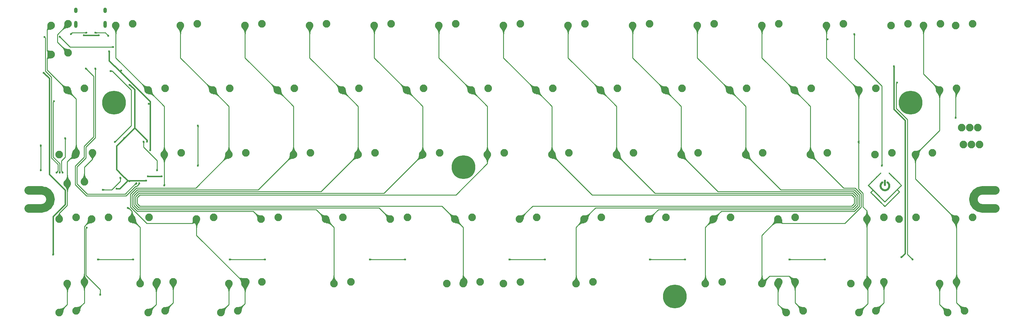
<source format=gtl>
G04 #@! TF.GenerationSoftware,KiCad,Pcbnew,(5.1.10)-1*
G04 #@! TF.CreationDate,2021-06-19T15:41:06+07:00*
G04 #@! TF.ProjectId,Voyager60,566f7961-6765-4723-9630-2e6b69636164,rev?*
G04 #@! TF.SameCoordinates,Original*
G04 #@! TF.FileFunction,Copper,L1,Top*
G04 #@! TF.FilePolarity,Positive*
%FSLAX46Y46*%
G04 Gerber Fmt 4.6, Leading zero omitted, Abs format (unit mm)*
G04 Created by KiCad (PCBNEW (5.1.10)-1) date 2021-06-19 15:41:06*
%MOMM*%
%LPD*%
G01*
G04 APERTURE LIST*
G04 #@! TA.AperFunction,EtchedComponent*
%ADD10C,0.010000*%
G04 #@! TD*
G04 #@! TA.AperFunction,EtchedComponent*
%ADD11C,2.501900*%
G04 #@! TD*
G04 #@! TA.AperFunction,ComponentPad*
%ADD12C,2.250000*%
G04 #@! TD*
G04 #@! TA.AperFunction,ComponentPad*
%ADD13C,1.000000*%
G04 #@! TD*
G04 #@! TA.AperFunction,ComponentPad*
%ADD14C,7.000240*%
G04 #@! TD*
G04 #@! TA.AperFunction,ComponentPad*
%ADD15C,7.001300*%
G04 #@! TD*
G04 #@! TA.AperFunction,ComponentPad*
%ADD16O,1.000000X1.600000*%
G04 #@! TD*
G04 #@! TA.AperFunction,ComponentPad*
%ADD17O,1.000000X2.100000*%
G04 #@! TD*
G04 #@! TA.AperFunction,ViaPad*
%ADD18C,0.600000*%
G04 #@! TD*
G04 #@! TA.AperFunction,Conductor*
%ADD19C,0.254000*%
G04 #@! TD*
G04 #@! TA.AperFunction,Conductor*
%ADD20C,0.381000*%
G04 #@! TD*
G04 #@! TA.AperFunction,Conductor*
%ADD21C,0.025400*%
G04 #@! TD*
G04 #@! TA.AperFunction,Conductor*
%ADD22C,0.100000*%
G04 #@! TD*
G04 APERTURE END LIST*
D10*
G36*
X275084243Y-73239364D02*
G01*
X275126150Y-73250823D01*
X275137410Y-73255383D01*
X275180544Y-73280003D01*
X275219043Y-73312886D01*
X275250930Y-73351859D01*
X275274229Y-73394747D01*
X275280907Y-73413175D01*
X275282638Y-73419011D01*
X275284186Y-73425119D01*
X275285560Y-73432138D01*
X275286771Y-73440706D01*
X275287829Y-73451463D01*
X275288743Y-73465047D01*
X275289525Y-73482098D01*
X275290184Y-73503254D01*
X275290731Y-73529155D01*
X275291175Y-73560440D01*
X275291526Y-73597747D01*
X275291795Y-73641715D01*
X275291993Y-73692984D01*
X275292128Y-73752193D01*
X275292212Y-73819980D01*
X275292253Y-73896984D01*
X275292264Y-73983846D01*
X275292253Y-74081202D01*
X275292244Y-74127540D01*
X275292173Y-74236289D01*
X275292009Y-74336985D01*
X275291754Y-74429300D01*
X275291411Y-74512911D01*
X275290983Y-74587492D01*
X275290473Y-74652719D01*
X275289882Y-74708266D01*
X275289214Y-74753810D01*
X275288472Y-74789024D01*
X275287657Y-74813585D01*
X275286774Y-74827166D01*
X275286454Y-74829242D01*
X275272782Y-74870023D01*
X275250601Y-74908286D01*
X275222497Y-74942315D01*
X275191270Y-74972379D01*
X275160798Y-74994040D01*
X275127659Y-75009522D01*
X275110123Y-75015316D01*
X275077318Y-75021782D01*
X275039538Y-75024167D01*
X275001424Y-75022521D01*
X274967622Y-75016890D01*
X274956842Y-75013706D01*
X274909690Y-74991573D01*
X274868056Y-74960395D01*
X274833216Y-74921721D01*
X274806451Y-74877103D01*
X274789040Y-74828092D01*
X274784558Y-74804747D01*
X274783669Y-74792652D01*
X274782855Y-74770064D01*
X274782116Y-74737897D01*
X274781452Y-74697066D01*
X274780863Y-74648485D01*
X274780349Y-74593068D01*
X274779909Y-74531730D01*
X274779544Y-74465385D01*
X274779253Y-74394948D01*
X274779037Y-74321332D01*
X274778895Y-74245452D01*
X274778828Y-74168222D01*
X274778835Y-74090557D01*
X274778916Y-74013372D01*
X274779071Y-73937579D01*
X274779300Y-73864095D01*
X274779604Y-73793832D01*
X274779981Y-73727706D01*
X274780433Y-73666631D01*
X274780958Y-73611521D01*
X274781557Y-73563290D01*
X274782230Y-73522853D01*
X274782976Y-73491124D01*
X274783796Y-73469018D01*
X274784653Y-73457691D01*
X274797598Y-73406216D01*
X274820311Y-73359251D01*
X274851641Y-73317974D01*
X274890435Y-73283567D01*
X274935541Y-73257209D01*
X274985809Y-73240080D01*
X274999787Y-73237248D01*
X275040456Y-73234620D01*
X275084243Y-73239364D01*
G37*
X275084243Y-73239364D02*
X275126150Y-73250823D01*
X275137410Y-73255383D01*
X275180544Y-73280003D01*
X275219043Y-73312886D01*
X275250930Y-73351859D01*
X275274229Y-73394747D01*
X275280907Y-73413175D01*
X275282638Y-73419011D01*
X275284186Y-73425119D01*
X275285560Y-73432138D01*
X275286771Y-73440706D01*
X275287829Y-73451463D01*
X275288743Y-73465047D01*
X275289525Y-73482098D01*
X275290184Y-73503254D01*
X275290731Y-73529155D01*
X275291175Y-73560440D01*
X275291526Y-73597747D01*
X275291795Y-73641715D01*
X275291993Y-73692984D01*
X275292128Y-73752193D01*
X275292212Y-73819980D01*
X275292253Y-73896984D01*
X275292264Y-73983846D01*
X275292253Y-74081202D01*
X275292244Y-74127540D01*
X275292173Y-74236289D01*
X275292009Y-74336985D01*
X275291754Y-74429300D01*
X275291411Y-74512911D01*
X275290983Y-74587492D01*
X275290473Y-74652719D01*
X275289882Y-74708266D01*
X275289214Y-74753810D01*
X275288472Y-74789024D01*
X275287657Y-74813585D01*
X275286774Y-74827166D01*
X275286454Y-74829242D01*
X275272782Y-74870023D01*
X275250601Y-74908286D01*
X275222497Y-74942315D01*
X275191270Y-74972379D01*
X275160798Y-74994040D01*
X275127659Y-75009522D01*
X275110123Y-75015316D01*
X275077318Y-75021782D01*
X275039538Y-75024167D01*
X275001424Y-75022521D01*
X274967622Y-75016890D01*
X274956842Y-75013706D01*
X274909690Y-74991573D01*
X274868056Y-74960395D01*
X274833216Y-74921721D01*
X274806451Y-74877103D01*
X274789040Y-74828092D01*
X274784558Y-74804747D01*
X274783669Y-74792652D01*
X274782855Y-74770064D01*
X274782116Y-74737897D01*
X274781452Y-74697066D01*
X274780863Y-74648485D01*
X274780349Y-74593068D01*
X274779909Y-74531730D01*
X274779544Y-74465385D01*
X274779253Y-74394948D01*
X274779037Y-74321332D01*
X274778895Y-74245452D01*
X274778828Y-74168222D01*
X274778835Y-74090557D01*
X274778916Y-74013372D01*
X274779071Y-73937579D01*
X274779300Y-73864095D01*
X274779604Y-73793832D01*
X274779981Y-73727706D01*
X274780433Y-73666631D01*
X274780958Y-73611521D01*
X274781557Y-73563290D01*
X274782230Y-73522853D01*
X274782976Y-73491124D01*
X274783796Y-73469018D01*
X274784653Y-73457691D01*
X274797598Y-73406216D01*
X274820311Y-73359251D01*
X274851641Y-73317974D01*
X274890435Y-73283567D01*
X274935541Y-73257209D01*
X274985809Y-73240080D01*
X274999787Y-73237248D01*
X275040456Y-73234620D01*
X275084243Y-73239364D01*
G36*
X275865188Y-73755422D02*
G01*
X275913364Y-73772664D01*
X275938454Y-73786934D01*
X275969567Y-73808504D01*
X276005164Y-73836121D01*
X276043706Y-73868532D01*
X276083654Y-73904486D01*
X276123471Y-73942727D01*
X276128859Y-73948105D01*
X276198795Y-74022114D01*
X276260129Y-74095807D01*
X276314965Y-74172109D01*
X276365403Y-74253947D01*
X276413545Y-74344247D01*
X276413962Y-74345082D01*
X276467070Y-74464202D01*
X276509540Y-74586926D01*
X276541297Y-74712533D01*
X276562265Y-74840299D01*
X276572370Y-74969502D01*
X276571536Y-75099418D01*
X276559688Y-75229326D01*
X276536752Y-75358502D01*
X276524462Y-75409781D01*
X276493163Y-75513141D01*
X276452502Y-75618248D01*
X276403724Y-75722624D01*
X276348073Y-75823794D01*
X276286793Y-75919279D01*
X276230637Y-75994837D01*
X276203726Y-76026637D01*
X276170366Y-76063114D01*
X276133017Y-76101810D01*
X276094140Y-76140264D01*
X276056195Y-76176016D01*
X276021641Y-76206605D01*
X276005867Y-76219626D01*
X275913097Y-76287806D01*
X275813177Y-76350290D01*
X275708146Y-76406107D01*
X275600043Y-76454287D01*
X275490906Y-76493861D01*
X275382774Y-76523858D01*
X275352316Y-76530541D01*
X275274545Y-76544165D01*
X275191920Y-76554327D01*
X275107979Y-76560780D01*
X275026255Y-76563281D01*
X274950286Y-76561584D01*
X274926607Y-76560024D01*
X274806326Y-76545958D01*
X274688856Y-76522601D01*
X274574535Y-76490495D01*
X274449917Y-76444831D01*
X274331191Y-76389622D01*
X274218735Y-76325318D01*
X274112927Y-76252369D01*
X274014147Y-76171228D01*
X273922773Y-76082345D01*
X273839184Y-75986169D01*
X273763757Y-75883153D01*
X273696873Y-75773747D01*
X273638908Y-75658402D01*
X273590242Y-75537568D01*
X273551254Y-75411696D01*
X273522321Y-75281237D01*
X273513540Y-75227129D01*
X273508945Y-75185698D01*
X273505696Y-75135785D01*
X273503794Y-75080246D01*
X273503240Y-75021935D01*
X273504035Y-74963708D01*
X273506178Y-74908419D01*
X273509672Y-74858924D01*
X273513446Y-74825366D01*
X273537355Y-74693649D01*
X273571885Y-74565509D01*
X273616803Y-74441503D01*
X273671874Y-74322190D01*
X273736866Y-74208127D01*
X273811543Y-74099871D01*
X273824705Y-74082702D01*
X273856286Y-74044275D01*
X273892540Y-74003831D01*
X273932016Y-73962706D01*
X273973265Y-73922235D01*
X274014836Y-73883754D01*
X274055279Y-73848599D01*
X274093145Y-73818105D01*
X274126984Y-73793608D01*
X274155345Y-73776443D01*
X274159372Y-73774421D01*
X274209022Y-73756456D01*
X274260524Y-73749073D01*
X274312134Y-73752097D01*
X274362110Y-73765355D01*
X274408710Y-73788676D01*
X274426182Y-73800911D01*
X274450711Y-73824077D01*
X274474810Y-73854413D01*
X274495689Y-73887924D01*
X274510556Y-73920611D01*
X274511339Y-73922882D01*
X274521626Y-73970352D01*
X274522472Y-74020710D01*
X274514271Y-74071050D01*
X274497414Y-74118461D01*
X274480930Y-74147966D01*
X274467917Y-74164266D01*
X274449008Y-74183887D01*
X274427550Y-74203443D01*
X274419434Y-74210146D01*
X274386945Y-74237758D01*
X274350980Y-74271086D01*
X274313720Y-74307875D01*
X274277342Y-74345869D01*
X274244024Y-74382812D01*
X274215945Y-74416450D01*
X274200738Y-74436590D01*
X274152597Y-74512233D01*
X274109743Y-74595429D01*
X274073531Y-74683013D01*
X274045315Y-74771823D01*
X274030994Y-74833287D01*
X274023298Y-74883281D01*
X274017925Y-74940561D01*
X274015024Y-75001208D01*
X274014746Y-75061301D01*
X274017241Y-75116921D01*
X274019293Y-75139307D01*
X274036456Y-75244087D01*
X274064478Y-75346054D01*
X274102996Y-75444476D01*
X274151644Y-75538618D01*
X274210058Y-75627745D01*
X274277873Y-75711125D01*
X274330505Y-75765450D01*
X274408680Y-75832899D01*
X274494470Y-75892717D01*
X274586376Y-75944147D01*
X274682898Y-75986430D01*
X274782536Y-76018807D01*
X274870001Y-76038226D01*
X274904398Y-76042746D01*
X274946755Y-76046047D01*
X274994081Y-76048100D01*
X275043382Y-76048874D01*
X275091666Y-76048340D01*
X275135941Y-76046469D01*
X275173214Y-76043232D01*
X275186788Y-76041340D01*
X275293638Y-76018427D01*
X275396304Y-75985330D01*
X275494128Y-75942483D01*
X275586452Y-75890323D01*
X275672617Y-75829285D01*
X275751965Y-75759803D01*
X275823838Y-75682314D01*
X275887576Y-75597252D01*
X275908999Y-75563893D01*
X275928702Y-75529458D01*
X275949999Y-75488243D01*
X275971079Y-75444082D01*
X275990129Y-75400810D01*
X276005339Y-75362263D01*
X276008616Y-75352978D01*
X276037058Y-75252219D01*
X276054690Y-75149185D01*
X276061620Y-75044931D01*
X276057954Y-74940517D01*
X276043801Y-74836998D01*
X276019269Y-74735434D01*
X275984464Y-74636880D01*
X275939496Y-74542396D01*
X275923096Y-74513395D01*
X275877204Y-74441535D01*
X275827454Y-74376161D01*
X275771659Y-74314729D01*
X275707631Y-74254694D01*
X275681588Y-74232468D01*
X275656622Y-74210923D01*
X275633167Y-74189390D01*
X275613493Y-74170042D01*
X275599871Y-74155051D01*
X275597542Y-74152055D01*
X275574846Y-74112502D01*
X275559324Y-74067128D01*
X275551634Y-74019295D01*
X275552435Y-73972368D01*
X275557200Y-73946304D01*
X275575491Y-73895696D01*
X275602060Y-73851510D01*
X275635653Y-73814355D01*
X275675020Y-73784843D01*
X275718909Y-73763584D01*
X275766068Y-73751187D01*
X275815245Y-73748263D01*
X275865188Y-73755422D01*
G37*
X275865188Y-73755422D02*
X275913364Y-73772664D01*
X275938454Y-73786934D01*
X275969567Y-73808504D01*
X276005164Y-73836121D01*
X276043706Y-73868532D01*
X276083654Y-73904486D01*
X276123471Y-73942727D01*
X276128859Y-73948105D01*
X276198795Y-74022114D01*
X276260129Y-74095807D01*
X276314965Y-74172109D01*
X276365403Y-74253947D01*
X276413545Y-74344247D01*
X276413962Y-74345082D01*
X276467070Y-74464202D01*
X276509540Y-74586926D01*
X276541297Y-74712533D01*
X276562265Y-74840299D01*
X276572370Y-74969502D01*
X276571536Y-75099418D01*
X276559688Y-75229326D01*
X276536752Y-75358502D01*
X276524462Y-75409781D01*
X276493163Y-75513141D01*
X276452502Y-75618248D01*
X276403724Y-75722624D01*
X276348073Y-75823794D01*
X276286793Y-75919279D01*
X276230637Y-75994837D01*
X276203726Y-76026637D01*
X276170366Y-76063114D01*
X276133017Y-76101810D01*
X276094140Y-76140264D01*
X276056195Y-76176016D01*
X276021641Y-76206605D01*
X276005867Y-76219626D01*
X275913097Y-76287806D01*
X275813177Y-76350290D01*
X275708146Y-76406107D01*
X275600043Y-76454287D01*
X275490906Y-76493861D01*
X275382774Y-76523858D01*
X275352316Y-76530541D01*
X275274545Y-76544165D01*
X275191920Y-76554327D01*
X275107979Y-76560780D01*
X275026255Y-76563281D01*
X274950286Y-76561584D01*
X274926607Y-76560024D01*
X274806326Y-76545958D01*
X274688856Y-76522601D01*
X274574535Y-76490495D01*
X274449917Y-76444831D01*
X274331191Y-76389622D01*
X274218735Y-76325318D01*
X274112927Y-76252369D01*
X274014147Y-76171228D01*
X273922773Y-76082345D01*
X273839184Y-75986169D01*
X273763757Y-75883153D01*
X273696873Y-75773747D01*
X273638908Y-75658402D01*
X273590242Y-75537568D01*
X273551254Y-75411696D01*
X273522321Y-75281237D01*
X273513540Y-75227129D01*
X273508945Y-75185698D01*
X273505696Y-75135785D01*
X273503794Y-75080246D01*
X273503240Y-75021935D01*
X273504035Y-74963708D01*
X273506178Y-74908419D01*
X273509672Y-74858924D01*
X273513446Y-74825366D01*
X273537355Y-74693649D01*
X273571885Y-74565509D01*
X273616803Y-74441503D01*
X273671874Y-74322190D01*
X273736866Y-74208127D01*
X273811543Y-74099871D01*
X273824705Y-74082702D01*
X273856286Y-74044275D01*
X273892540Y-74003831D01*
X273932016Y-73962706D01*
X273973265Y-73922235D01*
X274014836Y-73883754D01*
X274055279Y-73848599D01*
X274093145Y-73818105D01*
X274126984Y-73793608D01*
X274155345Y-73776443D01*
X274159372Y-73774421D01*
X274209022Y-73756456D01*
X274260524Y-73749073D01*
X274312134Y-73752097D01*
X274362110Y-73765355D01*
X274408710Y-73788676D01*
X274426182Y-73800911D01*
X274450711Y-73824077D01*
X274474810Y-73854413D01*
X274495689Y-73887924D01*
X274510556Y-73920611D01*
X274511339Y-73922882D01*
X274521626Y-73970352D01*
X274522472Y-74020710D01*
X274514271Y-74071050D01*
X274497414Y-74118461D01*
X274480930Y-74147966D01*
X274467917Y-74164266D01*
X274449008Y-74183887D01*
X274427550Y-74203443D01*
X274419434Y-74210146D01*
X274386945Y-74237758D01*
X274350980Y-74271086D01*
X274313720Y-74307875D01*
X274277342Y-74345869D01*
X274244024Y-74382812D01*
X274215945Y-74416450D01*
X274200738Y-74436590D01*
X274152597Y-74512233D01*
X274109743Y-74595429D01*
X274073531Y-74683013D01*
X274045315Y-74771823D01*
X274030994Y-74833287D01*
X274023298Y-74883281D01*
X274017925Y-74940561D01*
X274015024Y-75001208D01*
X274014746Y-75061301D01*
X274017241Y-75116921D01*
X274019293Y-75139307D01*
X274036456Y-75244087D01*
X274064478Y-75346054D01*
X274102996Y-75444476D01*
X274151644Y-75538618D01*
X274210058Y-75627745D01*
X274277873Y-75711125D01*
X274330505Y-75765450D01*
X274408680Y-75832899D01*
X274494470Y-75892717D01*
X274586376Y-75944147D01*
X274682898Y-75986430D01*
X274782536Y-76018807D01*
X274870001Y-76038226D01*
X274904398Y-76042746D01*
X274946755Y-76046047D01*
X274994081Y-76048100D01*
X275043382Y-76048874D01*
X275091666Y-76048340D01*
X275135941Y-76046469D01*
X275173214Y-76043232D01*
X275186788Y-76041340D01*
X275293638Y-76018427D01*
X275396304Y-75985330D01*
X275494128Y-75942483D01*
X275586452Y-75890323D01*
X275672617Y-75829285D01*
X275751965Y-75759803D01*
X275823838Y-75682314D01*
X275887576Y-75597252D01*
X275908999Y-75563893D01*
X275928702Y-75529458D01*
X275949999Y-75488243D01*
X275971079Y-75444082D01*
X275990129Y-75400810D01*
X276005339Y-75362263D01*
X276008616Y-75352978D01*
X276037058Y-75252219D01*
X276054690Y-75149185D01*
X276061620Y-75044931D01*
X276057954Y-74940517D01*
X276043801Y-74836998D01*
X276019269Y-74735434D01*
X275984464Y-74636880D01*
X275939496Y-74542396D01*
X275923096Y-74513395D01*
X275877204Y-74441535D01*
X275827454Y-74376161D01*
X275771659Y-74314729D01*
X275707631Y-74254694D01*
X275681588Y-74232468D01*
X275656622Y-74210923D01*
X275633167Y-74189390D01*
X275613493Y-74170042D01*
X275599871Y-74155051D01*
X275597542Y-74152055D01*
X275574846Y-74112502D01*
X275559324Y-74067128D01*
X275551634Y-74019295D01*
X275552435Y-73972368D01*
X275557200Y-73946304D01*
X275575491Y-73895696D01*
X275602060Y-73851510D01*
X275635653Y-73814355D01*
X275675020Y-73784843D01*
X275718909Y-73763584D01*
X275766068Y-73751187D01*
X275815245Y-73748263D01*
X275865188Y-73755422D01*
G36*
X273798260Y-71168222D02*
G01*
X273830853Y-71179348D01*
X273858921Y-71199104D01*
X273872849Y-71215250D01*
X273886121Y-71242590D01*
X273892713Y-71274963D01*
X273891956Y-71307700D01*
X273888360Y-71323555D01*
X273886693Y-71326473D01*
X273882741Y-71331609D01*
X273876300Y-71339169D01*
X273867167Y-71349358D01*
X273855137Y-71362382D01*
X273840007Y-71378447D01*
X273821573Y-71397758D01*
X273799631Y-71420522D01*
X273773977Y-71446944D01*
X273744407Y-71477229D01*
X273710717Y-71511584D01*
X273672703Y-71550215D01*
X273630161Y-71593326D01*
X273582887Y-71641125D01*
X273530678Y-71693815D01*
X273473329Y-71751604D01*
X273410637Y-71814697D01*
X273342397Y-71883300D01*
X273268406Y-71957618D01*
X273188460Y-72037858D01*
X273102354Y-72124224D01*
X273009885Y-72216923D01*
X272910849Y-72316161D01*
X272805042Y-72422143D01*
X272692260Y-72535074D01*
X272572299Y-72655162D01*
X272444955Y-72782610D01*
X272310024Y-72917626D01*
X272167303Y-73060415D01*
X272105377Y-73122365D01*
X270329417Y-74898948D01*
X275038387Y-79607918D01*
X277392877Y-77253423D01*
X279747366Y-74898928D01*
X277974193Y-73125209D01*
X277854879Y-73005836D01*
X277737578Y-72888436D01*
X277622550Y-72773268D01*
X277510055Y-72660594D01*
X277400353Y-72550677D01*
X277293703Y-72443776D01*
X277190365Y-72340153D01*
X277090599Y-72240070D01*
X276994666Y-72143787D01*
X276902824Y-72051566D01*
X276815334Y-71963669D01*
X276732455Y-71880356D01*
X276654447Y-71801890D01*
X276581570Y-71728530D01*
X276514085Y-71660539D01*
X276452250Y-71598177D01*
X276396325Y-71541707D01*
X276346570Y-71491389D01*
X276303246Y-71447485D01*
X276266612Y-71410255D01*
X276236927Y-71379962D01*
X276214452Y-71356866D01*
X276199447Y-71341229D01*
X276192170Y-71333312D01*
X276191507Y-71332433D01*
X276182834Y-71303228D01*
X276182787Y-71270807D01*
X276190701Y-71238587D01*
X276205910Y-71209987D01*
X276218007Y-71196222D01*
X276245125Y-71178246D01*
X276277434Y-71168277D01*
X276311541Y-71166799D01*
X276344050Y-71174296D01*
X276350817Y-71177279D01*
X276356257Y-71181655D01*
X276368366Y-71192754D01*
X276387206Y-71210641D01*
X276412842Y-71235378D01*
X276445339Y-71267030D01*
X276484761Y-71305661D01*
X276531170Y-71351333D01*
X276584633Y-71404111D01*
X276645212Y-71464059D01*
X276712972Y-71531239D01*
X276787977Y-71605716D01*
X276870291Y-71687554D01*
X276959978Y-71776817D01*
X277057102Y-71873567D01*
X277161728Y-71977868D01*
X277273919Y-72089785D01*
X277393739Y-72209382D01*
X277521253Y-72336721D01*
X277656525Y-72471866D01*
X277799618Y-72614881D01*
X277950598Y-72765831D01*
X278109527Y-72924778D01*
X278198504Y-73013784D01*
X280022984Y-74838995D01*
X280029871Y-74868961D01*
X280033756Y-74893648D01*
X280032361Y-74916392D01*
X280029844Y-74928893D01*
X280028814Y-74933045D01*
X280027432Y-74937254D01*
X280025310Y-74941923D01*
X280022063Y-74947454D01*
X280017303Y-74954246D01*
X280010645Y-74962703D01*
X280001702Y-74973226D01*
X279990088Y-74986215D01*
X279975416Y-75002074D01*
X279957301Y-75021202D01*
X279935354Y-75044002D01*
X279909191Y-75070876D01*
X279878425Y-75102224D01*
X279842669Y-75138449D01*
X279801537Y-75179951D01*
X279754643Y-75227132D01*
X279701600Y-75280395D01*
X279642021Y-75340139D01*
X279575521Y-75406768D01*
X279501713Y-75480682D01*
X279422907Y-75559583D01*
X278822883Y-76160307D01*
X279128833Y-76467134D01*
X279185901Y-76524387D01*
X279235438Y-76574157D01*
X279277989Y-76617027D01*
X279314100Y-76653579D01*
X279344318Y-76684399D01*
X279369187Y-76710070D01*
X279389254Y-76731175D01*
X279405064Y-76748298D01*
X279417162Y-76762023D01*
X279426095Y-76772933D01*
X279432408Y-76781613D01*
X279436647Y-76788644D01*
X279439357Y-76794612D01*
X279441085Y-76800100D01*
X279441430Y-76801475D01*
X279445072Y-76835879D01*
X279439944Y-76868756D01*
X279433758Y-76884214D01*
X279429346Y-76889022D01*
X279417096Y-76901665D01*
X279397240Y-76921907D01*
X279370015Y-76949515D01*
X279335654Y-76984251D01*
X279294393Y-77025880D01*
X279246466Y-77074168D01*
X279192107Y-77128879D01*
X279131551Y-77189778D01*
X279065034Y-77256628D01*
X278992788Y-77329195D01*
X278915050Y-77407244D01*
X278832053Y-77490538D01*
X278744032Y-77578843D01*
X278651223Y-77671923D01*
X278553859Y-77769543D01*
X278452175Y-77871468D01*
X278346405Y-77977461D01*
X278236785Y-78087288D01*
X278123549Y-78200714D01*
X278006932Y-78317502D01*
X277887167Y-78437418D01*
X277764491Y-78560226D01*
X277639137Y-78685691D01*
X277511340Y-78813577D01*
X277381334Y-78943650D01*
X277266948Y-79058075D01*
X277091734Y-79233319D01*
X276924490Y-79400556D01*
X276765132Y-79559870D01*
X276613578Y-79711343D01*
X276469743Y-79855059D01*
X276333543Y-79991102D01*
X276204895Y-80119554D01*
X276083715Y-80240500D01*
X275969919Y-80354021D01*
X275863424Y-80460202D01*
X275764146Y-80559126D01*
X275672001Y-80650877D01*
X275586904Y-80735536D01*
X275508774Y-80813188D01*
X275437525Y-80883917D01*
X275373075Y-80947804D01*
X275315339Y-81004935D01*
X275264233Y-81055391D01*
X275219674Y-81099256D01*
X275181579Y-81136614D01*
X275149863Y-81167547D01*
X275124442Y-81192140D01*
X275105234Y-81210475D01*
X275092154Y-81222635D01*
X275085118Y-81228705D01*
X275084046Y-81229416D01*
X275052240Y-81238346D01*
X275016769Y-81237905D01*
X274995574Y-81233262D01*
X274992508Y-81231281D01*
X274986360Y-81226167D01*
X274976957Y-81217747D01*
X274964127Y-81205850D01*
X274947696Y-81190305D01*
X274927492Y-81170939D01*
X274903342Y-81147581D01*
X274875074Y-81120059D01*
X274842513Y-81088202D01*
X274805488Y-81051838D01*
X274763825Y-81010795D01*
X274717352Y-80964902D01*
X274665895Y-80913988D01*
X274609283Y-80857880D01*
X274547342Y-80796407D01*
X274479899Y-80729397D01*
X274406781Y-80656679D01*
X274327816Y-80578080D01*
X274242831Y-80493431D01*
X274151652Y-80402558D01*
X274054108Y-80305290D01*
X273950025Y-80201456D01*
X273839230Y-80090883D01*
X273721550Y-79973401D01*
X273596813Y-79848838D01*
X273464846Y-79717021D01*
X273325476Y-79577780D01*
X273178530Y-79430943D01*
X273023835Y-79276338D01*
X272890776Y-79143339D01*
X272757728Y-79010325D01*
X272627067Y-78879661D01*
X272499020Y-78751573D01*
X272373815Y-78626289D01*
X272251676Y-78504038D01*
X272132833Y-78385047D01*
X272017510Y-78269544D01*
X271905936Y-78157756D01*
X271798336Y-78049912D01*
X271694938Y-77946240D01*
X271595969Y-77846966D01*
X271501655Y-77752319D01*
X271412224Y-77662527D01*
X271327901Y-77577818D01*
X271248915Y-77498418D01*
X271175491Y-77424557D01*
X271107856Y-77356462D01*
X271046238Y-77294361D01*
X270990863Y-77238481D01*
X270941958Y-77189051D01*
X270899750Y-77146297D01*
X270864465Y-77110449D01*
X270836331Y-77081733D01*
X270815574Y-77060378D01*
X270802421Y-77046611D01*
X270797099Y-77040661D01*
X270797010Y-77040512D01*
X270785825Y-77005738D01*
X270785762Y-76988011D01*
X271071428Y-76988011D01*
X273052052Y-78968733D01*
X273178111Y-79094783D01*
X273302156Y-79218788D01*
X273423944Y-79340505D01*
X273543228Y-79459690D01*
X273659764Y-79576099D01*
X273773308Y-79689489D01*
X273883614Y-79799614D01*
X273990438Y-79906233D01*
X274093535Y-80009100D01*
X274192660Y-80107972D01*
X274287568Y-80202605D01*
X274378015Y-80292756D01*
X274463757Y-80378179D01*
X274544547Y-80458633D01*
X274620141Y-80533872D01*
X274690295Y-80603653D01*
X274754764Y-80667732D01*
X274813302Y-80725866D01*
X274865666Y-80777809D01*
X274911610Y-80823320D01*
X274950890Y-80862153D01*
X274983261Y-80894065D01*
X275008477Y-80918812D01*
X275026295Y-80936150D01*
X275036469Y-80945835D01*
X275038932Y-80947933D01*
X275043318Y-80943837D01*
X275055529Y-80931902D01*
X275075324Y-80912367D01*
X275102463Y-80885472D01*
X275136707Y-80851456D01*
X275177815Y-80810560D01*
X275225547Y-80763024D01*
X275279664Y-80709088D01*
X275339924Y-80648990D01*
X275406088Y-80582972D01*
X275477916Y-80511272D01*
X275555167Y-80434132D01*
X275637603Y-80351790D01*
X275724981Y-80264487D01*
X275817063Y-80172462D01*
X275913609Y-80075956D01*
X276014378Y-79975207D01*
X276119129Y-79870457D01*
X276227624Y-79761945D01*
X276339622Y-79649910D01*
X276454883Y-79534593D01*
X276573167Y-79416233D01*
X276694233Y-79295070D01*
X276817842Y-79171345D01*
X276943753Y-79045297D01*
X277071727Y-78917165D01*
X277100526Y-78888328D01*
X279155864Y-76830247D01*
X278905079Y-76579511D01*
X278654295Y-76328775D01*
X276880586Y-78102287D01*
X276724738Y-78258100D01*
X276576822Y-78405943D01*
X276436719Y-78545935D01*
X276304308Y-78678196D01*
X276179468Y-78802847D01*
X276062079Y-78920007D01*
X275952019Y-79029797D01*
X275849168Y-79132335D01*
X275753406Y-79227741D01*
X275664611Y-79316137D01*
X275582663Y-79397641D01*
X275507441Y-79472373D01*
X275438825Y-79540454D01*
X275376693Y-79602003D01*
X275320925Y-79657140D01*
X275271400Y-79705984D01*
X275227998Y-79748657D01*
X275190598Y-79785277D01*
X275159079Y-79815964D01*
X275133320Y-79840839D01*
X275113200Y-79860021D01*
X275098600Y-79873631D01*
X275089398Y-79881787D01*
X275085657Y-79884554D01*
X275061341Y-79890896D01*
X275032721Y-79893073D01*
X275005430Y-79890917D01*
X274991665Y-79887338D01*
X274986475Y-79882891D01*
X274973450Y-79870593D01*
X274952818Y-79850669D01*
X274924809Y-79823349D01*
X274889653Y-79788860D01*
X274847577Y-79747430D01*
X274798811Y-79699286D01*
X274743585Y-79644656D01*
X274682127Y-79583767D01*
X274614667Y-79516848D01*
X274541433Y-79444127D01*
X274462655Y-79365830D01*
X274378561Y-79282185D01*
X274289382Y-79193421D01*
X274195345Y-79099765D01*
X274096680Y-79001445D01*
X273993616Y-78898687D01*
X273886382Y-78791721D01*
X273775208Y-78680774D01*
X273660322Y-78566073D01*
X273541953Y-78447847D01*
X273420331Y-78326322D01*
X273295685Y-78201727D01*
X273276078Y-78182124D01*
X271576558Y-76482881D01*
X271071428Y-76988011D01*
X270785762Y-76988011D01*
X270785700Y-76970705D01*
X270788953Y-76955197D01*
X270790746Y-76949692D01*
X270793579Y-76943634D01*
X270797999Y-76936440D01*
X270804550Y-76927530D01*
X270813777Y-76916323D01*
X270826225Y-76902236D01*
X270842439Y-76884690D01*
X270862965Y-76863103D01*
X270888347Y-76836893D01*
X270919130Y-76805479D01*
X270955860Y-76768281D01*
X270999082Y-76724716D01*
X271049340Y-76674204D01*
X271102138Y-76621219D01*
X271408050Y-76314365D01*
X270733356Y-75639466D01*
X270637498Y-75543526D01*
X270549588Y-75455427D01*
X270469450Y-75374991D01*
X270396909Y-75302040D01*
X270331791Y-75236394D01*
X270273918Y-75177876D01*
X270223117Y-75126306D01*
X270179211Y-75081505D01*
X270142024Y-75043296D01*
X270111383Y-75011499D01*
X270087110Y-74985935D01*
X270069032Y-74966426D01*
X270056971Y-74952794D01*
X270050753Y-74944859D01*
X270049905Y-74943346D01*
X270042157Y-74910687D01*
X270043847Y-74876374D01*
X270052114Y-74850410D01*
X270056996Y-74844543D01*
X270069653Y-74830943D01*
X270089773Y-74809923D01*
X270117046Y-74781793D01*
X270151158Y-74746865D01*
X270191800Y-74705451D01*
X270238659Y-74657862D01*
X270291423Y-74604409D01*
X270349781Y-74545404D01*
X270413422Y-74481158D01*
X270482033Y-74411982D01*
X270555304Y-74338189D01*
X270632923Y-74260089D01*
X270714577Y-74177994D01*
X270799957Y-74092215D01*
X270888749Y-74003063D01*
X270980642Y-73910851D01*
X271075326Y-73815889D01*
X271172488Y-73718490D01*
X271271816Y-73618963D01*
X271372999Y-73517622D01*
X271475726Y-73414776D01*
X271579685Y-73310738D01*
X271684565Y-73205819D01*
X271790053Y-73100331D01*
X271895838Y-72994584D01*
X272001609Y-72888890D01*
X272107054Y-72783562D01*
X272211861Y-72678909D01*
X272315720Y-72575244D01*
X272418317Y-72472878D01*
X272519343Y-72372122D01*
X272618485Y-72273287D01*
X272715431Y-72176686D01*
X272809870Y-72082630D01*
X272901491Y-71991429D01*
X272989981Y-71903396D01*
X273075030Y-71818842D01*
X273156326Y-71738078D01*
X273233557Y-71661416D01*
X273306411Y-71589167D01*
X273374577Y-71521642D01*
X273437744Y-71459153D01*
X273495600Y-71402012D01*
X273547832Y-71350529D01*
X273594131Y-71305017D01*
X273634184Y-71265786D01*
X273667679Y-71233148D01*
X273694305Y-71207414D01*
X273713750Y-71188896D01*
X273725704Y-71177906D01*
X273729672Y-71174739D01*
X273763685Y-71166446D01*
X273798260Y-71168222D01*
G37*
X273798260Y-71168222D02*
X273830853Y-71179348D01*
X273858921Y-71199104D01*
X273872849Y-71215250D01*
X273886121Y-71242590D01*
X273892713Y-71274963D01*
X273891956Y-71307700D01*
X273888360Y-71323555D01*
X273886693Y-71326473D01*
X273882741Y-71331609D01*
X273876300Y-71339169D01*
X273867167Y-71349358D01*
X273855137Y-71362382D01*
X273840007Y-71378447D01*
X273821573Y-71397758D01*
X273799631Y-71420522D01*
X273773977Y-71446944D01*
X273744407Y-71477229D01*
X273710717Y-71511584D01*
X273672703Y-71550215D01*
X273630161Y-71593326D01*
X273582887Y-71641125D01*
X273530678Y-71693815D01*
X273473329Y-71751604D01*
X273410637Y-71814697D01*
X273342397Y-71883300D01*
X273268406Y-71957618D01*
X273188460Y-72037858D01*
X273102354Y-72124224D01*
X273009885Y-72216923D01*
X272910849Y-72316161D01*
X272805042Y-72422143D01*
X272692260Y-72535074D01*
X272572299Y-72655162D01*
X272444955Y-72782610D01*
X272310024Y-72917626D01*
X272167303Y-73060415D01*
X272105377Y-73122365D01*
X270329417Y-74898948D01*
X275038387Y-79607918D01*
X277392877Y-77253423D01*
X279747366Y-74898928D01*
X277974193Y-73125209D01*
X277854879Y-73005836D01*
X277737578Y-72888436D01*
X277622550Y-72773268D01*
X277510055Y-72660594D01*
X277400353Y-72550677D01*
X277293703Y-72443776D01*
X277190365Y-72340153D01*
X277090599Y-72240070D01*
X276994666Y-72143787D01*
X276902824Y-72051566D01*
X276815334Y-71963669D01*
X276732455Y-71880356D01*
X276654447Y-71801890D01*
X276581570Y-71728530D01*
X276514085Y-71660539D01*
X276452250Y-71598177D01*
X276396325Y-71541707D01*
X276346570Y-71491389D01*
X276303246Y-71447485D01*
X276266612Y-71410255D01*
X276236927Y-71379962D01*
X276214452Y-71356866D01*
X276199447Y-71341229D01*
X276192170Y-71333312D01*
X276191507Y-71332433D01*
X276182834Y-71303228D01*
X276182787Y-71270807D01*
X276190701Y-71238587D01*
X276205910Y-71209987D01*
X276218007Y-71196222D01*
X276245125Y-71178246D01*
X276277434Y-71168277D01*
X276311541Y-71166799D01*
X276344050Y-71174296D01*
X276350817Y-71177279D01*
X276356257Y-71181655D01*
X276368366Y-71192754D01*
X276387206Y-71210641D01*
X276412842Y-71235378D01*
X276445339Y-71267030D01*
X276484761Y-71305661D01*
X276531170Y-71351333D01*
X276584633Y-71404111D01*
X276645212Y-71464059D01*
X276712972Y-71531239D01*
X276787977Y-71605716D01*
X276870291Y-71687554D01*
X276959978Y-71776817D01*
X277057102Y-71873567D01*
X277161728Y-71977868D01*
X277273919Y-72089785D01*
X277393739Y-72209382D01*
X277521253Y-72336721D01*
X277656525Y-72471866D01*
X277799618Y-72614881D01*
X277950598Y-72765831D01*
X278109527Y-72924778D01*
X278198504Y-73013784D01*
X280022984Y-74838995D01*
X280029871Y-74868961D01*
X280033756Y-74893648D01*
X280032361Y-74916392D01*
X280029844Y-74928893D01*
X280028814Y-74933045D01*
X280027432Y-74937254D01*
X280025310Y-74941923D01*
X280022063Y-74947454D01*
X280017303Y-74954246D01*
X280010645Y-74962703D01*
X280001702Y-74973226D01*
X279990088Y-74986215D01*
X279975416Y-75002074D01*
X279957301Y-75021202D01*
X279935354Y-75044002D01*
X279909191Y-75070876D01*
X279878425Y-75102224D01*
X279842669Y-75138449D01*
X279801537Y-75179951D01*
X279754643Y-75227132D01*
X279701600Y-75280395D01*
X279642021Y-75340139D01*
X279575521Y-75406768D01*
X279501713Y-75480682D01*
X279422907Y-75559583D01*
X278822883Y-76160307D01*
X279128833Y-76467134D01*
X279185901Y-76524387D01*
X279235438Y-76574157D01*
X279277989Y-76617027D01*
X279314100Y-76653579D01*
X279344318Y-76684399D01*
X279369187Y-76710070D01*
X279389254Y-76731175D01*
X279405064Y-76748298D01*
X279417162Y-76762023D01*
X279426095Y-76772933D01*
X279432408Y-76781613D01*
X279436647Y-76788644D01*
X279439357Y-76794612D01*
X279441085Y-76800100D01*
X279441430Y-76801475D01*
X279445072Y-76835879D01*
X279439944Y-76868756D01*
X279433758Y-76884214D01*
X279429346Y-76889022D01*
X279417096Y-76901665D01*
X279397240Y-76921907D01*
X279370015Y-76949515D01*
X279335654Y-76984251D01*
X279294393Y-77025880D01*
X279246466Y-77074168D01*
X279192107Y-77128879D01*
X279131551Y-77189778D01*
X279065034Y-77256628D01*
X278992788Y-77329195D01*
X278915050Y-77407244D01*
X278832053Y-77490538D01*
X278744032Y-77578843D01*
X278651223Y-77671923D01*
X278553859Y-77769543D01*
X278452175Y-77871468D01*
X278346405Y-77977461D01*
X278236785Y-78087288D01*
X278123549Y-78200714D01*
X278006932Y-78317502D01*
X277887167Y-78437418D01*
X277764491Y-78560226D01*
X277639137Y-78685691D01*
X277511340Y-78813577D01*
X277381334Y-78943650D01*
X277266948Y-79058075D01*
X277091734Y-79233319D01*
X276924490Y-79400556D01*
X276765132Y-79559870D01*
X276613578Y-79711343D01*
X276469743Y-79855059D01*
X276333543Y-79991102D01*
X276204895Y-80119554D01*
X276083715Y-80240500D01*
X275969919Y-80354021D01*
X275863424Y-80460202D01*
X275764146Y-80559126D01*
X275672001Y-80650877D01*
X275586904Y-80735536D01*
X275508774Y-80813188D01*
X275437525Y-80883917D01*
X275373075Y-80947804D01*
X275315339Y-81004935D01*
X275264233Y-81055391D01*
X275219674Y-81099256D01*
X275181579Y-81136614D01*
X275149863Y-81167547D01*
X275124442Y-81192140D01*
X275105234Y-81210475D01*
X275092154Y-81222635D01*
X275085118Y-81228705D01*
X275084046Y-81229416D01*
X275052240Y-81238346D01*
X275016769Y-81237905D01*
X274995574Y-81233262D01*
X274992508Y-81231281D01*
X274986360Y-81226167D01*
X274976957Y-81217747D01*
X274964127Y-81205850D01*
X274947696Y-81190305D01*
X274927492Y-81170939D01*
X274903342Y-81147581D01*
X274875074Y-81120059D01*
X274842513Y-81088202D01*
X274805488Y-81051838D01*
X274763825Y-81010795D01*
X274717352Y-80964902D01*
X274665895Y-80913988D01*
X274609283Y-80857880D01*
X274547342Y-80796407D01*
X274479899Y-80729397D01*
X274406781Y-80656679D01*
X274327816Y-80578080D01*
X274242831Y-80493431D01*
X274151652Y-80402558D01*
X274054108Y-80305290D01*
X273950025Y-80201456D01*
X273839230Y-80090883D01*
X273721550Y-79973401D01*
X273596813Y-79848838D01*
X273464846Y-79717021D01*
X273325476Y-79577780D01*
X273178530Y-79430943D01*
X273023835Y-79276338D01*
X272890776Y-79143339D01*
X272757728Y-79010325D01*
X272627067Y-78879661D01*
X272499020Y-78751573D01*
X272373815Y-78626289D01*
X272251676Y-78504038D01*
X272132833Y-78385047D01*
X272017510Y-78269544D01*
X271905936Y-78157756D01*
X271798336Y-78049912D01*
X271694938Y-77946240D01*
X271595969Y-77846966D01*
X271501655Y-77752319D01*
X271412224Y-77662527D01*
X271327901Y-77577818D01*
X271248915Y-77498418D01*
X271175491Y-77424557D01*
X271107856Y-77356462D01*
X271046238Y-77294361D01*
X270990863Y-77238481D01*
X270941958Y-77189051D01*
X270899750Y-77146297D01*
X270864465Y-77110449D01*
X270836331Y-77081733D01*
X270815574Y-77060378D01*
X270802421Y-77046611D01*
X270797099Y-77040661D01*
X270797010Y-77040512D01*
X270785825Y-77005738D01*
X270785762Y-76988011D01*
X271071428Y-76988011D01*
X273052052Y-78968733D01*
X273178111Y-79094783D01*
X273302156Y-79218788D01*
X273423944Y-79340505D01*
X273543228Y-79459690D01*
X273659764Y-79576099D01*
X273773308Y-79689489D01*
X273883614Y-79799614D01*
X273990438Y-79906233D01*
X274093535Y-80009100D01*
X274192660Y-80107972D01*
X274287568Y-80202605D01*
X274378015Y-80292756D01*
X274463757Y-80378179D01*
X274544547Y-80458633D01*
X274620141Y-80533872D01*
X274690295Y-80603653D01*
X274754764Y-80667732D01*
X274813302Y-80725866D01*
X274865666Y-80777809D01*
X274911610Y-80823320D01*
X274950890Y-80862153D01*
X274983261Y-80894065D01*
X275008477Y-80918812D01*
X275026295Y-80936150D01*
X275036469Y-80945835D01*
X275038932Y-80947933D01*
X275043318Y-80943837D01*
X275055529Y-80931902D01*
X275075324Y-80912367D01*
X275102463Y-80885472D01*
X275136707Y-80851456D01*
X275177815Y-80810560D01*
X275225547Y-80763024D01*
X275279664Y-80709088D01*
X275339924Y-80648990D01*
X275406088Y-80582972D01*
X275477916Y-80511272D01*
X275555167Y-80434132D01*
X275637603Y-80351790D01*
X275724981Y-80264487D01*
X275817063Y-80172462D01*
X275913609Y-80075956D01*
X276014378Y-79975207D01*
X276119129Y-79870457D01*
X276227624Y-79761945D01*
X276339622Y-79649910D01*
X276454883Y-79534593D01*
X276573167Y-79416233D01*
X276694233Y-79295070D01*
X276817842Y-79171345D01*
X276943753Y-79045297D01*
X277071727Y-78917165D01*
X277100526Y-78888328D01*
X279155864Y-76830247D01*
X278905079Y-76579511D01*
X278654295Y-76328775D01*
X276880586Y-78102287D01*
X276724738Y-78258100D01*
X276576822Y-78405943D01*
X276436719Y-78545935D01*
X276304308Y-78678196D01*
X276179468Y-78802847D01*
X276062079Y-78920007D01*
X275952019Y-79029797D01*
X275849168Y-79132335D01*
X275753406Y-79227741D01*
X275664611Y-79316137D01*
X275582663Y-79397641D01*
X275507441Y-79472373D01*
X275438825Y-79540454D01*
X275376693Y-79602003D01*
X275320925Y-79657140D01*
X275271400Y-79705984D01*
X275227998Y-79748657D01*
X275190598Y-79785277D01*
X275159079Y-79815964D01*
X275133320Y-79840839D01*
X275113200Y-79860021D01*
X275098600Y-79873631D01*
X275089398Y-79881787D01*
X275085657Y-79884554D01*
X275061341Y-79890896D01*
X275032721Y-79893073D01*
X275005430Y-79890917D01*
X274991665Y-79887338D01*
X274986475Y-79882891D01*
X274973450Y-79870593D01*
X274952818Y-79850669D01*
X274924809Y-79823349D01*
X274889653Y-79788860D01*
X274847577Y-79747430D01*
X274798811Y-79699286D01*
X274743585Y-79644656D01*
X274682127Y-79583767D01*
X274614667Y-79516848D01*
X274541433Y-79444127D01*
X274462655Y-79365830D01*
X274378561Y-79282185D01*
X274289382Y-79193421D01*
X274195345Y-79099765D01*
X274096680Y-79001445D01*
X273993616Y-78898687D01*
X273886382Y-78791721D01*
X273775208Y-78680774D01*
X273660322Y-78566073D01*
X273541953Y-78447847D01*
X273420331Y-78326322D01*
X273295685Y-78201727D01*
X273276078Y-78182124D01*
X271576558Y-76482881D01*
X271071428Y-76988011D01*
X270785762Y-76988011D01*
X270785700Y-76970705D01*
X270788953Y-76955197D01*
X270790746Y-76949692D01*
X270793579Y-76943634D01*
X270797999Y-76936440D01*
X270804550Y-76927530D01*
X270813777Y-76916323D01*
X270826225Y-76902236D01*
X270842439Y-76884690D01*
X270862965Y-76863103D01*
X270888347Y-76836893D01*
X270919130Y-76805479D01*
X270955860Y-76768281D01*
X270999082Y-76724716D01*
X271049340Y-76674204D01*
X271102138Y-76621219D01*
X271408050Y-76314365D01*
X270733356Y-75639466D01*
X270637498Y-75543526D01*
X270549588Y-75455427D01*
X270469450Y-75374991D01*
X270396909Y-75302040D01*
X270331791Y-75236394D01*
X270273918Y-75177876D01*
X270223117Y-75126306D01*
X270179211Y-75081505D01*
X270142024Y-75043296D01*
X270111383Y-75011499D01*
X270087110Y-74985935D01*
X270069032Y-74966426D01*
X270056971Y-74952794D01*
X270050753Y-74944859D01*
X270049905Y-74943346D01*
X270042157Y-74910687D01*
X270043847Y-74876374D01*
X270052114Y-74850410D01*
X270056996Y-74844543D01*
X270069653Y-74830943D01*
X270089773Y-74809923D01*
X270117046Y-74781793D01*
X270151158Y-74746865D01*
X270191800Y-74705451D01*
X270238659Y-74657862D01*
X270291423Y-74604409D01*
X270349781Y-74545404D01*
X270413422Y-74481158D01*
X270482033Y-74411982D01*
X270555304Y-74338189D01*
X270632923Y-74260089D01*
X270714577Y-74177994D01*
X270799957Y-74092215D01*
X270888749Y-74003063D01*
X270980642Y-73910851D01*
X271075326Y-73815889D01*
X271172488Y-73718490D01*
X271271816Y-73618963D01*
X271372999Y-73517622D01*
X271475726Y-73414776D01*
X271579685Y-73310738D01*
X271684565Y-73205819D01*
X271790053Y-73100331D01*
X271895838Y-72994584D01*
X272001609Y-72888890D01*
X272107054Y-72783562D01*
X272211861Y-72678909D01*
X272315720Y-72575244D01*
X272418317Y-72472878D01*
X272519343Y-72372122D01*
X272618485Y-72273287D01*
X272715431Y-72176686D01*
X272809870Y-72082630D01*
X272901491Y-71991429D01*
X272989981Y-71903396D01*
X273075030Y-71818842D01*
X273156326Y-71738078D01*
X273233557Y-71661416D01*
X273306411Y-71589167D01*
X273374577Y-71521642D01*
X273437744Y-71459153D01*
X273495600Y-71402012D01*
X273547832Y-71350529D01*
X273594131Y-71305017D01*
X273634184Y-71265786D01*
X273667679Y-71233148D01*
X273694305Y-71207414D01*
X273713750Y-71188896D01*
X273725704Y-71177906D01*
X273729672Y-71174739D01*
X273763685Y-71166446D01*
X273798260Y-71168222D01*
D11*
X22600000Y-76399050D02*
X26400000Y-76399050D01*
X22600000Y-81700950D02*
X26400000Y-81700950D01*
X303800000Y-81700950D02*
X307650000Y-81700950D01*
X303800000Y-76399050D02*
X307600000Y-76399050D01*
X26400000Y-81700950D02*
G75*
G03*
X29050950Y-79050000I0J2650950D01*
G01*
X29050950Y-79050000D02*
G75*
G03*
X26400000Y-76399050I-2650950J0D01*
G01*
X301149050Y-79050000D02*
G75*
G02*
X303800000Y-76399050I2650950J0D01*
G01*
X303800000Y-81700950D02*
G75*
G02*
X301149050Y-79050000I0J2650950D01*
G01*
D12*
X300568750Y-62825000D03*
X300068750Y-57825000D03*
X34012500Y-74350000D03*
X39012500Y-73850000D03*
X67587500Y-65350000D03*
X62587500Y-65850000D03*
D13*
X301961522Y-80888478D03*
X303800000Y-81650000D03*
X305842035Y-81650000D03*
X305842035Y-76450000D03*
X303800000Y-76450000D03*
X301961522Y-77211522D03*
X301200000Y-79050000D03*
X24357965Y-81650000D03*
X24357965Y-76450000D03*
X28238478Y-80888478D03*
X28238478Y-77211522D03*
X26400000Y-81650000D03*
X26400000Y-76450000D03*
X29000000Y-79050000D03*
X152000000Y-71850000D03*
X149600000Y-71850000D03*
X150800000Y-71850000D03*
X149600000Y-67250000D03*
X152000000Y-67250000D03*
X150800000Y-67250000D03*
X214300000Y-110050000D03*
X211900000Y-110050000D03*
X211900000Y-105450000D03*
X214300000Y-105450000D03*
X213100000Y-110050000D03*
X213100000Y-105450000D03*
X283850000Y-48133000D03*
X281450000Y-48150000D03*
X281450000Y-52750000D03*
X283850000Y-52750000D03*
X282650000Y-52750000D03*
X282650000Y-48150000D03*
X49426346Y-52076346D03*
X46173654Y-52076346D03*
X49426346Y-48823654D03*
X46173654Y-48823654D03*
X47800000Y-52750000D03*
X50100000Y-50450000D03*
X45500000Y-50450000D03*
X47800000Y-48150000D03*
D14*
X282650000Y-50450000D03*
X213100000Y-107750000D03*
X150800000Y-69550000D03*
D15*
X47800000Y-50450000D03*
D16*
X45157600Y-23237500D03*
X36517600Y-23237500D03*
D17*
X45157600Y-27417500D03*
X36517600Y-27417500D03*
D12*
X229512500Y-84400000D03*
X224512500Y-84900000D03*
X210462500Y-84400000D03*
X205462500Y-84900000D03*
X48300000Y-27750000D03*
X53300000Y-27250000D03*
X72350000Y-27250000D03*
X67350000Y-27750000D03*
X86400000Y-27750000D03*
X91400000Y-27250000D03*
X110450000Y-27250000D03*
X105450000Y-27750000D03*
X124500000Y-27750000D03*
X129500000Y-27250000D03*
X148550000Y-27250000D03*
X143550000Y-27750000D03*
X162600000Y-27750000D03*
X167600000Y-27250000D03*
X186650000Y-27250000D03*
X181650000Y-27750000D03*
X200700000Y-27750000D03*
X205700000Y-27250000D03*
X224750000Y-27250000D03*
X219750000Y-27750000D03*
X253087500Y-65850000D03*
X258087500Y-65350000D03*
X238800000Y-27750000D03*
X243800000Y-27250000D03*
X248562500Y-84400000D03*
X243562500Y-84900000D03*
X239037500Y-65350000D03*
X234037500Y-65850000D03*
X262850000Y-27250000D03*
X257850000Y-27750000D03*
X253325000Y-46300000D03*
X248325000Y-46800000D03*
X277137500Y-65350000D03*
X272137500Y-65850000D03*
X267375000Y-46800000D03*
X272375000Y-46300000D03*
X79256250Y-112450000D03*
X84256250Y-111950000D03*
X86637500Y-103450000D03*
X81637500Y-103950000D03*
X153312500Y-84400000D03*
X148312500Y-84900000D03*
X291425000Y-27250000D03*
X286425000Y-27750000D03*
X115212500Y-84400000D03*
X110212500Y-84900000D03*
X41393750Y-65350000D03*
X36393750Y-65850000D03*
X36631250Y-65350000D03*
X31631250Y-65850000D03*
X31631250Y-112450000D03*
X36631250Y-111950000D03*
X39012500Y-103450000D03*
X34012500Y-103950000D03*
X100687500Y-65850000D03*
X105687500Y-65350000D03*
X95925000Y-46800000D03*
X100925000Y-46300000D03*
X289043750Y-65350000D03*
X284043750Y-65850000D03*
X34250000Y-27250000D03*
X29250000Y-27750000D03*
X119737500Y-65850000D03*
X124737500Y-65350000D03*
X143787500Y-65350000D03*
X138787500Y-65850000D03*
X162837500Y-65350000D03*
X157837500Y-65850000D03*
X196175000Y-46300000D03*
X191175000Y-46800000D03*
X176887500Y-65850000D03*
X181887500Y-65350000D03*
X195937500Y-65850000D03*
X200937500Y-65350000D03*
X214987500Y-65850000D03*
X219987500Y-65350000D03*
X191412500Y-84400000D03*
X186412500Y-84900000D03*
X172362500Y-84400000D03*
X167362500Y-84900000D03*
X210225000Y-46800000D03*
X215225000Y-46300000D03*
X229275000Y-46800000D03*
X234275000Y-46300000D03*
X57825000Y-46800000D03*
X62825000Y-46300000D03*
X114975000Y-46800000D03*
X119975000Y-46300000D03*
X222131250Y-103950000D03*
X227131250Y-103450000D03*
X248562500Y-103450000D03*
X243562500Y-103950000D03*
X293568750Y-112450000D03*
X298568750Y-111950000D03*
X291187500Y-103950000D03*
X296187500Y-103450000D03*
X269756250Y-103950000D03*
X274756250Y-103450000D03*
X284281250Y-84400000D03*
X279281250Y-84900000D03*
X250943750Y-111950000D03*
X245943750Y-112450000D03*
X272375000Y-111950000D03*
X267375000Y-112450000D03*
X86637500Y-65350000D03*
X81637500Y-65850000D03*
X276900000Y-27750000D03*
X281900000Y-27250000D03*
X300950000Y-27250000D03*
X295950000Y-27750000D03*
X46156250Y-84400000D03*
X41156250Y-84900000D03*
X36631250Y-84400000D03*
X31631250Y-84900000D03*
X53062500Y-84900000D03*
X58062500Y-84400000D03*
G04 #@! TA.AperFunction,ComponentPad*
G36*
G01*
X167523483Y-104572395D02*
X167522597Y-104572334D01*
G75*
G02*
X166477666Y-103372597I77403J1122334D01*
G01*
X166477666Y-103372597D01*
G75*
G02*
X167677403Y-102327666I1122334J-77403D01*
G01*
X167677403Y-102327666D01*
G75*
G02*
X168722334Y-103527403I-77403J-1122334D01*
G01*
X168722334Y-103527403D01*
G75*
G02*
X167522597Y-104572334I-1122334J77403D01*
G01*
G37*
G04 #@! TD.AperFunction*
X162600000Y-103950000D03*
X112593750Y-103950000D03*
X117593750Y-103450000D03*
X184031250Y-103950000D03*
X189031250Y-103450000D03*
X145931250Y-103950000D03*
X150931250Y-103450000D03*
X269756250Y-84900000D03*
X274756250Y-84400000D03*
X300950000Y-84400000D03*
X295950000Y-84900000D03*
X134025000Y-46800000D03*
X139025000Y-46300000D03*
X34012500Y-46800000D03*
X39012500Y-46300000D03*
X172125000Y-46800000D03*
X177125000Y-46300000D03*
X129262500Y-84900000D03*
X134262500Y-84400000D03*
X81875000Y-46300000D03*
X76875000Y-46800000D03*
X55443750Y-103950000D03*
X60443750Y-103450000D03*
X62825000Y-111950000D03*
X57825000Y-112450000D03*
X91162500Y-84900000D03*
X96162500Y-84400000D03*
X158075000Y-46300000D03*
X153075000Y-46800000D03*
X77112500Y-84400000D03*
X72112500Y-84900000D03*
X155693750Y-103450000D03*
X150693750Y-103950000D03*
X296187500Y-46300000D03*
X291187500Y-46800000D03*
X302450000Y-57825000D03*
X302950000Y-62825000D03*
X298187500Y-62825000D03*
X297687500Y-57825000D03*
X86400000Y-103950000D03*
X91400000Y-103450000D03*
X243800000Y-103450000D03*
X238800000Y-103950000D03*
X269993750Y-103450000D03*
X264993750Y-103950000D03*
X60206250Y-103950000D03*
X65206250Y-103450000D03*
X29250000Y-36250000D03*
X34250000Y-35750000D03*
D18*
X295910000Y-54991000D03*
X30861000Y-71120000D03*
X27305000Y-31115000D03*
X31750000Y-30988000D03*
X47498000Y-34036000D03*
X31750000Y-71120000D03*
X30099000Y-50038000D03*
X49657000Y-72644000D03*
X44450000Y-76200000D03*
X26162000Y-70485000D03*
X26162000Y-63119000D03*
X72517000Y-57277000D03*
X72517000Y-69088000D03*
X266065000Y-30226000D03*
X274193000Y-69088000D03*
X43688000Y-107218750D03*
X39751000Y-87376000D03*
X62611000Y-74930000D03*
X51816000Y-81534000D03*
X52324000Y-73660000D03*
X57531000Y-61976000D03*
X48514000Y-75882500D03*
X50800000Y-60960000D03*
X57277000Y-73533000D03*
X52324000Y-45212000D03*
X27051000Y-41656000D03*
X29845000Y-95377000D03*
X267335000Y-62103000D03*
X258191000Y-31750000D03*
X57785000Y-72263000D03*
X61849000Y-72263000D03*
X58420000Y-64516000D03*
X46355000Y-35306000D03*
X58039000Y-50800000D03*
X49911000Y-41021000D03*
X279908000Y-96139000D03*
X277749000Y-39751000D03*
X43307000Y-30607000D03*
X38862000Y-30607000D03*
X55245000Y-74295000D03*
X39497000Y-40386000D03*
X54356000Y-74295000D03*
X42291000Y-40386000D03*
X32639000Y-71120000D03*
X33401000Y-60960000D03*
X56515000Y-61976000D03*
X60452000Y-70485000D03*
X39624000Y-29845000D03*
X35052000Y-30226000D03*
X42291000Y-29845000D03*
X46101000Y-30734000D03*
X48006000Y-62103000D03*
X46736000Y-41148000D03*
X283210000Y-96774000D03*
X278638000Y-44577000D03*
X246888000Y-96774000D03*
X257429000Y-96774000D03*
X205740000Y-96774000D03*
X216154000Y-96774000D03*
X164338000Y-96774000D03*
X174879000Y-96774000D03*
X123190000Y-96774000D03*
X133604000Y-96774000D03*
X92329000Y-96774000D03*
X81915000Y-96774000D03*
X53467000Y-96774000D03*
X43053000Y-96774000D03*
D19*
X31115000Y-30385000D02*
X34250000Y-27250000D01*
X31115000Y-32615000D02*
X31115000Y-30385000D01*
X34250000Y-35750000D02*
X31115000Y-32615000D01*
X295910000Y-46577500D02*
X296187500Y-46300000D01*
X295910000Y-54991000D02*
X295910000Y-46577500D01*
X274756250Y-109568750D02*
X272375000Y-111950000D01*
X274756250Y-103450000D02*
X274756250Y-109568750D01*
X39012500Y-69564250D02*
X41393750Y-67183000D01*
X39012500Y-73850000D02*
X39012500Y-69564250D01*
X41393750Y-65350000D02*
X41393750Y-67183000D01*
X34012500Y-110068750D02*
X31631250Y-112450000D01*
X34012500Y-103950000D02*
X34012500Y-110068750D01*
X60206250Y-110068750D02*
X57825000Y-112450000D01*
X60206250Y-103950000D02*
X60206250Y-110068750D01*
X243562500Y-110068750D02*
X245943750Y-112450000D01*
X243562500Y-103950000D02*
X243562500Y-110068750D01*
X291187500Y-110068750D02*
X293568750Y-112450000D01*
X291187500Y-103950000D02*
X291187500Y-110068750D01*
X30861000Y-71120000D02*
X30861000Y-70993000D01*
X30861000Y-70993000D02*
X31242000Y-70612000D01*
X31242000Y-70612000D02*
X31242000Y-68707000D01*
X31242000Y-68707000D02*
X29337000Y-66802000D01*
X29337000Y-66802000D02*
X29337000Y-50800000D01*
X29337000Y-50800000D02*
X29337000Y-42926000D01*
X29337000Y-42926000D02*
X27559000Y-41148000D01*
X27559000Y-41148000D02*
X27559000Y-31369000D01*
X27559000Y-31369000D02*
X27305000Y-31115000D01*
X31750000Y-30988000D02*
X34798000Y-34036000D01*
X34798000Y-34036000D02*
X47498000Y-34036000D01*
X31750000Y-71120000D02*
X31750000Y-68453000D01*
X31750000Y-68453000D02*
X29845000Y-66548000D01*
X29845000Y-66548000D02*
X29845000Y-51054000D01*
X29845000Y-51054000D02*
X29845000Y-50292000D01*
X29845000Y-50292000D02*
X30099000Y-50038000D01*
X49657000Y-72644000D02*
X49657000Y-73660000D01*
X49657000Y-73660000D02*
X47117000Y-76200000D01*
X47117000Y-76200000D02*
X44450000Y-76200000D01*
X26162000Y-70485000D02*
X26162000Y-69088000D01*
X26162000Y-69088000D02*
X26162000Y-63119000D01*
X72517000Y-57277000D02*
X72517000Y-57785000D01*
X72517000Y-57785000D02*
X72517000Y-69088000D01*
X266065000Y-30226000D02*
X266065000Y-37465000D01*
X266065000Y-37465000D02*
X274193000Y-45593000D01*
X274193000Y-45593000D02*
X274193000Y-69088000D01*
X39751000Y-87376000D02*
X39497000Y-87630000D01*
X39497000Y-87630000D02*
X39497000Y-101473000D01*
X43688000Y-105664000D02*
X43688000Y-107218750D01*
X39497000Y-101473000D02*
X43688000Y-105664000D01*
X65206250Y-109568750D02*
X62825000Y-111950000D01*
X65206250Y-103450000D02*
X65206250Y-109568750D01*
X48300000Y-37275000D02*
X57825000Y-46800000D01*
X48300000Y-27750000D02*
X48300000Y-37275000D01*
X62587500Y-51562500D02*
X57825000Y-46800000D01*
X62587500Y-65850000D02*
X62587500Y-51562500D01*
X53062500Y-82526500D02*
X53062500Y-84900000D01*
X62587500Y-72413500D02*
X62587500Y-65850000D01*
X62587500Y-72413500D02*
X62587500Y-74906500D01*
X62587500Y-74906500D02*
X62611000Y-74930000D01*
X52451000Y-81915000D02*
X53062500Y-82526500D01*
X55443750Y-87281250D02*
X53062500Y-84900000D01*
X55443750Y-103950000D02*
X55443750Y-87281250D01*
X52070000Y-81534000D02*
X52451000Y-81915000D01*
X51816000Y-81534000D02*
X52070000Y-81534000D01*
D20*
X52451000Y-73533000D02*
X52324000Y-73660000D01*
X52705000Y-73533000D02*
X52451000Y-73533000D01*
X57277000Y-73533000D02*
X52705000Y-73533000D01*
X50800000Y-60960000D02*
X48514000Y-63246000D01*
X52324000Y-59436000D02*
X50800000Y-60960000D01*
X29845000Y-84074000D02*
X29845000Y-95377000D01*
X33401000Y-80518000D02*
X29845000Y-84074000D01*
X33401000Y-76327000D02*
X33401000Y-80518000D01*
X28702000Y-71628000D02*
X33401000Y-76327000D01*
X28702000Y-43307000D02*
X28702000Y-71628000D01*
X27051000Y-41656000D02*
X28702000Y-43307000D01*
X51562000Y-73279000D02*
X50165000Y-71882000D01*
X50165000Y-71882000D02*
X48514000Y-70231000D01*
X48514000Y-63246000D02*
X48514000Y-70231000D01*
X51943000Y-73533000D02*
X51816000Y-73533000D01*
X51816000Y-73533000D02*
X51562000Y-73279000D01*
X51943000Y-73533000D02*
X52705000Y-73533000D01*
X49466500Y-75882500D02*
X51816000Y-73533000D01*
X48514000Y-75882500D02*
X49466500Y-75882500D01*
X52324000Y-45212000D02*
X52451000Y-45212000D01*
X52451000Y-45212000D02*
X53848000Y-46609000D01*
X53848000Y-57912000D02*
X52324000Y-59436000D01*
X53848000Y-46609000D02*
X53848000Y-57912000D01*
X56642000Y-60706000D02*
X53848000Y-57912000D01*
X57531000Y-61595000D02*
X56642000Y-60706000D01*
X57531000Y-61976000D02*
X57531000Y-61595000D01*
D19*
X86400000Y-109806250D02*
X84256250Y-111950000D01*
X86400000Y-103950000D02*
X86400000Y-109806250D01*
X67350000Y-37275000D02*
X76875000Y-46800000D01*
X67350000Y-27750000D02*
X67350000Y-37275000D01*
X81637500Y-51562500D02*
X76875000Y-46800000D01*
X81637500Y-65850000D02*
X81637500Y-51562500D01*
X81637500Y-65850000D02*
X81637500Y-65936500D01*
X81637500Y-65936500D02*
X71882000Y-75692000D01*
X71882000Y-75692000D02*
X54356000Y-75692000D01*
X54356000Y-75692000D02*
X52578000Y-77470000D01*
X52578000Y-77470000D02*
X52578000Y-81280000D01*
X52578000Y-81280000D02*
X57404000Y-86106000D01*
X70906500Y-86106000D02*
X72112500Y-84900000D01*
X57404000Y-86106000D02*
X70906500Y-86106000D01*
X72112500Y-89662500D02*
X86400000Y-103950000D01*
X72112500Y-84900000D02*
X72112500Y-89662500D01*
X100687500Y-51562500D02*
X95925000Y-46800000D01*
X100687500Y-65850000D02*
X100687500Y-51562500D01*
X86400000Y-37275000D02*
X95925000Y-46800000D01*
X86400000Y-27750000D02*
X86400000Y-37275000D01*
X100687500Y-65850000D02*
X100647000Y-65850000D01*
X100647000Y-65850000D02*
X90297000Y-76200000D01*
X90297000Y-76200000D02*
X54610000Y-76200000D01*
X54610000Y-76200000D02*
X53086000Y-77724000D01*
X53086000Y-77724000D02*
X53086000Y-81026000D01*
X53086000Y-81026000D02*
X54610000Y-82550000D01*
X88812500Y-82550000D02*
X91162500Y-84900000D01*
X54610000Y-82550000D02*
X88812500Y-82550000D01*
X105450000Y-37275000D02*
X114975000Y-46800000D01*
X105450000Y-27750000D02*
X105450000Y-37275000D01*
X119737500Y-51562500D02*
X114975000Y-46800000D01*
X119737500Y-65850000D02*
X119737500Y-51562500D01*
X107354500Y-82042000D02*
X110212500Y-84900000D01*
X54864000Y-82042000D02*
X107354500Y-82042000D01*
X119697000Y-65850000D02*
X108839000Y-76708000D01*
X108839000Y-76708000D02*
X54864000Y-76708000D01*
X54864000Y-76708000D02*
X53594000Y-77978000D01*
X119737500Y-65850000D02*
X119697000Y-65850000D01*
X53594000Y-77978000D02*
X53594000Y-80772000D01*
X53594000Y-80772000D02*
X54864000Y-82042000D01*
X112593750Y-87281250D02*
X110212500Y-84900000D01*
X112593750Y-103950000D02*
X112593750Y-87281250D01*
X124500000Y-37275000D02*
X134025000Y-46800000D01*
X124500000Y-27750000D02*
X124500000Y-37275000D01*
X138787500Y-51562500D02*
X134025000Y-46800000D01*
X138787500Y-65850000D02*
X138787500Y-51562500D01*
X138787500Y-65850000D02*
X138747000Y-65850000D01*
X138747000Y-65850000D02*
X127381000Y-77216000D01*
X127381000Y-77216000D02*
X55118000Y-77216000D01*
X55118000Y-77216000D02*
X54102000Y-78232000D01*
X54102000Y-78232000D02*
X54102000Y-80518000D01*
X54102000Y-80518000D02*
X55118000Y-81534000D01*
X125896500Y-81534000D02*
X129262500Y-84900000D01*
X55118000Y-81534000D02*
X125896500Y-81534000D01*
X157837500Y-51562500D02*
X153075000Y-46800000D01*
X157837500Y-65850000D02*
X157837500Y-51562500D01*
X143550000Y-37275000D02*
X153075000Y-46800000D01*
X143550000Y-27750000D02*
X143550000Y-37275000D01*
X157837500Y-65850000D02*
X157837500Y-68476500D01*
X157837500Y-68476500D02*
X148590000Y-77724000D01*
X148590000Y-77724000D02*
X55372000Y-77724000D01*
X55372000Y-77724000D02*
X54610000Y-78486000D01*
X54610000Y-78486000D02*
X54610000Y-80264000D01*
X54610000Y-80264000D02*
X55372000Y-81026000D01*
X144438500Y-81026000D02*
X148312500Y-84900000D01*
X55372000Y-81026000D02*
X144438500Y-81026000D01*
X150693750Y-87281250D02*
X148312500Y-84900000D01*
X150693750Y-103950000D02*
X150693750Y-87281250D01*
X162600000Y-37275000D02*
X172125000Y-46800000D01*
X162600000Y-27750000D02*
X162600000Y-37275000D01*
X176887500Y-51562500D02*
X172125000Y-46800000D01*
X176887500Y-65850000D02*
X176887500Y-51562500D01*
X176887500Y-65850000D02*
X176887500Y-65889500D01*
X176887500Y-65889500D02*
X188722000Y-77724000D01*
X188722000Y-77724000D02*
X265303000Y-77724000D01*
X265303000Y-77724000D02*
X266065000Y-78486000D01*
X266065000Y-78486000D02*
X266065000Y-80264000D01*
X266065000Y-80264000D02*
X265303000Y-81026000D01*
X171236500Y-81026000D02*
X167362500Y-84900000D01*
X265303000Y-81026000D02*
X171236500Y-81026000D01*
X181650000Y-37275000D02*
X191175000Y-46800000D01*
X181650000Y-27750000D02*
X181650000Y-37275000D01*
X195937500Y-51562500D02*
X191175000Y-46800000D01*
X195937500Y-65850000D02*
X195937500Y-51562500D01*
X195937500Y-65850000D02*
X195937500Y-65889500D01*
X195937500Y-65889500D02*
X207264000Y-77216000D01*
X207264000Y-77216000D02*
X265557000Y-77216000D01*
X265557000Y-77216000D02*
X266573000Y-78232000D01*
X266573000Y-78232000D02*
X266573000Y-80518000D01*
X266573000Y-80518000D02*
X265557000Y-81534000D01*
X189778500Y-81534000D02*
X186412500Y-84900000D01*
X265557000Y-81534000D02*
X189778500Y-81534000D01*
X184031250Y-87281250D02*
X186412500Y-84900000D01*
X184031250Y-103950000D02*
X184031250Y-87281250D01*
X200700000Y-37275000D02*
X210225000Y-46800000D01*
X200700000Y-27750000D02*
X200700000Y-37275000D01*
X214987500Y-51562500D02*
X210225000Y-46800000D01*
X214987500Y-65850000D02*
X214987500Y-51562500D01*
X214987500Y-65850000D02*
X214987500Y-65889500D01*
X214987500Y-65889500D02*
X225806000Y-76708000D01*
X225806000Y-76708000D02*
X265811000Y-76708000D01*
X265811000Y-76708000D02*
X267081000Y-77978000D01*
X267081000Y-77978000D02*
X267081000Y-80772000D01*
X267081000Y-80772000D02*
X265811000Y-82042000D01*
X208320500Y-82042000D02*
X205462500Y-84900000D01*
X265811000Y-82042000D02*
X208320500Y-82042000D01*
X219750000Y-37275000D02*
X229275000Y-46800000D01*
X219750000Y-27750000D02*
X219750000Y-37275000D01*
X234037500Y-51562500D02*
X229275000Y-46800000D01*
X234037500Y-65850000D02*
X234037500Y-51562500D01*
X234037500Y-65850000D02*
X234037500Y-65889500D01*
X234037500Y-65889500D02*
X244348000Y-76200000D01*
X244348000Y-76200000D02*
X266065000Y-76200000D01*
X266065000Y-76200000D02*
X267589000Y-77724000D01*
X267589000Y-77724000D02*
X267589000Y-81026000D01*
X267589000Y-81026000D02*
X266065000Y-82550000D01*
X226862500Y-82550000D02*
X224512500Y-84900000D01*
X266065000Y-82550000D02*
X226862500Y-82550000D01*
X222131250Y-87281250D02*
X224512500Y-84900000D01*
X222131250Y-103950000D02*
X222131250Y-87281250D01*
X248562500Y-109568750D02*
X250943750Y-111950000D01*
X248562500Y-103450000D02*
X248562500Y-109568750D01*
X238800000Y-37275000D02*
X248325000Y-46800000D01*
X238800000Y-27750000D02*
X238800000Y-37275000D01*
X253087500Y-51562500D02*
X248325000Y-46800000D01*
X253087500Y-65850000D02*
X253087500Y-51562500D01*
X253087500Y-65889500D02*
X253087500Y-65850000D01*
X262890000Y-75692000D02*
X253087500Y-65889500D01*
X243562500Y-84900000D02*
X244768500Y-86106000D01*
X244768500Y-86106000D02*
X263271000Y-86106000D01*
X263271000Y-86106000D02*
X268097000Y-81280000D01*
X268097000Y-81280000D02*
X268097000Y-77470000D01*
X268097000Y-77470000D02*
X266319000Y-75692000D01*
X266319000Y-75692000D02*
X262890000Y-75692000D01*
X238800000Y-89662500D02*
X243562500Y-84900000D01*
X238800000Y-103950000D02*
X238800000Y-89662500D01*
X238800000Y-103950000D02*
X238823000Y-103950000D01*
X238823000Y-103950000D02*
X241046000Y-101727000D01*
X246839500Y-101727000D02*
X248562500Y-103450000D01*
X241046000Y-101727000D02*
X246839500Y-101727000D01*
X269993750Y-109831250D02*
X267375000Y-112450000D01*
X269993750Y-103450000D02*
X269993750Y-109831250D01*
X257850000Y-37275000D02*
X267375000Y-46800000D01*
X267335000Y-46840000D02*
X267375000Y-46800000D01*
X267335000Y-58801000D02*
X267335000Y-46840000D01*
X267335000Y-75946000D02*
X268605000Y-77216000D01*
X269756250Y-82431250D02*
X268605000Y-81280000D01*
X269756250Y-84900000D02*
X269756250Y-82431250D01*
X268605000Y-77216000D02*
X268605000Y-81280000D01*
X267335000Y-58801000D02*
X267335000Y-62103000D01*
X267335000Y-62103000D02*
X267335000Y-75946000D01*
X269756250Y-103950000D02*
X269756250Y-84900000D01*
X258191000Y-31750000D02*
X257850000Y-31750000D01*
X257850000Y-27750000D02*
X257850000Y-31750000D01*
X257850000Y-31750000D02*
X257850000Y-37275000D01*
X296187500Y-109568750D02*
X298568750Y-111950000D01*
X296187500Y-103450000D02*
X296187500Y-109568750D01*
X286425000Y-42037500D02*
X291187500Y-46800000D01*
X286425000Y-27750000D02*
X286425000Y-42037500D01*
X291187500Y-58706250D02*
X284043750Y-65850000D01*
X291187500Y-46800000D02*
X291187500Y-58706250D01*
X284043750Y-72993750D02*
X295950000Y-84900000D01*
X284043750Y-65850000D02*
X284043750Y-72993750D01*
X296187500Y-85137500D02*
X295950000Y-84900000D01*
X296187500Y-103450000D02*
X296187500Y-85137500D01*
X39012500Y-109568750D02*
X36631250Y-111950000D01*
X39012500Y-103450000D02*
X39012500Y-109568750D01*
X29250000Y-42037500D02*
X34012500Y-46800000D01*
X36631250Y-49418750D02*
X34012500Y-46800000D01*
X36631250Y-65350000D02*
X36631250Y-49418750D01*
X34012500Y-67968750D02*
X36631250Y-65350000D01*
X34012500Y-74350000D02*
X34012500Y-67968750D01*
X39012500Y-87043750D02*
X41156250Y-84900000D01*
X39012500Y-103450000D02*
X39012500Y-87043750D01*
X29250000Y-27750000D02*
X29250000Y-27773000D01*
X29250000Y-27773000D02*
X28067000Y-28956000D01*
X28067000Y-35067000D02*
X29250000Y-36250000D01*
X28067000Y-28956000D02*
X28067000Y-35067000D01*
X29250000Y-36250000D02*
X29250000Y-36282000D01*
X29250000Y-36282000D02*
X28067000Y-37465000D01*
X28067000Y-40854500D02*
X29250000Y-42037500D01*
X28067000Y-37465000D02*
X28067000Y-40854500D01*
X31631250Y-83153250D02*
X34012500Y-80772000D01*
X31631250Y-84900000D02*
X31631250Y-83153250D01*
X34012500Y-74350000D02*
X34012500Y-80772000D01*
D20*
X57785000Y-72263000D02*
X59436000Y-72263000D01*
X59436000Y-72263000D02*
X61849000Y-72263000D01*
X58420000Y-64516000D02*
X58420000Y-63500000D01*
X46355000Y-38100000D02*
X46355000Y-35306000D01*
X58039000Y-50800000D02*
X58420000Y-50800000D01*
X58420000Y-63500000D02*
X58420000Y-50800000D01*
X58420000Y-50800000D02*
X58420000Y-50165000D01*
X49784000Y-41021000D02*
X49530000Y-41275000D01*
X49911000Y-41021000D02*
X49784000Y-41021000D01*
X58420000Y-50165000D02*
X49530000Y-41275000D01*
X49530000Y-41275000D02*
X46355000Y-38100000D01*
X281051000Y-94996000D02*
X279908000Y-96139000D01*
X281051000Y-56642000D02*
X281051000Y-94996000D01*
X281051000Y-56642000D02*
X281051000Y-55753000D01*
X281051000Y-55753000D02*
X277749000Y-52451000D01*
X277749000Y-52451000D02*
X277749000Y-40005000D01*
X277749000Y-40005000D02*
X277749000Y-39751000D01*
X43307000Y-30607000D02*
X41021000Y-30607000D01*
X41021000Y-30607000D02*
X38862000Y-30607000D01*
D19*
X54102000Y-75184000D02*
X54483000Y-75184000D01*
X51308000Y-77978000D02*
X54102000Y-75184000D01*
X39624000Y-77978000D02*
X51308000Y-77978000D01*
X36322000Y-74676000D02*
X39624000Y-77978000D01*
X39497000Y-40386000D02*
X41783000Y-42672000D01*
X55245000Y-74422000D02*
X55245000Y-74295000D01*
X41783000Y-42672000D02*
X41783000Y-60579000D01*
X41783000Y-60579000D02*
X38989000Y-63373000D01*
X38989000Y-63373000D02*
X38989000Y-66548000D01*
X38989000Y-66548000D02*
X36322000Y-69215000D01*
X54483000Y-75184000D02*
X55245000Y-74422000D01*
X36322000Y-69215000D02*
X36322000Y-74676000D01*
X54229000Y-74295000D02*
X54356000Y-74295000D01*
X51054000Y-77470000D02*
X54229000Y-74295000D01*
X39878000Y-77470000D02*
X51054000Y-77470000D01*
X42291000Y-40386000D02*
X42291000Y-60833000D01*
X42291000Y-60833000D02*
X39497000Y-63627000D01*
X39497000Y-63627000D02*
X39497000Y-66802000D01*
X39497000Y-66802000D02*
X36830000Y-69469000D01*
X36830000Y-69469000D02*
X36830000Y-74422000D01*
X36830000Y-74422000D02*
X39878000Y-77470000D01*
X32639000Y-70993000D02*
X32639000Y-71120000D01*
X32258000Y-70612000D02*
X32639000Y-70993000D01*
X32258000Y-67691000D02*
X32258000Y-70612000D01*
X33401000Y-60960000D02*
X33401000Y-66548000D01*
X33401000Y-66548000D02*
X32258000Y-67691000D01*
X56515000Y-63627000D02*
X56515000Y-61976000D01*
X60452000Y-67564000D02*
X56515000Y-63627000D01*
X60452000Y-70485000D02*
X60452000Y-67564000D01*
X81637500Y-110068750D02*
X79256250Y-112450000D01*
X81637500Y-103950000D02*
X81637500Y-110068750D01*
X39624000Y-29845000D02*
X35433000Y-29845000D01*
X35433000Y-29845000D02*
X35052000Y-30226000D01*
X45212000Y-29845000D02*
X46101000Y-30734000D01*
X42291000Y-29845000D02*
X45212000Y-29845000D01*
X48006000Y-62103000D02*
X49784000Y-60325000D01*
X49784000Y-60325000D02*
X52705000Y-57404000D01*
X52705000Y-57404000D02*
X52832000Y-57277000D01*
X52832000Y-57277000D02*
X52832000Y-56896000D01*
X52832000Y-56896000D02*
X52832000Y-46736000D01*
X52832000Y-46736000D02*
X47244000Y-41148000D01*
X47244000Y-41148000D02*
X46736000Y-41148000D01*
X283210000Y-96774000D02*
X281686000Y-95250000D01*
X281686000Y-95250000D02*
X281686000Y-56515000D01*
X281686000Y-56515000D02*
X281686000Y-55499000D01*
X281686000Y-55499000D02*
X278384000Y-52197000D01*
X278384000Y-52197000D02*
X278384000Y-45212000D01*
X278384000Y-44831000D02*
X278384000Y-45212000D01*
X278638000Y-44577000D02*
X278384000Y-44831000D01*
X249047000Y-96774000D02*
X246888000Y-96774000D01*
X249047000Y-96774000D02*
X257429000Y-96774000D01*
X207391000Y-96774000D02*
X216154000Y-96774000D01*
X207391000Y-96774000D02*
X205740000Y-96774000D01*
X166370000Y-96774000D02*
X164338000Y-96774000D01*
X166370000Y-96774000D02*
X174879000Y-96774000D01*
X123190000Y-96774000D02*
X133604000Y-96774000D01*
X92329000Y-96774000D02*
X81915000Y-96774000D01*
X53467000Y-96774000D02*
X44323000Y-96774000D01*
X44323000Y-96774000D02*
X43053000Y-96774000D01*
D21*
X34229005Y-28362266D02*
X34177338Y-28362389D01*
X34177019Y-28362394D01*
X34116187Y-28364068D01*
X34115863Y-28364081D01*
X34055579Y-28367281D01*
X34055250Y-28367303D01*
X33995516Y-28372030D01*
X33995183Y-28372060D01*
X33935997Y-28378314D01*
X33935661Y-28378354D01*
X33877025Y-28386135D01*
X33876687Y-28386185D01*
X33818599Y-28395492D01*
X33818258Y-28395551D01*
X33760720Y-28406385D01*
X33760378Y-28406455D01*
X33703388Y-28418816D01*
X33703046Y-28418895D01*
X33646606Y-28432782D01*
X33646263Y-28432871D01*
X33590371Y-28448286D01*
X33590031Y-28448385D01*
X33534689Y-28465326D01*
X33534350Y-28465435D01*
X33479556Y-28483903D01*
X33479220Y-28484022D01*
X33424976Y-28504016D01*
X33424643Y-28504144D01*
X33370948Y-28525666D01*
X33370620Y-28525802D01*
X33317473Y-28548850D01*
X33317150Y-28548996D01*
X33264552Y-28573570D01*
X33264235Y-28573724D01*
X33212187Y-28599826D01*
X33211876Y-28599987D01*
X33160376Y-28627615D01*
X33160072Y-28627783D01*
X33109122Y-28656939D01*
X33108826Y-28657114D01*
X33058424Y-28687796D01*
X33058136Y-28687977D01*
X33008284Y-28720185D01*
X33008004Y-28720371D01*
X32958700Y-28754107D01*
X32958429Y-28754297D01*
X32909675Y-28789559D01*
X32909413Y-28789754D01*
X32861207Y-28826543D01*
X32860954Y-28826741D01*
X32813298Y-28865056D01*
X32813055Y-28865257D01*
X32765947Y-28905100D01*
X32765712Y-28905303D01*
X32719154Y-28946672D01*
X32718930Y-28946877D01*
X32672920Y-28989773D01*
X32672704Y-28989979D01*
X32636223Y-29025628D01*
X32474372Y-28863777D01*
X32510020Y-28827295D01*
X32510226Y-28827079D01*
X32553122Y-28781069D01*
X32553327Y-28780845D01*
X32594696Y-28734287D01*
X32594899Y-28734052D01*
X32634742Y-28686944D01*
X32634943Y-28686701D01*
X32673258Y-28639045D01*
X32673456Y-28638792D01*
X32710245Y-28590586D01*
X32710440Y-28590324D01*
X32745702Y-28541570D01*
X32745892Y-28541299D01*
X32779628Y-28491995D01*
X32779814Y-28491715D01*
X32812023Y-28441863D01*
X32812204Y-28441575D01*
X32842885Y-28391173D01*
X32843060Y-28390877D01*
X32872216Y-28339927D01*
X32872384Y-28339623D01*
X32900012Y-28288123D01*
X32900173Y-28287812D01*
X32926275Y-28235764D01*
X32926429Y-28235447D01*
X32951003Y-28182849D01*
X32951148Y-28182526D01*
X32974197Y-28129380D01*
X32974334Y-28129052D01*
X32995855Y-28075356D01*
X32995983Y-28075023D01*
X33015977Y-28020779D01*
X33016096Y-28020443D01*
X33034564Y-27965649D01*
X33034673Y-27965310D01*
X33051614Y-27909968D01*
X33051713Y-27909628D01*
X33067128Y-27853736D01*
X33067217Y-27853393D01*
X33081104Y-27796953D01*
X33081183Y-27796611D01*
X33093544Y-27739621D01*
X33093614Y-27739279D01*
X33104448Y-27681741D01*
X33104507Y-27681400D01*
X33113815Y-27623312D01*
X33113865Y-27622973D01*
X33121645Y-27564337D01*
X33121685Y-27564002D01*
X33127939Y-27504816D01*
X33127969Y-27504483D01*
X33132696Y-27444749D01*
X33132718Y-27444420D01*
X33135918Y-27384136D01*
X33135931Y-27383812D01*
X33137605Y-27322980D01*
X33137610Y-27322661D01*
X33137734Y-27270995D01*
X34629768Y-26870232D01*
X34229005Y-28362266D01*
G04 #@! TA.AperFunction,Conductor*
D22*
G36*
X34229005Y-28362266D02*
G01*
X34177338Y-28362389D01*
X34177019Y-28362394D01*
X34116187Y-28364068D01*
X34115863Y-28364081D01*
X34055579Y-28367281D01*
X34055250Y-28367303D01*
X33995516Y-28372030D01*
X33995183Y-28372060D01*
X33935997Y-28378314D01*
X33935661Y-28378354D01*
X33877025Y-28386135D01*
X33876687Y-28386185D01*
X33818599Y-28395492D01*
X33818258Y-28395551D01*
X33760720Y-28406385D01*
X33760378Y-28406455D01*
X33703388Y-28418816D01*
X33703046Y-28418895D01*
X33646606Y-28432782D01*
X33646263Y-28432871D01*
X33590371Y-28448286D01*
X33590031Y-28448385D01*
X33534689Y-28465326D01*
X33534350Y-28465435D01*
X33479556Y-28483903D01*
X33479220Y-28484022D01*
X33424976Y-28504016D01*
X33424643Y-28504144D01*
X33370948Y-28525666D01*
X33370620Y-28525802D01*
X33317473Y-28548850D01*
X33317150Y-28548996D01*
X33264552Y-28573570D01*
X33264235Y-28573724D01*
X33212187Y-28599826D01*
X33211876Y-28599987D01*
X33160376Y-28627615D01*
X33160072Y-28627783D01*
X33109122Y-28656939D01*
X33108826Y-28657114D01*
X33058424Y-28687796D01*
X33058136Y-28687977D01*
X33008284Y-28720185D01*
X33008004Y-28720371D01*
X32958700Y-28754107D01*
X32958429Y-28754297D01*
X32909675Y-28789559D01*
X32909413Y-28789754D01*
X32861207Y-28826543D01*
X32860954Y-28826741D01*
X32813298Y-28865056D01*
X32813055Y-28865257D01*
X32765947Y-28905100D01*
X32765712Y-28905303D01*
X32719154Y-28946672D01*
X32718930Y-28946877D01*
X32672920Y-28989773D01*
X32672704Y-28989979D01*
X32636223Y-29025628D01*
X32474372Y-28863777D01*
X32510020Y-28827295D01*
X32510226Y-28827079D01*
X32553122Y-28781069D01*
X32553327Y-28780845D01*
X32594696Y-28734287D01*
X32594899Y-28734052D01*
X32634742Y-28686944D01*
X32634943Y-28686701D01*
X32673258Y-28639045D01*
X32673456Y-28638792D01*
X32710245Y-28590586D01*
X32710440Y-28590324D01*
X32745702Y-28541570D01*
X32745892Y-28541299D01*
X32779628Y-28491995D01*
X32779814Y-28491715D01*
X32812023Y-28441863D01*
X32812204Y-28441575D01*
X32842885Y-28391173D01*
X32843060Y-28390877D01*
X32872216Y-28339927D01*
X32872384Y-28339623D01*
X32900012Y-28288123D01*
X32900173Y-28287812D01*
X32926275Y-28235764D01*
X32926429Y-28235447D01*
X32951003Y-28182849D01*
X32951148Y-28182526D01*
X32974197Y-28129380D01*
X32974334Y-28129052D01*
X32995855Y-28075356D01*
X32995983Y-28075023D01*
X33015977Y-28020779D01*
X33016096Y-28020443D01*
X33034564Y-27965649D01*
X33034673Y-27965310D01*
X33051614Y-27909968D01*
X33051713Y-27909628D01*
X33067128Y-27853736D01*
X33067217Y-27853393D01*
X33081104Y-27796953D01*
X33081183Y-27796611D01*
X33093544Y-27739621D01*
X33093614Y-27739279D01*
X33104448Y-27681741D01*
X33104507Y-27681400D01*
X33113815Y-27623312D01*
X33113865Y-27622973D01*
X33121645Y-27564337D01*
X33121685Y-27564002D01*
X33127939Y-27504816D01*
X33127969Y-27504483D01*
X33132696Y-27444749D01*
X33132718Y-27444420D01*
X33135918Y-27384136D01*
X33135931Y-27383812D01*
X33137605Y-27322980D01*
X33137610Y-27322661D01*
X33137734Y-27270995D01*
X34629768Y-26870232D01*
X34229005Y-28362266D01*
G37*
G04 #@! TD.AperFunction*
D21*
X32672704Y-34010020D02*
X32672920Y-34010226D01*
X32718930Y-34053122D01*
X32719154Y-34053327D01*
X32765712Y-34094696D01*
X32765947Y-34094899D01*
X32813055Y-34134742D01*
X32813298Y-34134943D01*
X32860954Y-34173258D01*
X32861207Y-34173456D01*
X32909413Y-34210245D01*
X32909675Y-34210440D01*
X32958429Y-34245702D01*
X32958700Y-34245892D01*
X33008004Y-34279628D01*
X33008284Y-34279814D01*
X33058136Y-34312023D01*
X33058424Y-34312204D01*
X33108826Y-34342885D01*
X33109122Y-34343060D01*
X33160072Y-34372216D01*
X33160376Y-34372384D01*
X33211876Y-34400012D01*
X33212187Y-34400173D01*
X33264235Y-34426275D01*
X33264552Y-34426429D01*
X33317150Y-34451003D01*
X33317473Y-34451148D01*
X33370620Y-34474197D01*
X33370948Y-34474334D01*
X33424643Y-34495855D01*
X33424976Y-34495983D01*
X33479220Y-34515977D01*
X33479556Y-34516096D01*
X33534350Y-34534564D01*
X33534689Y-34534673D01*
X33590031Y-34551614D01*
X33590371Y-34551713D01*
X33646263Y-34567128D01*
X33646606Y-34567217D01*
X33703046Y-34581104D01*
X33703388Y-34581183D01*
X33760378Y-34593544D01*
X33760720Y-34593614D01*
X33818258Y-34604448D01*
X33818599Y-34604507D01*
X33876687Y-34613815D01*
X33877026Y-34613865D01*
X33935662Y-34621645D01*
X33935997Y-34621685D01*
X33995183Y-34627939D01*
X33995516Y-34627969D01*
X34055250Y-34632696D01*
X34055579Y-34632718D01*
X34115863Y-34635918D01*
X34116187Y-34635931D01*
X34177019Y-34637605D01*
X34177338Y-34637610D01*
X34229005Y-34637734D01*
X34629768Y-36129768D01*
X33137734Y-35729005D01*
X33137610Y-35677338D01*
X33137605Y-35677019D01*
X33135931Y-35616187D01*
X33135918Y-35615863D01*
X33132718Y-35555579D01*
X33132696Y-35555250D01*
X33127969Y-35495516D01*
X33127939Y-35495183D01*
X33121685Y-35435997D01*
X33121645Y-35435662D01*
X33113865Y-35377026D01*
X33113815Y-35376687D01*
X33104507Y-35318599D01*
X33104448Y-35318258D01*
X33093614Y-35260720D01*
X33093544Y-35260378D01*
X33081183Y-35203388D01*
X33081104Y-35203046D01*
X33067217Y-35146606D01*
X33067128Y-35146263D01*
X33051713Y-35090371D01*
X33051614Y-35090031D01*
X33034673Y-35034689D01*
X33034564Y-35034350D01*
X33016096Y-34979556D01*
X33015977Y-34979220D01*
X32995983Y-34924976D01*
X32995855Y-34924643D01*
X32974334Y-34870948D01*
X32974197Y-34870620D01*
X32951148Y-34817473D01*
X32951003Y-34817150D01*
X32926429Y-34764552D01*
X32926275Y-34764235D01*
X32900173Y-34712187D01*
X32900012Y-34711876D01*
X32872384Y-34660376D01*
X32872216Y-34660072D01*
X32843060Y-34609122D01*
X32842885Y-34608826D01*
X32812203Y-34558424D01*
X32812022Y-34558136D01*
X32779814Y-34508284D01*
X32779628Y-34508004D01*
X32745892Y-34458700D01*
X32745702Y-34458429D01*
X32710440Y-34409675D01*
X32710245Y-34409413D01*
X32673456Y-34361207D01*
X32673258Y-34360954D01*
X32634943Y-34313298D01*
X32634742Y-34313055D01*
X32594899Y-34265947D01*
X32594696Y-34265712D01*
X32553327Y-34219154D01*
X32553122Y-34218930D01*
X32510226Y-34172920D01*
X32510020Y-34172704D01*
X32474372Y-34136223D01*
X32636223Y-33974372D01*
X32672704Y-34010020D01*
G04 #@! TA.AperFunction,Conductor*
D22*
G36*
X32672704Y-34010020D02*
G01*
X32672920Y-34010226D01*
X32718930Y-34053122D01*
X32719154Y-34053327D01*
X32765712Y-34094696D01*
X32765947Y-34094899D01*
X32813055Y-34134742D01*
X32813298Y-34134943D01*
X32860954Y-34173258D01*
X32861207Y-34173456D01*
X32909413Y-34210245D01*
X32909675Y-34210440D01*
X32958429Y-34245702D01*
X32958700Y-34245892D01*
X33008004Y-34279628D01*
X33008284Y-34279814D01*
X33058136Y-34312023D01*
X33058424Y-34312204D01*
X33108826Y-34342885D01*
X33109122Y-34343060D01*
X33160072Y-34372216D01*
X33160376Y-34372384D01*
X33211876Y-34400012D01*
X33212187Y-34400173D01*
X33264235Y-34426275D01*
X33264552Y-34426429D01*
X33317150Y-34451003D01*
X33317473Y-34451148D01*
X33370620Y-34474197D01*
X33370948Y-34474334D01*
X33424643Y-34495855D01*
X33424976Y-34495983D01*
X33479220Y-34515977D01*
X33479556Y-34516096D01*
X33534350Y-34534564D01*
X33534689Y-34534673D01*
X33590031Y-34551614D01*
X33590371Y-34551713D01*
X33646263Y-34567128D01*
X33646606Y-34567217D01*
X33703046Y-34581104D01*
X33703388Y-34581183D01*
X33760378Y-34593544D01*
X33760720Y-34593614D01*
X33818258Y-34604448D01*
X33818599Y-34604507D01*
X33876687Y-34613815D01*
X33877026Y-34613865D01*
X33935662Y-34621645D01*
X33935997Y-34621685D01*
X33995183Y-34627939D01*
X33995516Y-34627969D01*
X34055250Y-34632696D01*
X34055579Y-34632718D01*
X34115863Y-34635918D01*
X34116187Y-34635931D01*
X34177019Y-34637605D01*
X34177338Y-34637610D01*
X34229005Y-34637734D01*
X34629768Y-36129768D01*
X33137734Y-35729005D01*
X33137610Y-35677338D01*
X33137605Y-35677019D01*
X33135931Y-35616187D01*
X33135918Y-35615863D01*
X33132718Y-35555579D01*
X33132696Y-35555250D01*
X33127969Y-35495516D01*
X33127939Y-35495183D01*
X33121685Y-35435997D01*
X33121645Y-35435662D01*
X33113865Y-35377026D01*
X33113815Y-35376687D01*
X33104507Y-35318599D01*
X33104448Y-35318258D01*
X33093614Y-35260720D01*
X33093544Y-35260378D01*
X33081183Y-35203388D01*
X33081104Y-35203046D01*
X33067217Y-35146606D01*
X33067128Y-35146263D01*
X33051713Y-35090371D01*
X33051614Y-35090031D01*
X33034673Y-35034689D01*
X33034564Y-35034350D01*
X33016096Y-34979556D01*
X33015977Y-34979220D01*
X32995983Y-34924976D01*
X32995855Y-34924643D01*
X32974334Y-34870948D01*
X32974197Y-34870620D01*
X32951148Y-34817473D01*
X32951003Y-34817150D01*
X32926429Y-34764552D01*
X32926275Y-34764235D01*
X32900173Y-34712187D01*
X32900012Y-34711876D01*
X32872384Y-34660376D01*
X32872216Y-34660072D01*
X32843060Y-34609122D01*
X32842885Y-34608826D01*
X32812203Y-34558424D01*
X32812022Y-34558136D01*
X32779814Y-34508284D01*
X32779628Y-34508004D01*
X32745892Y-34458700D01*
X32745702Y-34458429D01*
X32710440Y-34409675D01*
X32710245Y-34409413D01*
X32673456Y-34361207D01*
X32673258Y-34360954D01*
X32634943Y-34313298D01*
X32634742Y-34313055D01*
X32594899Y-34265947D01*
X32594696Y-34265712D01*
X32553327Y-34219154D01*
X32553122Y-34218930D01*
X32510226Y-34172920D01*
X32510020Y-34172704D01*
X32474372Y-34136223D01*
X32636223Y-33974372D01*
X32672704Y-34010020D01*
G37*
G04 #@! TD.AperFunction*
D21*
X296024675Y-54587826D02*
X296024689Y-54588122D01*
X296025150Y-54596176D01*
X296025171Y-54596477D01*
X296025817Y-54604436D01*
X296025845Y-54604742D01*
X296026675Y-54612605D01*
X296026712Y-54612916D01*
X296027726Y-54620683D01*
X296027771Y-54621000D01*
X296028970Y-54628671D01*
X296029024Y-54628991D01*
X296030407Y-54636567D01*
X296030471Y-54636891D01*
X296032039Y-54644372D01*
X296032112Y-54644699D01*
X296033864Y-54652083D01*
X296033947Y-54652413D01*
X296035884Y-54659702D01*
X296035976Y-54660031D01*
X296038097Y-54667225D01*
X296038201Y-54667559D01*
X296040507Y-54674656D01*
X296040619Y-54674986D01*
X296043109Y-54681988D01*
X296043232Y-54682318D01*
X296045906Y-54689225D01*
X296046039Y-54689556D01*
X296048898Y-54696366D01*
X296049040Y-54696691D01*
X296052083Y-54703407D01*
X296052236Y-54703733D01*
X296055464Y-54710352D01*
X296055625Y-54710671D01*
X296059037Y-54717195D01*
X296059208Y-54717511D01*
X296062805Y-54723939D01*
X296062984Y-54724248D01*
X296066765Y-54730580D01*
X296066952Y-54730884D01*
X296070918Y-54737121D01*
X296071112Y-54737417D01*
X296075262Y-54743558D01*
X296075463Y-54743846D01*
X296079797Y-54749892D01*
X296080005Y-54750174D01*
X296084524Y-54756124D01*
X296084737Y-54756397D01*
X296089440Y-54762251D01*
X296089658Y-54762515D01*
X296094546Y-54768274D01*
X296094770Y-54768530D01*
X296099843Y-54774193D01*
X296100068Y-54774438D01*
X296104172Y-54778785D01*
X295910000Y-55115574D01*
X295715827Y-54778784D01*
X295719931Y-54774438D01*
X295720156Y-54774193D01*
X295725229Y-54768530D01*
X295725453Y-54768274D01*
X295730341Y-54762515D01*
X295730559Y-54762251D01*
X295735262Y-54756397D01*
X295735475Y-54756124D01*
X295739994Y-54750174D01*
X295740202Y-54749892D01*
X295744536Y-54743846D01*
X295744737Y-54743558D01*
X295748887Y-54737417D01*
X295749081Y-54737121D01*
X295753047Y-54730884D01*
X295753234Y-54730580D01*
X295757015Y-54724248D01*
X295757194Y-54723939D01*
X295760791Y-54717511D01*
X295760962Y-54717195D01*
X295764374Y-54710671D01*
X295764535Y-54710352D01*
X295767763Y-54703733D01*
X295767916Y-54703407D01*
X295770959Y-54696691D01*
X295771101Y-54696366D01*
X295773960Y-54689556D01*
X295774093Y-54689225D01*
X295776767Y-54682318D01*
X295776890Y-54681988D01*
X295779380Y-54674986D01*
X295779492Y-54674656D01*
X295781798Y-54667559D01*
X295781902Y-54667225D01*
X295784023Y-54660031D01*
X295784115Y-54659702D01*
X295786052Y-54652413D01*
X295786135Y-54652083D01*
X295787887Y-54644699D01*
X295787960Y-54644372D01*
X295789528Y-54636891D01*
X295789592Y-54636567D01*
X295790975Y-54628991D01*
X295791029Y-54628671D01*
X295792228Y-54621000D01*
X295792273Y-54620683D01*
X295793287Y-54612916D01*
X295793324Y-54612605D01*
X295794154Y-54604742D01*
X295794182Y-54604436D01*
X295794828Y-54596477D01*
X295794849Y-54596176D01*
X295795310Y-54588122D01*
X295795324Y-54587826D01*
X295795464Y-54583701D01*
X296024535Y-54583701D01*
X296024675Y-54587826D01*
G04 #@! TA.AperFunction,Conductor*
D22*
G36*
X296024675Y-54587826D02*
G01*
X296024689Y-54588122D01*
X296025150Y-54596176D01*
X296025171Y-54596477D01*
X296025817Y-54604436D01*
X296025845Y-54604742D01*
X296026675Y-54612605D01*
X296026712Y-54612916D01*
X296027726Y-54620683D01*
X296027771Y-54621000D01*
X296028970Y-54628671D01*
X296029024Y-54628991D01*
X296030407Y-54636567D01*
X296030471Y-54636891D01*
X296032039Y-54644372D01*
X296032112Y-54644699D01*
X296033864Y-54652083D01*
X296033947Y-54652413D01*
X296035884Y-54659702D01*
X296035976Y-54660031D01*
X296038097Y-54667225D01*
X296038201Y-54667559D01*
X296040507Y-54674656D01*
X296040619Y-54674986D01*
X296043109Y-54681988D01*
X296043232Y-54682318D01*
X296045906Y-54689225D01*
X296046039Y-54689556D01*
X296048898Y-54696366D01*
X296049040Y-54696691D01*
X296052083Y-54703407D01*
X296052236Y-54703733D01*
X296055464Y-54710352D01*
X296055625Y-54710671D01*
X296059037Y-54717195D01*
X296059208Y-54717511D01*
X296062805Y-54723939D01*
X296062984Y-54724248D01*
X296066765Y-54730580D01*
X296066952Y-54730884D01*
X296070918Y-54737121D01*
X296071112Y-54737417D01*
X296075262Y-54743558D01*
X296075463Y-54743846D01*
X296079797Y-54749892D01*
X296080005Y-54750174D01*
X296084524Y-54756124D01*
X296084737Y-54756397D01*
X296089440Y-54762251D01*
X296089658Y-54762515D01*
X296094546Y-54768274D01*
X296094770Y-54768530D01*
X296099843Y-54774193D01*
X296100068Y-54774438D01*
X296104172Y-54778785D01*
X295910000Y-55115574D01*
X295715827Y-54778784D01*
X295719931Y-54774438D01*
X295720156Y-54774193D01*
X295725229Y-54768530D01*
X295725453Y-54768274D01*
X295730341Y-54762515D01*
X295730559Y-54762251D01*
X295735262Y-54756397D01*
X295735475Y-54756124D01*
X295739994Y-54750174D01*
X295740202Y-54749892D01*
X295744536Y-54743846D01*
X295744737Y-54743558D01*
X295748887Y-54737417D01*
X295749081Y-54737121D01*
X295753047Y-54730884D01*
X295753234Y-54730580D01*
X295757015Y-54724248D01*
X295757194Y-54723939D01*
X295760791Y-54717511D01*
X295760962Y-54717195D01*
X295764374Y-54710671D01*
X295764535Y-54710352D01*
X295767763Y-54703733D01*
X295767916Y-54703407D01*
X295770959Y-54696691D01*
X295771101Y-54696366D01*
X295773960Y-54689556D01*
X295774093Y-54689225D01*
X295776767Y-54682318D01*
X295776890Y-54681988D01*
X295779380Y-54674986D01*
X295779492Y-54674656D01*
X295781798Y-54667559D01*
X295781902Y-54667225D01*
X295784023Y-54660031D01*
X295784115Y-54659702D01*
X295786052Y-54652413D01*
X295786135Y-54652083D01*
X295787887Y-54644699D01*
X295787960Y-54644372D01*
X295789528Y-54636891D01*
X295789592Y-54636567D01*
X295790975Y-54628991D01*
X295791029Y-54628671D01*
X295792228Y-54621000D01*
X295792273Y-54620683D01*
X295793287Y-54612916D01*
X295793324Y-54612605D01*
X295794154Y-54604742D01*
X295794182Y-54604436D01*
X295794828Y-54596477D01*
X295794849Y-54596176D01*
X295795310Y-54588122D01*
X295795324Y-54587826D01*
X295795464Y-54583701D01*
X296024535Y-54583701D01*
X296024675Y-54587826D01*
G37*
G04 #@! TD.AperFunction*
D21*
X296959146Y-47101337D02*
X296922391Y-47138266D01*
X296922173Y-47138490D01*
X296879416Y-47183613D01*
X296879207Y-47183839D01*
X296837302Y-47230271D01*
X296837101Y-47230499D01*
X296796046Y-47278238D01*
X296795853Y-47278468D01*
X296755650Y-47327516D01*
X296755465Y-47327747D01*
X296716113Y-47378102D01*
X296715937Y-47378333D01*
X296677435Y-47429997D01*
X296677266Y-47430229D01*
X296639616Y-47483201D01*
X296639456Y-47483431D01*
X296602658Y-47537710D01*
X296602506Y-47537941D01*
X296566558Y-47593529D01*
X296566413Y-47593757D01*
X296531316Y-47650653D01*
X296531179Y-47650881D01*
X296496934Y-47709085D01*
X296496805Y-47709310D01*
X296463410Y-47768822D01*
X296463287Y-47769045D01*
X296430744Y-47829865D01*
X296430629Y-47830086D01*
X296398937Y-47892214D01*
X296398828Y-47892432D01*
X296367986Y-47955868D01*
X296367884Y-47956083D01*
X296337894Y-48020827D01*
X296337798Y-48021039D01*
X296308660Y-48087091D01*
X296308571Y-48087300D01*
X296280283Y-48154660D01*
X296280199Y-48154865D01*
X296252762Y-48223534D01*
X296252683Y-48223736D01*
X296226098Y-48293712D01*
X296226025Y-48293909D01*
X296200290Y-48365193D01*
X296200221Y-48365388D01*
X296175338Y-48437981D01*
X296175275Y-48438171D01*
X296151243Y-48512071D01*
X296151183Y-48512258D01*
X296128001Y-48587466D01*
X296127947Y-48587649D01*
X296105617Y-48664166D01*
X296105566Y-48664345D01*
X296084088Y-48742170D01*
X296084041Y-48742345D01*
X296063413Y-48821477D01*
X296063369Y-48821649D01*
X296043592Y-48902090D01*
X296043552Y-48902258D01*
X296026904Y-48974171D01*
X295798698Y-48974171D01*
X295812877Y-48907774D01*
X295812931Y-48907506D01*
X295828305Y-48827065D01*
X295828356Y-48826784D01*
X295841645Y-48747652D01*
X295841690Y-48747359D01*
X295852894Y-48669534D01*
X295852935Y-48669227D01*
X295862055Y-48592710D01*
X295862089Y-48592390D01*
X295869125Y-48517182D01*
X295869152Y-48516848D01*
X295874103Y-48442948D01*
X295874121Y-48442600D01*
X295876987Y-48370007D01*
X295876996Y-48369645D01*
X295877779Y-48298361D01*
X295877778Y-48297986D01*
X295876475Y-48228010D01*
X295876462Y-48227621D01*
X295873076Y-48158952D01*
X295873049Y-48158549D01*
X295867578Y-48091189D01*
X295867538Y-48090774D01*
X295859982Y-48024722D01*
X295859926Y-48024295D01*
X295850286Y-47959551D01*
X295850213Y-47959113D01*
X295838489Y-47895677D01*
X295838397Y-47895229D01*
X295824588Y-47833101D01*
X295824478Y-47832646D01*
X295808584Y-47771826D01*
X295808454Y-47771365D01*
X295790477Y-47711853D01*
X295790327Y-47711386D01*
X295770264Y-47653182D01*
X295770092Y-47652714D01*
X295747946Y-47595818D01*
X295747753Y-47595350D01*
X295723522Y-47539762D01*
X295723308Y-47539297D01*
X295696992Y-47485018D01*
X295696757Y-47484557D01*
X295668357Y-47431585D01*
X295668102Y-47431132D01*
X295637618Y-47379468D01*
X295637344Y-47379025D01*
X295604775Y-47328670D01*
X295604483Y-47328239D01*
X295569829Y-47279191D01*
X295569522Y-47278774D01*
X295532785Y-47231035D01*
X295532463Y-47230634D01*
X295493640Y-47184202D01*
X295493306Y-47183818D01*
X295452400Y-47138695D01*
X295452056Y-47138330D01*
X295415819Y-47101398D01*
X296187500Y-45762926D01*
X296959146Y-47101337D01*
G04 #@! TA.AperFunction,Conductor*
D22*
G36*
X296959146Y-47101337D02*
G01*
X296922391Y-47138266D01*
X296922173Y-47138490D01*
X296879416Y-47183613D01*
X296879207Y-47183839D01*
X296837302Y-47230271D01*
X296837101Y-47230499D01*
X296796046Y-47278238D01*
X296795853Y-47278468D01*
X296755650Y-47327516D01*
X296755465Y-47327747D01*
X296716113Y-47378102D01*
X296715937Y-47378333D01*
X296677435Y-47429997D01*
X296677266Y-47430229D01*
X296639616Y-47483201D01*
X296639456Y-47483431D01*
X296602658Y-47537710D01*
X296602506Y-47537941D01*
X296566558Y-47593529D01*
X296566413Y-47593757D01*
X296531316Y-47650653D01*
X296531179Y-47650881D01*
X296496934Y-47709085D01*
X296496805Y-47709310D01*
X296463410Y-47768822D01*
X296463287Y-47769045D01*
X296430744Y-47829865D01*
X296430629Y-47830086D01*
X296398937Y-47892214D01*
X296398828Y-47892432D01*
X296367986Y-47955868D01*
X296367884Y-47956083D01*
X296337894Y-48020827D01*
X296337798Y-48021039D01*
X296308660Y-48087091D01*
X296308571Y-48087300D01*
X296280283Y-48154660D01*
X296280199Y-48154865D01*
X296252762Y-48223534D01*
X296252683Y-48223736D01*
X296226098Y-48293712D01*
X296226025Y-48293909D01*
X296200290Y-48365193D01*
X296200221Y-48365388D01*
X296175338Y-48437981D01*
X296175275Y-48438171D01*
X296151243Y-48512071D01*
X296151183Y-48512258D01*
X296128001Y-48587466D01*
X296127947Y-48587649D01*
X296105617Y-48664166D01*
X296105566Y-48664345D01*
X296084088Y-48742170D01*
X296084041Y-48742345D01*
X296063413Y-48821477D01*
X296063369Y-48821649D01*
X296043592Y-48902090D01*
X296043552Y-48902258D01*
X296026904Y-48974171D01*
X295798698Y-48974171D01*
X295812877Y-48907774D01*
X295812931Y-48907506D01*
X295828305Y-48827065D01*
X295828356Y-48826784D01*
X295841645Y-48747652D01*
X295841690Y-48747359D01*
X295852894Y-48669534D01*
X295852935Y-48669227D01*
X295862055Y-48592710D01*
X295862089Y-48592390D01*
X295869125Y-48517182D01*
X295869152Y-48516848D01*
X295874103Y-48442948D01*
X295874121Y-48442600D01*
X295876987Y-48370007D01*
X295876996Y-48369645D01*
X295877779Y-48298361D01*
X295877778Y-48297986D01*
X295876475Y-48228010D01*
X295876462Y-48227621D01*
X295873076Y-48158952D01*
X295873049Y-48158549D01*
X295867578Y-48091189D01*
X295867538Y-48090774D01*
X295859982Y-48024722D01*
X295859926Y-48024295D01*
X295850286Y-47959551D01*
X295850213Y-47959113D01*
X295838489Y-47895677D01*
X295838397Y-47895229D01*
X295824588Y-47833101D01*
X295824478Y-47832646D01*
X295808584Y-47771826D01*
X295808454Y-47771365D01*
X295790477Y-47711853D01*
X295790327Y-47711386D01*
X295770264Y-47653182D01*
X295770092Y-47652714D01*
X295747946Y-47595818D01*
X295747753Y-47595350D01*
X295723522Y-47539762D01*
X295723308Y-47539297D01*
X295696992Y-47485018D01*
X295696757Y-47484557D01*
X295668357Y-47431585D01*
X295668102Y-47431132D01*
X295637618Y-47379468D01*
X295637344Y-47379025D01*
X295604775Y-47328670D01*
X295604483Y-47328239D01*
X295569829Y-47279191D01*
X295569522Y-47278774D01*
X295532785Y-47231035D01*
X295532463Y-47230634D01*
X295493640Y-47184202D01*
X295493306Y-47183818D01*
X295452400Y-47138695D01*
X295452056Y-47138330D01*
X295415819Y-47101398D01*
X296187500Y-45762926D01*
X296959146Y-47101337D01*
G37*
G04 #@! TD.AperFunction*
D21*
X274150628Y-110336223D02*
X274114979Y-110372704D01*
X274114773Y-110372920D01*
X274071877Y-110418930D01*
X274071672Y-110419154D01*
X274030303Y-110465712D01*
X274030100Y-110465947D01*
X273990257Y-110513055D01*
X273990056Y-110513298D01*
X273951741Y-110560954D01*
X273951543Y-110561207D01*
X273914754Y-110609413D01*
X273914559Y-110609675D01*
X273879297Y-110658429D01*
X273879107Y-110658700D01*
X273845371Y-110708004D01*
X273845185Y-110708284D01*
X273812977Y-110758136D01*
X273812796Y-110758424D01*
X273782114Y-110808826D01*
X273781939Y-110809122D01*
X273752783Y-110860072D01*
X273752615Y-110860376D01*
X273724987Y-110911876D01*
X273724826Y-110912187D01*
X273698724Y-110964235D01*
X273698570Y-110964552D01*
X273673996Y-111017150D01*
X273673850Y-111017473D01*
X273650802Y-111070620D01*
X273650666Y-111070948D01*
X273629144Y-111124643D01*
X273629016Y-111124976D01*
X273609022Y-111179220D01*
X273608903Y-111179556D01*
X273590435Y-111234350D01*
X273590326Y-111234689D01*
X273573385Y-111290031D01*
X273573286Y-111290371D01*
X273557871Y-111346263D01*
X273557782Y-111346606D01*
X273543895Y-111403046D01*
X273543816Y-111403388D01*
X273531455Y-111460378D01*
X273531385Y-111460720D01*
X273520551Y-111518258D01*
X273520492Y-111518599D01*
X273511185Y-111576687D01*
X273511135Y-111577025D01*
X273503354Y-111635661D01*
X273503314Y-111635997D01*
X273497060Y-111695183D01*
X273497030Y-111695516D01*
X273492303Y-111755250D01*
X273492281Y-111755579D01*
X273489081Y-111815863D01*
X273489068Y-111816187D01*
X273487394Y-111877019D01*
X273487389Y-111877338D01*
X273487266Y-111929005D01*
X271995232Y-112329768D01*
X272395995Y-110837734D01*
X272447661Y-110837610D01*
X272447980Y-110837605D01*
X272508812Y-110835931D01*
X272509136Y-110835918D01*
X272569420Y-110832718D01*
X272569749Y-110832696D01*
X272629483Y-110827969D01*
X272629816Y-110827939D01*
X272689002Y-110821685D01*
X272689337Y-110821645D01*
X272747973Y-110813865D01*
X272748312Y-110813815D01*
X272806400Y-110804507D01*
X272806741Y-110804448D01*
X272864279Y-110793614D01*
X272864621Y-110793544D01*
X272921611Y-110781183D01*
X272921953Y-110781104D01*
X272978393Y-110767217D01*
X272978736Y-110767128D01*
X273034628Y-110751713D01*
X273034968Y-110751614D01*
X273090310Y-110734673D01*
X273090649Y-110734564D01*
X273145443Y-110716096D01*
X273145779Y-110715977D01*
X273200023Y-110695983D01*
X273200356Y-110695855D01*
X273254052Y-110674334D01*
X273254380Y-110674197D01*
X273307526Y-110651148D01*
X273307849Y-110651003D01*
X273360447Y-110626429D01*
X273360764Y-110626275D01*
X273412812Y-110600173D01*
X273413123Y-110600012D01*
X273464623Y-110572384D01*
X273464927Y-110572216D01*
X273515877Y-110543060D01*
X273516173Y-110542885D01*
X273566575Y-110512203D01*
X273566863Y-110512022D01*
X273616715Y-110479814D01*
X273616995Y-110479628D01*
X273666299Y-110445892D01*
X273666570Y-110445702D01*
X273715324Y-110410440D01*
X273715586Y-110410245D01*
X273763792Y-110373456D01*
X273764045Y-110373258D01*
X273811701Y-110334943D01*
X273811944Y-110334742D01*
X273859052Y-110294899D01*
X273859287Y-110294696D01*
X273905845Y-110253327D01*
X273906069Y-110253122D01*
X273952079Y-110210226D01*
X273952295Y-110210020D01*
X273988777Y-110174372D01*
X274150628Y-110336223D01*
G04 #@! TA.AperFunction,Conductor*
D22*
G36*
X274150628Y-110336223D02*
G01*
X274114979Y-110372704D01*
X274114773Y-110372920D01*
X274071877Y-110418930D01*
X274071672Y-110419154D01*
X274030303Y-110465712D01*
X274030100Y-110465947D01*
X273990257Y-110513055D01*
X273990056Y-110513298D01*
X273951741Y-110560954D01*
X273951543Y-110561207D01*
X273914754Y-110609413D01*
X273914559Y-110609675D01*
X273879297Y-110658429D01*
X273879107Y-110658700D01*
X273845371Y-110708004D01*
X273845185Y-110708284D01*
X273812977Y-110758136D01*
X273812796Y-110758424D01*
X273782114Y-110808826D01*
X273781939Y-110809122D01*
X273752783Y-110860072D01*
X273752615Y-110860376D01*
X273724987Y-110911876D01*
X273724826Y-110912187D01*
X273698724Y-110964235D01*
X273698570Y-110964552D01*
X273673996Y-111017150D01*
X273673850Y-111017473D01*
X273650802Y-111070620D01*
X273650666Y-111070948D01*
X273629144Y-111124643D01*
X273629016Y-111124976D01*
X273609022Y-111179220D01*
X273608903Y-111179556D01*
X273590435Y-111234350D01*
X273590326Y-111234689D01*
X273573385Y-111290031D01*
X273573286Y-111290371D01*
X273557871Y-111346263D01*
X273557782Y-111346606D01*
X273543895Y-111403046D01*
X273543816Y-111403388D01*
X273531455Y-111460378D01*
X273531385Y-111460720D01*
X273520551Y-111518258D01*
X273520492Y-111518599D01*
X273511185Y-111576687D01*
X273511135Y-111577025D01*
X273503354Y-111635661D01*
X273503314Y-111635997D01*
X273497060Y-111695183D01*
X273497030Y-111695516D01*
X273492303Y-111755250D01*
X273492281Y-111755579D01*
X273489081Y-111815863D01*
X273489068Y-111816187D01*
X273487394Y-111877019D01*
X273487389Y-111877338D01*
X273487266Y-111929005D01*
X271995232Y-112329768D01*
X272395995Y-110837734D01*
X272447661Y-110837610D01*
X272447980Y-110837605D01*
X272508812Y-110835931D01*
X272509136Y-110835918D01*
X272569420Y-110832718D01*
X272569749Y-110832696D01*
X272629483Y-110827969D01*
X272629816Y-110827939D01*
X272689002Y-110821685D01*
X272689337Y-110821645D01*
X272747973Y-110813865D01*
X272748312Y-110813815D01*
X272806400Y-110804507D01*
X272806741Y-110804448D01*
X272864279Y-110793614D01*
X272864621Y-110793544D01*
X272921611Y-110781183D01*
X272921953Y-110781104D01*
X272978393Y-110767217D01*
X272978736Y-110767128D01*
X273034628Y-110751713D01*
X273034968Y-110751614D01*
X273090310Y-110734673D01*
X273090649Y-110734564D01*
X273145443Y-110716096D01*
X273145779Y-110715977D01*
X273200023Y-110695983D01*
X273200356Y-110695855D01*
X273254052Y-110674334D01*
X273254380Y-110674197D01*
X273307526Y-110651148D01*
X273307849Y-110651003D01*
X273360447Y-110626429D01*
X273360764Y-110626275D01*
X273412812Y-110600173D01*
X273413123Y-110600012D01*
X273464623Y-110572384D01*
X273464927Y-110572216D01*
X273515877Y-110543060D01*
X273516173Y-110542885D01*
X273566575Y-110512203D01*
X273566863Y-110512022D01*
X273616715Y-110479814D01*
X273616995Y-110479628D01*
X273666299Y-110445892D01*
X273666570Y-110445702D01*
X273715324Y-110410440D01*
X273715586Y-110410245D01*
X273763792Y-110373456D01*
X273764045Y-110373258D01*
X273811701Y-110334943D01*
X273811944Y-110334742D01*
X273859052Y-110294899D01*
X273859287Y-110294696D01*
X273905845Y-110253327D01*
X273906069Y-110253122D01*
X273952079Y-110210226D01*
X273952295Y-110210020D01*
X273988777Y-110174372D01*
X274150628Y-110336223D01*
G37*
G04 #@! TD.AperFunction*
D21*
X275527895Y-104251336D02*
X275491448Y-104287958D01*
X275491226Y-104288187D01*
X275449394Y-104332385D01*
X275449174Y-104332624D01*
X275408811Y-104377514D01*
X275408594Y-104377761D01*
X275369697Y-104423342D01*
X275369484Y-104423599D01*
X275332056Y-104469871D01*
X275331846Y-104470137D01*
X275295886Y-104517101D01*
X275295682Y-104517376D01*
X275261189Y-104565032D01*
X275260990Y-104565314D01*
X275227965Y-104613660D01*
X275227772Y-104613951D01*
X275196215Y-104662989D01*
X275196029Y-104663287D01*
X275165939Y-104713017D01*
X275165760Y-104713322D01*
X275137138Y-104763743D01*
X275136967Y-104764055D01*
X275109814Y-104815167D01*
X275109652Y-104815483D01*
X275083965Y-104867286D01*
X275083811Y-104867608D01*
X275059593Y-104920103D01*
X275059448Y-104920428D01*
X275036698Y-104973615D01*
X275036563Y-104973944D01*
X275015280Y-105027821D01*
X275015155Y-105028152D01*
X274995340Y-105082722D01*
X274995224Y-105083055D01*
X274976877Y-105138315D01*
X274976771Y-105138649D01*
X274959891Y-105194601D01*
X274959796Y-105194935D01*
X274944384Y-105251578D01*
X274944298Y-105251911D01*
X274930355Y-105309246D01*
X274930279Y-105309577D01*
X274917802Y-105367603D01*
X274917735Y-105367933D01*
X274906727Y-105426650D01*
X274906671Y-105426976D01*
X274897131Y-105486385D01*
X274897083Y-105486708D01*
X274889010Y-105546808D01*
X274888971Y-105547127D01*
X274882366Y-105607919D01*
X274882336Y-105608234D01*
X274877199Y-105669717D01*
X274877177Y-105670026D01*
X274873507Y-105732200D01*
X274873493Y-105732503D01*
X274871291Y-105795368D01*
X274871284Y-105795667D01*
X274870696Y-105846671D01*
X274641804Y-105846671D01*
X274641215Y-105795666D01*
X274641208Y-105795368D01*
X274639006Y-105732503D01*
X274638992Y-105732200D01*
X274635323Y-105670026D01*
X274635301Y-105669716D01*
X274630163Y-105608233D01*
X274630133Y-105607919D01*
X274623528Y-105547127D01*
X274623489Y-105546808D01*
X274615417Y-105486708D01*
X274615369Y-105486385D01*
X274605828Y-105426976D01*
X274605772Y-105426650D01*
X274594764Y-105367933D01*
X274594697Y-105367603D01*
X274582221Y-105309577D01*
X274582145Y-105309246D01*
X274568201Y-105251911D01*
X274568115Y-105251578D01*
X274552703Y-105194935D01*
X274552608Y-105194601D01*
X274535729Y-105138649D01*
X274535623Y-105138315D01*
X274517275Y-105083055D01*
X274517159Y-105082722D01*
X274497344Y-105028152D01*
X274497219Y-105027821D01*
X274475937Y-104973944D01*
X274475802Y-104973615D01*
X274453051Y-104920428D01*
X274452906Y-104920103D01*
X274428688Y-104867608D01*
X274428534Y-104867286D01*
X274402848Y-104815483D01*
X274402686Y-104815167D01*
X274375532Y-104764055D01*
X274375361Y-104763743D01*
X274346739Y-104713322D01*
X274346560Y-104713018D01*
X274316471Y-104663288D01*
X274316285Y-104662989D01*
X274284727Y-104613951D01*
X274284534Y-104613660D01*
X274251509Y-104565314D01*
X274251310Y-104565032D01*
X274216818Y-104517376D01*
X274216613Y-104517101D01*
X274180652Y-104470137D01*
X274180443Y-104469871D01*
X274143015Y-104423599D01*
X274142802Y-104423342D01*
X274103906Y-104377761D01*
X274103689Y-104377513D01*
X274063325Y-104332623D01*
X274063105Y-104332385D01*
X274021273Y-104288187D01*
X274021051Y-104287958D01*
X273984604Y-104251336D01*
X274756250Y-102912926D01*
X275527895Y-104251336D01*
G04 #@! TA.AperFunction,Conductor*
D22*
G36*
X275527895Y-104251336D02*
G01*
X275491448Y-104287958D01*
X275491226Y-104288187D01*
X275449394Y-104332385D01*
X275449174Y-104332624D01*
X275408811Y-104377514D01*
X275408594Y-104377761D01*
X275369697Y-104423342D01*
X275369484Y-104423599D01*
X275332056Y-104469871D01*
X275331846Y-104470137D01*
X275295886Y-104517101D01*
X275295682Y-104517376D01*
X275261189Y-104565032D01*
X275260990Y-104565314D01*
X275227965Y-104613660D01*
X275227772Y-104613951D01*
X275196215Y-104662989D01*
X275196029Y-104663287D01*
X275165939Y-104713017D01*
X275165760Y-104713322D01*
X275137138Y-104763743D01*
X275136967Y-104764055D01*
X275109814Y-104815167D01*
X275109652Y-104815483D01*
X275083965Y-104867286D01*
X275083811Y-104867608D01*
X275059593Y-104920103D01*
X275059448Y-104920428D01*
X275036698Y-104973615D01*
X275036563Y-104973944D01*
X275015280Y-105027821D01*
X275015155Y-105028152D01*
X274995340Y-105082722D01*
X274995224Y-105083055D01*
X274976877Y-105138315D01*
X274976771Y-105138649D01*
X274959891Y-105194601D01*
X274959796Y-105194935D01*
X274944384Y-105251578D01*
X274944298Y-105251911D01*
X274930355Y-105309246D01*
X274930279Y-105309577D01*
X274917802Y-105367603D01*
X274917735Y-105367933D01*
X274906727Y-105426650D01*
X274906671Y-105426976D01*
X274897131Y-105486385D01*
X274897083Y-105486708D01*
X274889010Y-105546808D01*
X274888971Y-105547127D01*
X274882366Y-105607919D01*
X274882336Y-105608234D01*
X274877199Y-105669717D01*
X274877177Y-105670026D01*
X274873507Y-105732200D01*
X274873493Y-105732503D01*
X274871291Y-105795368D01*
X274871284Y-105795667D01*
X274870696Y-105846671D01*
X274641804Y-105846671D01*
X274641215Y-105795666D01*
X274641208Y-105795368D01*
X274639006Y-105732503D01*
X274638992Y-105732200D01*
X274635323Y-105670026D01*
X274635301Y-105669716D01*
X274630163Y-105608233D01*
X274630133Y-105607919D01*
X274623528Y-105547127D01*
X274623489Y-105546808D01*
X274615417Y-105486708D01*
X274615369Y-105486385D01*
X274605828Y-105426976D01*
X274605772Y-105426650D01*
X274594764Y-105367933D01*
X274594697Y-105367603D01*
X274582221Y-105309577D01*
X274582145Y-105309246D01*
X274568201Y-105251911D01*
X274568115Y-105251578D01*
X274552703Y-105194935D01*
X274552608Y-105194601D01*
X274535729Y-105138649D01*
X274535623Y-105138315D01*
X274517275Y-105083055D01*
X274517159Y-105082722D01*
X274497344Y-105028152D01*
X274497219Y-105027821D01*
X274475937Y-104973944D01*
X274475802Y-104973615D01*
X274453051Y-104920428D01*
X274452906Y-104920103D01*
X274428688Y-104867608D01*
X274428534Y-104867286D01*
X274402848Y-104815483D01*
X274402686Y-104815167D01*
X274375532Y-104764055D01*
X274375361Y-104763743D01*
X274346739Y-104713322D01*
X274346560Y-104713018D01*
X274316471Y-104663288D01*
X274316285Y-104662989D01*
X274284727Y-104613951D01*
X274284534Y-104613660D01*
X274251509Y-104565314D01*
X274251310Y-104565032D01*
X274216818Y-104517376D01*
X274216613Y-104517101D01*
X274180652Y-104470137D01*
X274180443Y-104469871D01*
X274143015Y-104423599D01*
X274142802Y-104423342D01*
X274103906Y-104377761D01*
X274103689Y-104377513D01*
X274063325Y-104332623D01*
X274063105Y-104332385D01*
X274021273Y-104288187D01*
X274021051Y-104287958D01*
X273984604Y-104251336D01*
X274756250Y-102912926D01*
X275527895Y-104251336D01*
G37*
G04 #@! TD.AperFunction*
D21*
X39127534Y-71504332D02*
X39127541Y-71504631D01*
X39129743Y-71567496D01*
X39129757Y-71567799D01*
X39133427Y-71629973D01*
X39133449Y-71630282D01*
X39138586Y-71691765D01*
X39138616Y-71692080D01*
X39145221Y-71752872D01*
X39145260Y-71753191D01*
X39153333Y-71813291D01*
X39153381Y-71813614D01*
X39162921Y-71873023D01*
X39162977Y-71873349D01*
X39173985Y-71932066D01*
X39174052Y-71932396D01*
X39186529Y-71990422D01*
X39186605Y-71990753D01*
X39200548Y-72048088D01*
X39200634Y-72048421D01*
X39216046Y-72105064D01*
X39216141Y-72105398D01*
X39233021Y-72161350D01*
X39233127Y-72161684D01*
X39251474Y-72216944D01*
X39251590Y-72217277D01*
X39271405Y-72271847D01*
X39271530Y-72272178D01*
X39292813Y-72326055D01*
X39292948Y-72326384D01*
X39315698Y-72379571D01*
X39315843Y-72379896D01*
X39340061Y-72432391D01*
X39340215Y-72432713D01*
X39365902Y-72484516D01*
X39366064Y-72484832D01*
X39393217Y-72535944D01*
X39393388Y-72536256D01*
X39422010Y-72586677D01*
X39422189Y-72586982D01*
X39452279Y-72636712D01*
X39452465Y-72637010D01*
X39484022Y-72686048D01*
X39484215Y-72686339D01*
X39517240Y-72734685D01*
X39517439Y-72734967D01*
X39551932Y-72782623D01*
X39552136Y-72782898D01*
X39588096Y-72829862D01*
X39588306Y-72830128D01*
X39625734Y-72876400D01*
X39625947Y-72876657D01*
X39664844Y-72922238D01*
X39665061Y-72922485D01*
X39705424Y-72967375D01*
X39705644Y-72967614D01*
X39747476Y-73011812D01*
X39747698Y-73012041D01*
X39784146Y-73048664D01*
X39012500Y-74387074D01*
X38240854Y-73048663D01*
X38277301Y-73012041D01*
X38277523Y-73011812D01*
X38319355Y-72967614D01*
X38319575Y-72967376D01*
X38359939Y-72922486D01*
X38360156Y-72922238D01*
X38399052Y-72876657D01*
X38399265Y-72876400D01*
X38436693Y-72830128D01*
X38436902Y-72829862D01*
X38472863Y-72782898D01*
X38473068Y-72782623D01*
X38507560Y-72734967D01*
X38507759Y-72734685D01*
X38540784Y-72686339D01*
X38540977Y-72686048D01*
X38572535Y-72637010D01*
X38572721Y-72636711D01*
X38602810Y-72586981D01*
X38602989Y-72586677D01*
X38631611Y-72536256D01*
X38631782Y-72535944D01*
X38658936Y-72484832D01*
X38659098Y-72484516D01*
X38684784Y-72432713D01*
X38684938Y-72432391D01*
X38709156Y-72379896D01*
X38709301Y-72379571D01*
X38732052Y-72326384D01*
X38732187Y-72326055D01*
X38753469Y-72272178D01*
X38753594Y-72271847D01*
X38773409Y-72217277D01*
X38773525Y-72216944D01*
X38791873Y-72161684D01*
X38791979Y-72161350D01*
X38808858Y-72105398D01*
X38808953Y-72105064D01*
X38824365Y-72048421D01*
X38824451Y-72048088D01*
X38838395Y-71990753D01*
X38838471Y-71990422D01*
X38850947Y-71932396D01*
X38851014Y-71932066D01*
X38862022Y-71873349D01*
X38862078Y-71873023D01*
X38871619Y-71813614D01*
X38871667Y-71813291D01*
X38879739Y-71753191D01*
X38879778Y-71752872D01*
X38886383Y-71692080D01*
X38886413Y-71691766D01*
X38891551Y-71630283D01*
X38891573Y-71629973D01*
X38895242Y-71567799D01*
X38895256Y-71567496D01*
X38897458Y-71504631D01*
X38897465Y-71504333D01*
X38898054Y-71453329D01*
X39126946Y-71453329D01*
X39127534Y-71504332D01*
G04 #@! TA.AperFunction,Conductor*
D22*
G36*
X39127534Y-71504332D02*
G01*
X39127541Y-71504631D01*
X39129743Y-71567496D01*
X39129757Y-71567799D01*
X39133427Y-71629973D01*
X39133449Y-71630282D01*
X39138586Y-71691765D01*
X39138616Y-71692080D01*
X39145221Y-71752872D01*
X39145260Y-71753191D01*
X39153333Y-71813291D01*
X39153381Y-71813614D01*
X39162921Y-71873023D01*
X39162977Y-71873349D01*
X39173985Y-71932066D01*
X39174052Y-71932396D01*
X39186529Y-71990422D01*
X39186605Y-71990753D01*
X39200548Y-72048088D01*
X39200634Y-72048421D01*
X39216046Y-72105064D01*
X39216141Y-72105398D01*
X39233021Y-72161350D01*
X39233127Y-72161684D01*
X39251474Y-72216944D01*
X39251590Y-72217277D01*
X39271405Y-72271847D01*
X39271530Y-72272178D01*
X39292813Y-72326055D01*
X39292948Y-72326384D01*
X39315698Y-72379571D01*
X39315843Y-72379896D01*
X39340061Y-72432391D01*
X39340215Y-72432713D01*
X39365902Y-72484516D01*
X39366064Y-72484832D01*
X39393217Y-72535944D01*
X39393388Y-72536256D01*
X39422010Y-72586677D01*
X39422189Y-72586982D01*
X39452279Y-72636712D01*
X39452465Y-72637010D01*
X39484022Y-72686048D01*
X39484215Y-72686339D01*
X39517240Y-72734685D01*
X39517439Y-72734967D01*
X39551932Y-72782623D01*
X39552136Y-72782898D01*
X39588096Y-72829862D01*
X39588306Y-72830128D01*
X39625734Y-72876400D01*
X39625947Y-72876657D01*
X39664844Y-72922238D01*
X39665061Y-72922485D01*
X39705424Y-72967375D01*
X39705644Y-72967614D01*
X39747476Y-73011812D01*
X39747698Y-73012041D01*
X39784146Y-73048664D01*
X39012500Y-74387074D01*
X38240854Y-73048663D01*
X38277301Y-73012041D01*
X38277523Y-73011812D01*
X38319355Y-72967614D01*
X38319575Y-72967376D01*
X38359939Y-72922486D01*
X38360156Y-72922238D01*
X38399052Y-72876657D01*
X38399265Y-72876400D01*
X38436693Y-72830128D01*
X38436902Y-72829862D01*
X38472863Y-72782898D01*
X38473068Y-72782623D01*
X38507560Y-72734967D01*
X38507759Y-72734685D01*
X38540784Y-72686339D01*
X38540977Y-72686048D01*
X38572535Y-72637010D01*
X38572721Y-72636711D01*
X38602810Y-72586981D01*
X38602989Y-72586677D01*
X38631611Y-72536256D01*
X38631782Y-72535944D01*
X38658936Y-72484832D01*
X38659098Y-72484516D01*
X38684784Y-72432713D01*
X38684938Y-72432391D01*
X38709156Y-72379896D01*
X38709301Y-72379571D01*
X38732052Y-72326384D01*
X38732187Y-72326055D01*
X38753469Y-72272178D01*
X38753594Y-72271847D01*
X38773409Y-72217277D01*
X38773525Y-72216944D01*
X38791873Y-72161684D01*
X38791979Y-72161350D01*
X38808858Y-72105398D01*
X38808953Y-72105064D01*
X38824365Y-72048421D01*
X38824451Y-72048088D01*
X38838395Y-71990753D01*
X38838471Y-71990422D01*
X38850947Y-71932396D01*
X38851014Y-71932066D01*
X38862022Y-71873349D01*
X38862078Y-71873023D01*
X38871619Y-71813614D01*
X38871667Y-71813291D01*
X38879739Y-71753191D01*
X38879778Y-71752872D01*
X38886383Y-71692080D01*
X38886413Y-71691766D01*
X38891551Y-71630283D01*
X38891573Y-71629973D01*
X38895242Y-71567799D01*
X38895256Y-71567496D01*
X38897458Y-71504631D01*
X38897465Y-71504333D01*
X38898054Y-71453329D01*
X39126946Y-71453329D01*
X39127534Y-71504332D01*
G37*
G04 #@! TD.AperFunction*
D21*
X42165358Y-66151272D02*
X42129015Y-66187251D01*
X42128922Y-66187343D01*
X42087090Y-66229620D01*
X42086994Y-66229719D01*
X42046630Y-66271407D01*
X42046530Y-66271511D01*
X42007634Y-66312609D01*
X42007530Y-66312720D01*
X41970102Y-66353229D01*
X41969994Y-66353348D01*
X41934033Y-66393268D01*
X41933921Y-66393394D01*
X41899429Y-66432723D01*
X41899312Y-66432858D01*
X41866287Y-66471599D01*
X41866166Y-66471743D01*
X41834608Y-66509894D01*
X41834482Y-66510049D01*
X41804393Y-66547611D01*
X41804263Y-66547777D01*
X41775641Y-66584749D01*
X41775505Y-66584927D01*
X41748351Y-66621310D01*
X41748211Y-66621501D01*
X41722525Y-66657294D01*
X41722380Y-66657501D01*
X41698162Y-66692705D01*
X41698012Y-66692927D01*
X41675261Y-66727541D01*
X41675107Y-66727782D01*
X41653824Y-66761807D01*
X41653666Y-66762067D01*
X41633851Y-66795502D01*
X41633688Y-66795784D01*
X41615341Y-66828631D01*
X41615177Y-66828936D01*
X41598298Y-66861192D01*
X41598131Y-66861522D01*
X41582719Y-66893189D01*
X41582551Y-66893548D01*
X41568607Y-66924626D01*
X41568440Y-66925015D01*
X41555964Y-66955503D01*
X41555800Y-66955925D01*
X41544791Y-66985824D01*
X41544633Y-66986281D01*
X41535093Y-67015591D01*
X41534943Y-67016085D01*
X41526870Y-67044804D01*
X41526732Y-67045338D01*
X41520127Y-67073469D01*
X41520006Y-67074043D01*
X41514869Y-67101584D01*
X41514770Y-67102199D01*
X41511100Y-67129151D01*
X41511028Y-67129808D01*
X41508826Y-67156170D01*
X41508787Y-67156866D01*
X41508405Y-67170300D01*
X41279095Y-67170300D01*
X41278712Y-67156865D01*
X41278673Y-67156170D01*
X41276471Y-67129808D01*
X41276399Y-67129151D01*
X41272729Y-67102199D01*
X41272630Y-67101584D01*
X41267493Y-67074043D01*
X41267372Y-67073469D01*
X41260767Y-67045338D01*
X41260629Y-67044804D01*
X41252556Y-67016085D01*
X41252406Y-67015591D01*
X41242866Y-66986281D01*
X41242708Y-66985824D01*
X41231699Y-66955925D01*
X41231535Y-66955503D01*
X41219059Y-66925015D01*
X41218892Y-66924626D01*
X41204948Y-66893548D01*
X41204780Y-66893189D01*
X41189368Y-66861522D01*
X41189201Y-66861192D01*
X41172322Y-66828936D01*
X41172158Y-66828631D01*
X41153811Y-66795784D01*
X41153648Y-66795502D01*
X41133833Y-66762067D01*
X41133675Y-66761807D01*
X41112392Y-66727782D01*
X41112238Y-66727541D01*
X41089487Y-66692927D01*
X41089337Y-66692705D01*
X41065119Y-66657501D01*
X41064974Y-66657294D01*
X41039288Y-66621501D01*
X41039148Y-66621310D01*
X41011994Y-66584927D01*
X41011858Y-66584749D01*
X40983236Y-66547777D01*
X40983106Y-66547611D01*
X40953017Y-66510049D01*
X40952891Y-66509894D01*
X40921333Y-66471743D01*
X40921212Y-66471599D01*
X40888187Y-66432858D01*
X40888070Y-66432723D01*
X40853578Y-66393394D01*
X40853466Y-66393268D01*
X40817505Y-66353348D01*
X40817397Y-66353229D01*
X40779969Y-66312720D01*
X40779865Y-66312609D01*
X40740969Y-66271511D01*
X40740869Y-66271407D01*
X40700505Y-66229719D01*
X40700409Y-66229620D01*
X40658577Y-66187343D01*
X40658484Y-66187251D01*
X40622142Y-66151272D01*
X41393750Y-64812926D01*
X42165358Y-66151272D01*
G04 #@! TA.AperFunction,Conductor*
D22*
G36*
X42165358Y-66151272D02*
G01*
X42129015Y-66187251D01*
X42128922Y-66187343D01*
X42087090Y-66229620D01*
X42086994Y-66229719D01*
X42046630Y-66271407D01*
X42046530Y-66271511D01*
X42007634Y-66312609D01*
X42007530Y-66312720D01*
X41970102Y-66353229D01*
X41969994Y-66353348D01*
X41934033Y-66393268D01*
X41933921Y-66393394D01*
X41899429Y-66432723D01*
X41899312Y-66432858D01*
X41866287Y-66471599D01*
X41866166Y-66471743D01*
X41834608Y-66509894D01*
X41834482Y-66510049D01*
X41804393Y-66547611D01*
X41804263Y-66547777D01*
X41775641Y-66584749D01*
X41775505Y-66584927D01*
X41748351Y-66621310D01*
X41748211Y-66621501D01*
X41722525Y-66657294D01*
X41722380Y-66657501D01*
X41698162Y-66692705D01*
X41698012Y-66692927D01*
X41675261Y-66727541D01*
X41675107Y-66727782D01*
X41653824Y-66761807D01*
X41653666Y-66762067D01*
X41633851Y-66795502D01*
X41633688Y-66795784D01*
X41615341Y-66828631D01*
X41615177Y-66828936D01*
X41598298Y-66861192D01*
X41598131Y-66861522D01*
X41582719Y-66893189D01*
X41582551Y-66893548D01*
X41568607Y-66924626D01*
X41568440Y-66925015D01*
X41555964Y-66955503D01*
X41555800Y-66955925D01*
X41544791Y-66985824D01*
X41544633Y-66986281D01*
X41535093Y-67015591D01*
X41534943Y-67016085D01*
X41526870Y-67044804D01*
X41526732Y-67045338D01*
X41520127Y-67073469D01*
X41520006Y-67074043D01*
X41514869Y-67101584D01*
X41514770Y-67102199D01*
X41511100Y-67129151D01*
X41511028Y-67129808D01*
X41508826Y-67156170D01*
X41508787Y-67156866D01*
X41508405Y-67170300D01*
X41279095Y-67170300D01*
X41278712Y-67156865D01*
X41278673Y-67156170D01*
X41276471Y-67129808D01*
X41276399Y-67129151D01*
X41272729Y-67102199D01*
X41272630Y-67101584D01*
X41267493Y-67074043D01*
X41267372Y-67073469D01*
X41260767Y-67045338D01*
X41260629Y-67044804D01*
X41252556Y-67016085D01*
X41252406Y-67015591D01*
X41242866Y-66986281D01*
X41242708Y-66985824D01*
X41231699Y-66955925D01*
X41231535Y-66955503D01*
X41219059Y-66925015D01*
X41218892Y-66924626D01*
X41204948Y-66893548D01*
X41204780Y-66893189D01*
X41189368Y-66861522D01*
X41189201Y-66861192D01*
X41172322Y-66828936D01*
X41172158Y-66828631D01*
X41153811Y-66795784D01*
X41153648Y-66795502D01*
X41133833Y-66762067D01*
X41133675Y-66761807D01*
X41112392Y-66727782D01*
X41112238Y-66727541D01*
X41089487Y-66692927D01*
X41089337Y-66692705D01*
X41065119Y-66657501D01*
X41064974Y-66657294D01*
X41039288Y-66621501D01*
X41039148Y-66621310D01*
X41011994Y-66584927D01*
X41011858Y-66584749D01*
X40983236Y-66547777D01*
X40983106Y-66547611D01*
X40953017Y-66510049D01*
X40952891Y-66509894D01*
X40921333Y-66471743D01*
X40921212Y-66471599D01*
X40888187Y-66432858D01*
X40888070Y-66432723D01*
X40853578Y-66393394D01*
X40853466Y-66393268D01*
X40817505Y-66353348D01*
X40817397Y-66353229D01*
X40779969Y-66312720D01*
X40779865Y-66312609D01*
X40740969Y-66271511D01*
X40740869Y-66271407D01*
X40700505Y-66229719D01*
X40700409Y-66229620D01*
X40658577Y-66187343D01*
X40658484Y-66187251D01*
X40622142Y-66151272D01*
X41393750Y-64812926D01*
X42165358Y-66151272D01*
G37*
G04 #@! TD.AperFunction*
D21*
X33406878Y-110836223D02*
X33371229Y-110872704D01*
X33371023Y-110872920D01*
X33328127Y-110918930D01*
X33327922Y-110919154D01*
X33286553Y-110965712D01*
X33286350Y-110965947D01*
X33246507Y-111013055D01*
X33246306Y-111013298D01*
X33207991Y-111060954D01*
X33207793Y-111061207D01*
X33171004Y-111109413D01*
X33170809Y-111109675D01*
X33135547Y-111158429D01*
X33135357Y-111158700D01*
X33101621Y-111208004D01*
X33101435Y-111208284D01*
X33069227Y-111258136D01*
X33069046Y-111258424D01*
X33038364Y-111308826D01*
X33038189Y-111309122D01*
X33009033Y-111360072D01*
X33008865Y-111360376D01*
X32981237Y-111411876D01*
X32981076Y-111412187D01*
X32954974Y-111464235D01*
X32954820Y-111464552D01*
X32930246Y-111517150D01*
X32930100Y-111517473D01*
X32907052Y-111570620D01*
X32906916Y-111570948D01*
X32885394Y-111624643D01*
X32885266Y-111624976D01*
X32865272Y-111679220D01*
X32865153Y-111679556D01*
X32846685Y-111734350D01*
X32846576Y-111734689D01*
X32829635Y-111790031D01*
X32829536Y-111790371D01*
X32814121Y-111846263D01*
X32814032Y-111846606D01*
X32800145Y-111903046D01*
X32800066Y-111903388D01*
X32787705Y-111960378D01*
X32787635Y-111960720D01*
X32776801Y-112018258D01*
X32776742Y-112018599D01*
X32767435Y-112076687D01*
X32767385Y-112077025D01*
X32759604Y-112135661D01*
X32759564Y-112135997D01*
X32753310Y-112195183D01*
X32753280Y-112195516D01*
X32748553Y-112255250D01*
X32748531Y-112255579D01*
X32745331Y-112315863D01*
X32745318Y-112316187D01*
X32743644Y-112377019D01*
X32743639Y-112377338D01*
X32743516Y-112429005D01*
X31251482Y-112829768D01*
X31652245Y-111337734D01*
X31703911Y-111337610D01*
X31704230Y-111337605D01*
X31765062Y-111335931D01*
X31765386Y-111335918D01*
X31825670Y-111332718D01*
X31825999Y-111332696D01*
X31885733Y-111327969D01*
X31886066Y-111327939D01*
X31945252Y-111321685D01*
X31945587Y-111321645D01*
X32004223Y-111313865D01*
X32004562Y-111313815D01*
X32062650Y-111304507D01*
X32062991Y-111304448D01*
X32120529Y-111293614D01*
X32120871Y-111293544D01*
X32177861Y-111281183D01*
X32178203Y-111281104D01*
X32234643Y-111267217D01*
X32234986Y-111267128D01*
X32290878Y-111251713D01*
X32291218Y-111251614D01*
X32346560Y-111234673D01*
X32346899Y-111234564D01*
X32401693Y-111216096D01*
X32402029Y-111215977D01*
X32456273Y-111195983D01*
X32456606Y-111195855D01*
X32510302Y-111174334D01*
X32510630Y-111174197D01*
X32563776Y-111151148D01*
X32564099Y-111151003D01*
X32616697Y-111126429D01*
X32617014Y-111126275D01*
X32669062Y-111100173D01*
X32669373Y-111100012D01*
X32720873Y-111072384D01*
X32721177Y-111072216D01*
X32772127Y-111043060D01*
X32772423Y-111042885D01*
X32822825Y-111012203D01*
X32823113Y-111012022D01*
X32872965Y-110979814D01*
X32873245Y-110979628D01*
X32922549Y-110945892D01*
X32922820Y-110945702D01*
X32971574Y-110910440D01*
X32971836Y-110910245D01*
X33020042Y-110873456D01*
X33020295Y-110873258D01*
X33067951Y-110834943D01*
X33068194Y-110834742D01*
X33115302Y-110794899D01*
X33115537Y-110794696D01*
X33162095Y-110753327D01*
X33162319Y-110753122D01*
X33208329Y-110710226D01*
X33208545Y-110710020D01*
X33245027Y-110674372D01*
X33406878Y-110836223D01*
G04 #@! TA.AperFunction,Conductor*
D22*
G36*
X33406878Y-110836223D02*
G01*
X33371229Y-110872704D01*
X33371023Y-110872920D01*
X33328127Y-110918930D01*
X33327922Y-110919154D01*
X33286553Y-110965712D01*
X33286350Y-110965947D01*
X33246507Y-111013055D01*
X33246306Y-111013298D01*
X33207991Y-111060954D01*
X33207793Y-111061207D01*
X33171004Y-111109413D01*
X33170809Y-111109675D01*
X33135547Y-111158429D01*
X33135357Y-111158700D01*
X33101621Y-111208004D01*
X33101435Y-111208284D01*
X33069227Y-111258136D01*
X33069046Y-111258424D01*
X33038364Y-111308826D01*
X33038189Y-111309122D01*
X33009033Y-111360072D01*
X33008865Y-111360376D01*
X32981237Y-111411876D01*
X32981076Y-111412187D01*
X32954974Y-111464235D01*
X32954820Y-111464552D01*
X32930246Y-111517150D01*
X32930100Y-111517473D01*
X32907052Y-111570620D01*
X32906916Y-111570948D01*
X32885394Y-111624643D01*
X32885266Y-111624976D01*
X32865272Y-111679220D01*
X32865153Y-111679556D01*
X32846685Y-111734350D01*
X32846576Y-111734689D01*
X32829635Y-111790031D01*
X32829536Y-111790371D01*
X32814121Y-111846263D01*
X32814032Y-111846606D01*
X32800145Y-111903046D01*
X32800066Y-111903388D01*
X32787705Y-111960378D01*
X32787635Y-111960720D01*
X32776801Y-112018258D01*
X32776742Y-112018599D01*
X32767435Y-112076687D01*
X32767385Y-112077025D01*
X32759604Y-112135661D01*
X32759564Y-112135997D01*
X32753310Y-112195183D01*
X32753280Y-112195516D01*
X32748553Y-112255250D01*
X32748531Y-112255579D01*
X32745331Y-112315863D01*
X32745318Y-112316187D01*
X32743644Y-112377019D01*
X32743639Y-112377338D01*
X32743516Y-112429005D01*
X31251482Y-112829768D01*
X31652245Y-111337734D01*
X31703911Y-111337610D01*
X31704230Y-111337605D01*
X31765062Y-111335931D01*
X31765386Y-111335918D01*
X31825670Y-111332718D01*
X31825999Y-111332696D01*
X31885733Y-111327969D01*
X31886066Y-111327939D01*
X31945252Y-111321685D01*
X31945587Y-111321645D01*
X32004223Y-111313865D01*
X32004562Y-111313815D01*
X32062650Y-111304507D01*
X32062991Y-111304448D01*
X32120529Y-111293614D01*
X32120871Y-111293544D01*
X32177861Y-111281183D01*
X32178203Y-111281104D01*
X32234643Y-111267217D01*
X32234986Y-111267128D01*
X32290878Y-111251713D01*
X32291218Y-111251614D01*
X32346560Y-111234673D01*
X32346899Y-111234564D01*
X32401693Y-111216096D01*
X32402029Y-111215977D01*
X32456273Y-111195983D01*
X32456606Y-111195855D01*
X32510302Y-111174334D01*
X32510630Y-111174197D01*
X32563776Y-111151148D01*
X32564099Y-111151003D01*
X32616697Y-111126429D01*
X32617014Y-111126275D01*
X32669062Y-111100173D01*
X32669373Y-111100012D01*
X32720873Y-111072384D01*
X32721177Y-111072216D01*
X32772127Y-111043060D01*
X32772423Y-111042885D01*
X32822825Y-111012203D01*
X32823113Y-111012022D01*
X32872965Y-110979814D01*
X32873245Y-110979628D01*
X32922549Y-110945892D01*
X32922820Y-110945702D01*
X32971574Y-110910440D01*
X32971836Y-110910245D01*
X33020042Y-110873456D01*
X33020295Y-110873258D01*
X33067951Y-110834943D01*
X33068194Y-110834742D01*
X33115302Y-110794899D01*
X33115537Y-110794696D01*
X33162095Y-110753327D01*
X33162319Y-110753122D01*
X33208329Y-110710226D01*
X33208545Y-110710020D01*
X33245027Y-110674372D01*
X33406878Y-110836223D01*
G37*
G04 #@! TD.AperFunction*
D21*
X34784145Y-104751336D02*
X34747698Y-104787958D01*
X34747476Y-104788187D01*
X34705644Y-104832385D01*
X34705424Y-104832624D01*
X34665061Y-104877514D01*
X34664844Y-104877761D01*
X34625947Y-104923342D01*
X34625734Y-104923599D01*
X34588306Y-104969871D01*
X34588096Y-104970137D01*
X34552136Y-105017101D01*
X34551932Y-105017376D01*
X34517439Y-105065032D01*
X34517240Y-105065314D01*
X34484215Y-105113660D01*
X34484022Y-105113951D01*
X34452465Y-105162989D01*
X34452279Y-105163287D01*
X34422189Y-105213017D01*
X34422010Y-105213322D01*
X34393388Y-105263743D01*
X34393217Y-105264055D01*
X34366064Y-105315167D01*
X34365902Y-105315483D01*
X34340215Y-105367286D01*
X34340061Y-105367608D01*
X34315843Y-105420103D01*
X34315698Y-105420428D01*
X34292948Y-105473615D01*
X34292813Y-105473944D01*
X34271530Y-105527821D01*
X34271405Y-105528152D01*
X34251590Y-105582722D01*
X34251474Y-105583055D01*
X34233127Y-105638315D01*
X34233021Y-105638649D01*
X34216141Y-105694601D01*
X34216046Y-105694935D01*
X34200634Y-105751578D01*
X34200548Y-105751911D01*
X34186605Y-105809246D01*
X34186529Y-105809577D01*
X34174052Y-105867603D01*
X34173985Y-105867933D01*
X34162977Y-105926650D01*
X34162921Y-105926976D01*
X34153381Y-105986385D01*
X34153333Y-105986708D01*
X34145260Y-106046808D01*
X34145221Y-106047127D01*
X34138616Y-106107919D01*
X34138586Y-106108234D01*
X34133449Y-106169717D01*
X34133427Y-106170026D01*
X34129757Y-106232200D01*
X34129743Y-106232503D01*
X34127541Y-106295368D01*
X34127534Y-106295667D01*
X34126946Y-106346671D01*
X33898054Y-106346671D01*
X33897465Y-106295666D01*
X33897458Y-106295368D01*
X33895256Y-106232503D01*
X33895242Y-106232200D01*
X33891573Y-106170026D01*
X33891551Y-106169716D01*
X33886413Y-106108233D01*
X33886383Y-106107919D01*
X33879778Y-106047127D01*
X33879739Y-106046808D01*
X33871667Y-105986708D01*
X33871619Y-105986385D01*
X33862078Y-105926976D01*
X33862022Y-105926650D01*
X33851014Y-105867933D01*
X33850947Y-105867603D01*
X33838471Y-105809577D01*
X33838395Y-105809246D01*
X33824451Y-105751911D01*
X33824365Y-105751578D01*
X33808953Y-105694935D01*
X33808858Y-105694601D01*
X33791979Y-105638649D01*
X33791873Y-105638315D01*
X33773525Y-105583055D01*
X33773409Y-105582722D01*
X33753594Y-105528152D01*
X33753469Y-105527821D01*
X33732187Y-105473944D01*
X33732052Y-105473615D01*
X33709301Y-105420428D01*
X33709156Y-105420103D01*
X33684938Y-105367608D01*
X33684784Y-105367286D01*
X33659098Y-105315483D01*
X33658936Y-105315167D01*
X33631782Y-105264055D01*
X33631611Y-105263743D01*
X33602989Y-105213322D01*
X33602810Y-105213018D01*
X33572721Y-105163288D01*
X33572535Y-105162989D01*
X33540977Y-105113951D01*
X33540784Y-105113660D01*
X33507759Y-105065314D01*
X33507560Y-105065032D01*
X33473068Y-105017376D01*
X33472863Y-105017101D01*
X33436902Y-104970137D01*
X33436693Y-104969871D01*
X33399265Y-104923599D01*
X33399052Y-104923342D01*
X33360156Y-104877761D01*
X33359939Y-104877513D01*
X33319575Y-104832623D01*
X33319355Y-104832385D01*
X33277523Y-104788187D01*
X33277301Y-104787958D01*
X33240854Y-104751336D01*
X34012500Y-103412926D01*
X34784145Y-104751336D01*
G04 #@! TA.AperFunction,Conductor*
D22*
G36*
X34784145Y-104751336D02*
G01*
X34747698Y-104787958D01*
X34747476Y-104788187D01*
X34705644Y-104832385D01*
X34705424Y-104832624D01*
X34665061Y-104877514D01*
X34664844Y-104877761D01*
X34625947Y-104923342D01*
X34625734Y-104923599D01*
X34588306Y-104969871D01*
X34588096Y-104970137D01*
X34552136Y-105017101D01*
X34551932Y-105017376D01*
X34517439Y-105065032D01*
X34517240Y-105065314D01*
X34484215Y-105113660D01*
X34484022Y-105113951D01*
X34452465Y-105162989D01*
X34452279Y-105163287D01*
X34422189Y-105213017D01*
X34422010Y-105213322D01*
X34393388Y-105263743D01*
X34393217Y-105264055D01*
X34366064Y-105315167D01*
X34365902Y-105315483D01*
X34340215Y-105367286D01*
X34340061Y-105367608D01*
X34315843Y-105420103D01*
X34315698Y-105420428D01*
X34292948Y-105473615D01*
X34292813Y-105473944D01*
X34271530Y-105527821D01*
X34271405Y-105528152D01*
X34251590Y-105582722D01*
X34251474Y-105583055D01*
X34233127Y-105638315D01*
X34233021Y-105638649D01*
X34216141Y-105694601D01*
X34216046Y-105694935D01*
X34200634Y-105751578D01*
X34200548Y-105751911D01*
X34186605Y-105809246D01*
X34186529Y-105809577D01*
X34174052Y-105867603D01*
X34173985Y-105867933D01*
X34162977Y-105926650D01*
X34162921Y-105926976D01*
X34153381Y-105986385D01*
X34153333Y-105986708D01*
X34145260Y-106046808D01*
X34145221Y-106047127D01*
X34138616Y-106107919D01*
X34138586Y-106108234D01*
X34133449Y-106169717D01*
X34133427Y-106170026D01*
X34129757Y-106232200D01*
X34129743Y-106232503D01*
X34127541Y-106295368D01*
X34127534Y-106295667D01*
X34126946Y-106346671D01*
X33898054Y-106346671D01*
X33897465Y-106295666D01*
X33897458Y-106295368D01*
X33895256Y-106232503D01*
X33895242Y-106232200D01*
X33891573Y-106170026D01*
X33891551Y-106169716D01*
X33886413Y-106108233D01*
X33886383Y-106107919D01*
X33879778Y-106047127D01*
X33879739Y-106046808D01*
X33871667Y-105986708D01*
X33871619Y-105986385D01*
X33862078Y-105926976D01*
X33862022Y-105926650D01*
X33851014Y-105867933D01*
X33850947Y-105867603D01*
X33838471Y-105809577D01*
X33838395Y-105809246D01*
X33824451Y-105751911D01*
X33824365Y-105751578D01*
X33808953Y-105694935D01*
X33808858Y-105694601D01*
X33791979Y-105638649D01*
X33791873Y-105638315D01*
X33773525Y-105583055D01*
X33773409Y-105582722D01*
X33753594Y-105528152D01*
X33753469Y-105527821D01*
X33732187Y-105473944D01*
X33732052Y-105473615D01*
X33709301Y-105420428D01*
X33709156Y-105420103D01*
X33684938Y-105367608D01*
X33684784Y-105367286D01*
X33659098Y-105315483D01*
X33658936Y-105315167D01*
X33631782Y-105264055D01*
X33631611Y-105263743D01*
X33602989Y-105213322D01*
X33602810Y-105213018D01*
X33572721Y-105163288D01*
X33572535Y-105162989D01*
X33540977Y-105113951D01*
X33540784Y-105113660D01*
X33507759Y-105065314D01*
X33507560Y-105065032D01*
X33473068Y-105017376D01*
X33472863Y-105017101D01*
X33436902Y-104970137D01*
X33436693Y-104969871D01*
X33399265Y-104923599D01*
X33399052Y-104923342D01*
X33360156Y-104877761D01*
X33359939Y-104877513D01*
X33319575Y-104832623D01*
X33319355Y-104832385D01*
X33277523Y-104788187D01*
X33277301Y-104787958D01*
X33240854Y-104751336D01*
X34012500Y-103412926D01*
X34784145Y-104751336D01*
G37*
G04 #@! TD.AperFunction*
D21*
X59600628Y-110836223D02*
X59564979Y-110872704D01*
X59564773Y-110872920D01*
X59521877Y-110918930D01*
X59521672Y-110919154D01*
X59480303Y-110965712D01*
X59480100Y-110965947D01*
X59440257Y-111013055D01*
X59440056Y-111013298D01*
X59401741Y-111060954D01*
X59401543Y-111061207D01*
X59364754Y-111109413D01*
X59364559Y-111109675D01*
X59329297Y-111158429D01*
X59329107Y-111158700D01*
X59295371Y-111208004D01*
X59295185Y-111208284D01*
X59262977Y-111258136D01*
X59262796Y-111258424D01*
X59232114Y-111308826D01*
X59231939Y-111309122D01*
X59202783Y-111360072D01*
X59202615Y-111360376D01*
X59174987Y-111411876D01*
X59174826Y-111412187D01*
X59148724Y-111464235D01*
X59148570Y-111464552D01*
X59123996Y-111517150D01*
X59123850Y-111517473D01*
X59100802Y-111570620D01*
X59100666Y-111570948D01*
X59079144Y-111624643D01*
X59079016Y-111624976D01*
X59059022Y-111679220D01*
X59058903Y-111679556D01*
X59040435Y-111734350D01*
X59040326Y-111734689D01*
X59023385Y-111790031D01*
X59023286Y-111790371D01*
X59007871Y-111846263D01*
X59007782Y-111846606D01*
X58993895Y-111903046D01*
X58993816Y-111903388D01*
X58981455Y-111960378D01*
X58981385Y-111960720D01*
X58970551Y-112018258D01*
X58970492Y-112018599D01*
X58961185Y-112076687D01*
X58961135Y-112077025D01*
X58953354Y-112135661D01*
X58953314Y-112135997D01*
X58947060Y-112195183D01*
X58947030Y-112195516D01*
X58942303Y-112255250D01*
X58942281Y-112255579D01*
X58939081Y-112315863D01*
X58939068Y-112316187D01*
X58937394Y-112377019D01*
X58937389Y-112377338D01*
X58937266Y-112429005D01*
X57445232Y-112829768D01*
X57845995Y-111337734D01*
X57897661Y-111337610D01*
X57897980Y-111337605D01*
X57958812Y-111335931D01*
X57959136Y-111335918D01*
X58019420Y-111332718D01*
X58019749Y-111332696D01*
X58079483Y-111327969D01*
X58079816Y-111327939D01*
X58139002Y-111321685D01*
X58139337Y-111321645D01*
X58197973Y-111313865D01*
X58198312Y-111313815D01*
X58256400Y-111304507D01*
X58256741Y-111304448D01*
X58314279Y-111293614D01*
X58314621Y-111293544D01*
X58371611Y-111281183D01*
X58371953Y-111281104D01*
X58428393Y-111267217D01*
X58428736Y-111267128D01*
X58484628Y-111251713D01*
X58484968Y-111251614D01*
X58540310Y-111234673D01*
X58540649Y-111234564D01*
X58595443Y-111216096D01*
X58595779Y-111215977D01*
X58650023Y-111195983D01*
X58650356Y-111195855D01*
X58704052Y-111174334D01*
X58704380Y-111174197D01*
X58757526Y-111151148D01*
X58757849Y-111151003D01*
X58810447Y-111126429D01*
X58810764Y-111126275D01*
X58862812Y-111100173D01*
X58863123Y-111100012D01*
X58914623Y-111072384D01*
X58914927Y-111072216D01*
X58965877Y-111043060D01*
X58966173Y-111042885D01*
X59016575Y-111012203D01*
X59016863Y-111012022D01*
X59066715Y-110979814D01*
X59066995Y-110979628D01*
X59116299Y-110945892D01*
X59116570Y-110945702D01*
X59165324Y-110910440D01*
X59165586Y-110910245D01*
X59213792Y-110873456D01*
X59214045Y-110873258D01*
X59261701Y-110834943D01*
X59261944Y-110834742D01*
X59309052Y-110794899D01*
X59309287Y-110794696D01*
X59355845Y-110753327D01*
X59356069Y-110753122D01*
X59402079Y-110710226D01*
X59402295Y-110710020D01*
X59438777Y-110674372D01*
X59600628Y-110836223D01*
G04 #@! TA.AperFunction,Conductor*
D22*
G36*
X59600628Y-110836223D02*
G01*
X59564979Y-110872704D01*
X59564773Y-110872920D01*
X59521877Y-110918930D01*
X59521672Y-110919154D01*
X59480303Y-110965712D01*
X59480100Y-110965947D01*
X59440257Y-111013055D01*
X59440056Y-111013298D01*
X59401741Y-111060954D01*
X59401543Y-111061207D01*
X59364754Y-111109413D01*
X59364559Y-111109675D01*
X59329297Y-111158429D01*
X59329107Y-111158700D01*
X59295371Y-111208004D01*
X59295185Y-111208284D01*
X59262977Y-111258136D01*
X59262796Y-111258424D01*
X59232114Y-111308826D01*
X59231939Y-111309122D01*
X59202783Y-111360072D01*
X59202615Y-111360376D01*
X59174987Y-111411876D01*
X59174826Y-111412187D01*
X59148724Y-111464235D01*
X59148570Y-111464552D01*
X59123996Y-111517150D01*
X59123850Y-111517473D01*
X59100802Y-111570620D01*
X59100666Y-111570948D01*
X59079144Y-111624643D01*
X59079016Y-111624976D01*
X59059022Y-111679220D01*
X59058903Y-111679556D01*
X59040435Y-111734350D01*
X59040326Y-111734689D01*
X59023385Y-111790031D01*
X59023286Y-111790371D01*
X59007871Y-111846263D01*
X59007782Y-111846606D01*
X58993895Y-111903046D01*
X58993816Y-111903388D01*
X58981455Y-111960378D01*
X58981385Y-111960720D01*
X58970551Y-112018258D01*
X58970492Y-112018599D01*
X58961185Y-112076687D01*
X58961135Y-112077025D01*
X58953354Y-112135661D01*
X58953314Y-112135997D01*
X58947060Y-112195183D01*
X58947030Y-112195516D01*
X58942303Y-112255250D01*
X58942281Y-112255579D01*
X58939081Y-112315863D01*
X58939068Y-112316187D01*
X58937394Y-112377019D01*
X58937389Y-112377338D01*
X58937266Y-112429005D01*
X57445232Y-112829768D01*
X57845995Y-111337734D01*
X57897661Y-111337610D01*
X57897980Y-111337605D01*
X57958812Y-111335931D01*
X57959136Y-111335918D01*
X58019420Y-111332718D01*
X58019749Y-111332696D01*
X58079483Y-111327969D01*
X58079816Y-111327939D01*
X58139002Y-111321685D01*
X58139337Y-111321645D01*
X58197973Y-111313865D01*
X58198312Y-111313815D01*
X58256400Y-111304507D01*
X58256741Y-111304448D01*
X58314279Y-111293614D01*
X58314621Y-111293544D01*
X58371611Y-111281183D01*
X58371953Y-111281104D01*
X58428393Y-111267217D01*
X58428736Y-111267128D01*
X58484628Y-111251713D01*
X58484968Y-111251614D01*
X58540310Y-111234673D01*
X58540649Y-111234564D01*
X58595443Y-111216096D01*
X58595779Y-111215977D01*
X58650023Y-111195983D01*
X58650356Y-111195855D01*
X58704052Y-111174334D01*
X58704380Y-111174197D01*
X58757526Y-111151148D01*
X58757849Y-111151003D01*
X58810447Y-111126429D01*
X58810764Y-111126275D01*
X58862812Y-111100173D01*
X58863123Y-111100012D01*
X58914623Y-111072384D01*
X58914927Y-111072216D01*
X58965877Y-111043060D01*
X58966173Y-111042885D01*
X59016575Y-111012203D01*
X59016863Y-111012022D01*
X59066715Y-110979814D01*
X59066995Y-110979628D01*
X59116299Y-110945892D01*
X59116570Y-110945702D01*
X59165324Y-110910440D01*
X59165586Y-110910245D01*
X59213792Y-110873456D01*
X59214045Y-110873258D01*
X59261701Y-110834943D01*
X59261944Y-110834742D01*
X59309052Y-110794899D01*
X59309287Y-110794696D01*
X59355845Y-110753327D01*
X59356069Y-110753122D01*
X59402079Y-110710226D01*
X59402295Y-110710020D01*
X59438777Y-110674372D01*
X59600628Y-110836223D01*
G37*
G04 #@! TD.AperFunction*
D21*
X61215412Y-104251366D02*
X61178655Y-104288543D01*
X61178383Y-104288827D01*
X61135760Y-104334692D01*
X61135503Y-104334977D01*
X61093820Y-104382645D01*
X61093577Y-104382931D01*
X61052833Y-104432401D01*
X61052604Y-104432687D01*
X61012801Y-104483959D01*
X61012586Y-104484244D01*
X60973723Y-104537319D01*
X60973522Y-104537602D01*
X60935598Y-104592480D01*
X60935410Y-104592760D01*
X60898427Y-104649440D01*
X60898251Y-104649717D01*
X60862208Y-104708199D01*
X60862045Y-104708471D01*
X60826941Y-104768756D01*
X60826789Y-104769025D01*
X60792626Y-104831113D01*
X60792485Y-104831376D01*
X60759262Y-104895266D01*
X60759132Y-104895524D01*
X60726848Y-104961216D01*
X60726727Y-104961468D01*
X60695384Y-105028963D01*
X60695273Y-105029210D01*
X60664870Y-105098508D01*
X60664768Y-105098748D01*
X60635304Y-105169848D01*
X60635209Y-105170083D01*
X60606686Y-105242985D01*
X60606599Y-105243213D01*
X60579016Y-105317918D01*
X60578936Y-105318140D01*
X60552292Y-105394647D01*
X60552219Y-105394863D01*
X60526516Y-105473173D01*
X60526449Y-105473383D01*
X60501686Y-105553496D01*
X60501625Y-105553700D01*
X60477801Y-105635615D01*
X60477745Y-105635813D01*
X60454862Y-105719530D01*
X60454811Y-105719723D01*
X60432868Y-105805243D01*
X60432822Y-105805429D01*
X60411818Y-105892751D01*
X60411776Y-105892932D01*
X60391713Y-105982057D01*
X60391675Y-105982232D01*
X60372552Y-106073160D01*
X60372517Y-106073330D01*
X60354333Y-106166059D01*
X60354302Y-106166224D01*
X60337059Y-106260757D01*
X60337031Y-106260917D01*
X60322519Y-106346671D01*
X60094055Y-106346671D01*
X60106637Y-106264969D01*
X60106669Y-106264745D01*
X60119509Y-106170212D01*
X60119539Y-106169978D01*
X60130384Y-106077249D01*
X60130410Y-106077004D01*
X60139258Y-105986076D01*
X60139281Y-105985820D01*
X60146135Y-105896695D01*
X60146152Y-105896426D01*
X60151010Y-105809104D01*
X60151023Y-105808824D01*
X60153885Y-105723304D01*
X60153891Y-105723010D01*
X60154757Y-105639293D01*
X60154757Y-105638987D01*
X60153629Y-105557072D01*
X60153620Y-105556752D01*
X60150495Y-105476639D01*
X60150478Y-105476305D01*
X60145358Y-105397995D01*
X60145330Y-105397648D01*
X60138215Y-105321141D01*
X60138177Y-105320779D01*
X60129065Y-105246074D01*
X60129013Y-105245699D01*
X60117907Y-105172797D01*
X60117842Y-105172408D01*
X60104740Y-105101308D01*
X60104659Y-105100906D01*
X60089561Y-105031608D01*
X60089463Y-105031194D01*
X60072369Y-104963699D01*
X60072254Y-104963273D01*
X60053166Y-104897581D01*
X60053030Y-104897145D01*
X60031945Y-104833255D01*
X60031789Y-104832810D01*
X60008709Y-104770722D01*
X60008531Y-104770270D01*
X59983456Y-104709985D01*
X59983255Y-104709527D01*
X59956183Y-104651045D01*
X59955959Y-104650585D01*
X59926893Y-104593905D01*
X59926644Y-104593444D01*
X59895582Y-104538566D01*
X59895310Y-104538108D01*
X59862252Y-104485033D01*
X59861956Y-104484579D01*
X59826902Y-104433307D01*
X59826583Y-104432862D01*
X59789535Y-104383392D01*
X59789195Y-104382957D01*
X59750150Y-104335289D01*
X59749789Y-104334868D01*
X59708749Y-104289003D01*
X59708371Y-104288598D01*
X59672058Y-104251418D01*
X60443750Y-102912926D01*
X61215412Y-104251366D01*
G04 #@! TA.AperFunction,Conductor*
D22*
G36*
X61215412Y-104251366D02*
G01*
X61178655Y-104288543D01*
X61178383Y-104288827D01*
X61135760Y-104334692D01*
X61135503Y-104334977D01*
X61093820Y-104382645D01*
X61093577Y-104382931D01*
X61052833Y-104432401D01*
X61052604Y-104432687D01*
X61012801Y-104483959D01*
X61012586Y-104484244D01*
X60973723Y-104537319D01*
X60973522Y-104537602D01*
X60935598Y-104592480D01*
X60935410Y-104592760D01*
X60898427Y-104649440D01*
X60898251Y-104649717D01*
X60862208Y-104708199D01*
X60862045Y-104708471D01*
X60826941Y-104768756D01*
X60826789Y-104769025D01*
X60792626Y-104831113D01*
X60792485Y-104831376D01*
X60759262Y-104895266D01*
X60759132Y-104895524D01*
X60726848Y-104961216D01*
X60726727Y-104961468D01*
X60695384Y-105028963D01*
X60695273Y-105029210D01*
X60664870Y-105098508D01*
X60664768Y-105098748D01*
X60635304Y-105169848D01*
X60635209Y-105170083D01*
X60606686Y-105242985D01*
X60606599Y-105243213D01*
X60579016Y-105317918D01*
X60578936Y-105318140D01*
X60552292Y-105394647D01*
X60552219Y-105394863D01*
X60526516Y-105473173D01*
X60526449Y-105473383D01*
X60501686Y-105553496D01*
X60501625Y-105553700D01*
X60477801Y-105635615D01*
X60477745Y-105635813D01*
X60454862Y-105719530D01*
X60454811Y-105719723D01*
X60432868Y-105805243D01*
X60432822Y-105805429D01*
X60411818Y-105892751D01*
X60411776Y-105892932D01*
X60391713Y-105982057D01*
X60391675Y-105982232D01*
X60372552Y-106073160D01*
X60372517Y-106073330D01*
X60354333Y-106166059D01*
X60354302Y-106166224D01*
X60337059Y-106260757D01*
X60337031Y-106260917D01*
X60322519Y-106346671D01*
X60094055Y-106346671D01*
X60106637Y-106264969D01*
X60106669Y-106264745D01*
X60119509Y-106170212D01*
X60119539Y-106169978D01*
X60130384Y-106077249D01*
X60130410Y-106077004D01*
X60139258Y-105986076D01*
X60139281Y-105985820D01*
X60146135Y-105896695D01*
X60146152Y-105896426D01*
X60151010Y-105809104D01*
X60151023Y-105808824D01*
X60153885Y-105723304D01*
X60153891Y-105723010D01*
X60154757Y-105639293D01*
X60154757Y-105638987D01*
X60153629Y-105557072D01*
X60153620Y-105556752D01*
X60150495Y-105476639D01*
X60150478Y-105476305D01*
X60145358Y-105397995D01*
X60145330Y-105397648D01*
X60138215Y-105321141D01*
X60138177Y-105320779D01*
X60129065Y-105246074D01*
X60129013Y-105245699D01*
X60117907Y-105172797D01*
X60117842Y-105172408D01*
X60104740Y-105101308D01*
X60104659Y-105100906D01*
X60089561Y-105031608D01*
X60089463Y-105031194D01*
X60072369Y-104963699D01*
X60072254Y-104963273D01*
X60053166Y-104897581D01*
X60053030Y-104897145D01*
X60031945Y-104833255D01*
X60031789Y-104832810D01*
X60008709Y-104770722D01*
X60008531Y-104770270D01*
X59983456Y-104709985D01*
X59983255Y-104709527D01*
X59956183Y-104651045D01*
X59955959Y-104650585D01*
X59926893Y-104593905D01*
X59926644Y-104593444D01*
X59895582Y-104538566D01*
X59895310Y-104538108D01*
X59862252Y-104485033D01*
X59861956Y-104484579D01*
X59826902Y-104433307D01*
X59826583Y-104432862D01*
X59789535Y-104383392D01*
X59789195Y-104382957D01*
X59750150Y-104335289D01*
X59749789Y-104334868D01*
X59708749Y-104289003D01*
X59708371Y-104288598D01*
X59672058Y-104251418D01*
X60443750Y-102912926D01*
X61215412Y-104251366D01*
G37*
G04 #@! TD.AperFunction*
D21*
X60977895Y-104751336D02*
X60941448Y-104787958D01*
X60941226Y-104788187D01*
X60899394Y-104832385D01*
X60899174Y-104832624D01*
X60858811Y-104877514D01*
X60858594Y-104877761D01*
X60819697Y-104923342D01*
X60819484Y-104923599D01*
X60782056Y-104969871D01*
X60781846Y-104970137D01*
X60745886Y-105017101D01*
X60745682Y-105017376D01*
X60711189Y-105065032D01*
X60710990Y-105065314D01*
X60677965Y-105113660D01*
X60677772Y-105113951D01*
X60646215Y-105162989D01*
X60646029Y-105163287D01*
X60615939Y-105213017D01*
X60615760Y-105213322D01*
X60587138Y-105263743D01*
X60586967Y-105264055D01*
X60559814Y-105315167D01*
X60559652Y-105315483D01*
X60533965Y-105367286D01*
X60533811Y-105367608D01*
X60509593Y-105420103D01*
X60509448Y-105420428D01*
X60486698Y-105473615D01*
X60486563Y-105473944D01*
X60465280Y-105527821D01*
X60465155Y-105528152D01*
X60445340Y-105582722D01*
X60445224Y-105583055D01*
X60426877Y-105638315D01*
X60426771Y-105638649D01*
X60409891Y-105694601D01*
X60409796Y-105694935D01*
X60394384Y-105751578D01*
X60394298Y-105751911D01*
X60380355Y-105809246D01*
X60380279Y-105809577D01*
X60367802Y-105867603D01*
X60367735Y-105867933D01*
X60356727Y-105926650D01*
X60356671Y-105926976D01*
X60347131Y-105986385D01*
X60347083Y-105986708D01*
X60339010Y-106046808D01*
X60338971Y-106047127D01*
X60332366Y-106107919D01*
X60332336Y-106108234D01*
X60327199Y-106169717D01*
X60327177Y-106170026D01*
X60323507Y-106232200D01*
X60323493Y-106232503D01*
X60321291Y-106295368D01*
X60321284Y-106295667D01*
X60320696Y-106346671D01*
X60091804Y-106346671D01*
X60091215Y-106295666D01*
X60091208Y-106295368D01*
X60089006Y-106232503D01*
X60088992Y-106232200D01*
X60085323Y-106170026D01*
X60085301Y-106169716D01*
X60080163Y-106108233D01*
X60080133Y-106107919D01*
X60073528Y-106047127D01*
X60073489Y-106046808D01*
X60065417Y-105986708D01*
X60065369Y-105986385D01*
X60055828Y-105926976D01*
X60055772Y-105926650D01*
X60044764Y-105867933D01*
X60044697Y-105867603D01*
X60032221Y-105809577D01*
X60032145Y-105809246D01*
X60018201Y-105751911D01*
X60018115Y-105751578D01*
X60002703Y-105694935D01*
X60002608Y-105694601D01*
X59985729Y-105638649D01*
X59985623Y-105638315D01*
X59967275Y-105583055D01*
X59967159Y-105582722D01*
X59947344Y-105528152D01*
X59947219Y-105527821D01*
X59925937Y-105473944D01*
X59925802Y-105473615D01*
X59903051Y-105420428D01*
X59902906Y-105420103D01*
X59878688Y-105367608D01*
X59878534Y-105367286D01*
X59852848Y-105315483D01*
X59852686Y-105315167D01*
X59825532Y-105264055D01*
X59825361Y-105263743D01*
X59796739Y-105213322D01*
X59796560Y-105213018D01*
X59766471Y-105163288D01*
X59766285Y-105162989D01*
X59734727Y-105113951D01*
X59734534Y-105113660D01*
X59701509Y-105065314D01*
X59701310Y-105065032D01*
X59666818Y-105017376D01*
X59666613Y-105017101D01*
X59630652Y-104970137D01*
X59630443Y-104969871D01*
X59593015Y-104923599D01*
X59592802Y-104923342D01*
X59553906Y-104877761D01*
X59553689Y-104877513D01*
X59513325Y-104832623D01*
X59513105Y-104832385D01*
X59471273Y-104788187D01*
X59471051Y-104787958D01*
X59434604Y-104751336D01*
X60206250Y-103412926D01*
X60977895Y-104751336D01*
G04 #@! TA.AperFunction,Conductor*
D22*
G36*
X60977895Y-104751336D02*
G01*
X60941448Y-104787958D01*
X60941226Y-104788187D01*
X60899394Y-104832385D01*
X60899174Y-104832624D01*
X60858811Y-104877514D01*
X60858594Y-104877761D01*
X60819697Y-104923342D01*
X60819484Y-104923599D01*
X60782056Y-104969871D01*
X60781846Y-104970137D01*
X60745886Y-105017101D01*
X60745682Y-105017376D01*
X60711189Y-105065032D01*
X60710990Y-105065314D01*
X60677965Y-105113660D01*
X60677772Y-105113951D01*
X60646215Y-105162989D01*
X60646029Y-105163287D01*
X60615939Y-105213017D01*
X60615760Y-105213322D01*
X60587138Y-105263743D01*
X60586967Y-105264055D01*
X60559814Y-105315167D01*
X60559652Y-105315483D01*
X60533965Y-105367286D01*
X60533811Y-105367608D01*
X60509593Y-105420103D01*
X60509448Y-105420428D01*
X60486698Y-105473615D01*
X60486563Y-105473944D01*
X60465280Y-105527821D01*
X60465155Y-105528152D01*
X60445340Y-105582722D01*
X60445224Y-105583055D01*
X60426877Y-105638315D01*
X60426771Y-105638649D01*
X60409891Y-105694601D01*
X60409796Y-105694935D01*
X60394384Y-105751578D01*
X60394298Y-105751911D01*
X60380355Y-105809246D01*
X60380279Y-105809577D01*
X60367802Y-105867603D01*
X60367735Y-105867933D01*
X60356727Y-105926650D01*
X60356671Y-105926976D01*
X60347131Y-105986385D01*
X60347083Y-105986708D01*
X60339010Y-106046808D01*
X60338971Y-106047127D01*
X60332366Y-106107919D01*
X60332336Y-106108234D01*
X60327199Y-106169717D01*
X60327177Y-106170026D01*
X60323507Y-106232200D01*
X60323493Y-106232503D01*
X60321291Y-106295368D01*
X60321284Y-106295667D01*
X60320696Y-106346671D01*
X60091804Y-106346671D01*
X60091215Y-106295666D01*
X60091208Y-106295368D01*
X60089006Y-106232503D01*
X60088992Y-106232200D01*
X60085323Y-106170026D01*
X60085301Y-106169716D01*
X60080163Y-106108233D01*
X60080133Y-106107919D01*
X60073528Y-106047127D01*
X60073489Y-106046808D01*
X60065417Y-105986708D01*
X60065369Y-105986385D01*
X60055828Y-105926976D01*
X60055772Y-105926650D01*
X60044764Y-105867933D01*
X60044697Y-105867603D01*
X60032221Y-105809577D01*
X60032145Y-105809246D01*
X60018201Y-105751911D01*
X60018115Y-105751578D01*
X60002703Y-105694935D01*
X60002608Y-105694601D01*
X59985729Y-105638649D01*
X59985623Y-105638315D01*
X59967275Y-105583055D01*
X59967159Y-105582722D01*
X59947344Y-105528152D01*
X59947219Y-105527821D01*
X59925937Y-105473944D01*
X59925802Y-105473615D01*
X59903051Y-105420428D01*
X59902906Y-105420103D01*
X59878688Y-105367608D01*
X59878534Y-105367286D01*
X59852848Y-105315483D01*
X59852686Y-105315167D01*
X59825532Y-105264055D01*
X59825361Y-105263743D01*
X59796739Y-105213322D01*
X59796560Y-105213018D01*
X59766471Y-105163288D01*
X59766285Y-105162989D01*
X59734727Y-105113951D01*
X59734534Y-105113660D01*
X59701509Y-105065314D01*
X59701310Y-105065032D01*
X59666818Y-105017376D01*
X59666613Y-105017101D01*
X59630652Y-104970137D01*
X59630443Y-104969871D01*
X59593015Y-104923599D01*
X59592802Y-104923342D01*
X59553906Y-104877761D01*
X59553689Y-104877513D01*
X59513325Y-104832623D01*
X59513105Y-104832385D01*
X59471273Y-104788187D01*
X59471051Y-104787958D01*
X59434604Y-104751336D01*
X60206250Y-103412926D01*
X60977895Y-104751336D01*
G37*
G04 #@! TD.AperFunction*
D21*
X244366454Y-110710020D02*
X244366670Y-110710226D01*
X244412680Y-110753122D01*
X244412904Y-110753327D01*
X244459462Y-110794696D01*
X244459697Y-110794899D01*
X244506805Y-110834742D01*
X244507048Y-110834943D01*
X244554704Y-110873258D01*
X244554957Y-110873456D01*
X244603163Y-110910245D01*
X244603425Y-110910440D01*
X244652179Y-110945702D01*
X244652450Y-110945892D01*
X244701754Y-110979628D01*
X244702034Y-110979814D01*
X244751886Y-111012023D01*
X244752174Y-111012204D01*
X244802576Y-111042885D01*
X244802872Y-111043060D01*
X244853822Y-111072216D01*
X244854126Y-111072384D01*
X244905626Y-111100012D01*
X244905937Y-111100173D01*
X244957985Y-111126275D01*
X244958302Y-111126429D01*
X245010900Y-111151003D01*
X245011223Y-111151148D01*
X245064370Y-111174197D01*
X245064698Y-111174334D01*
X245118393Y-111195855D01*
X245118726Y-111195983D01*
X245172970Y-111215977D01*
X245173306Y-111216096D01*
X245228100Y-111234564D01*
X245228439Y-111234673D01*
X245283781Y-111251614D01*
X245284121Y-111251713D01*
X245340013Y-111267128D01*
X245340356Y-111267217D01*
X245396796Y-111281104D01*
X245397138Y-111281183D01*
X245454128Y-111293544D01*
X245454470Y-111293614D01*
X245512008Y-111304448D01*
X245512349Y-111304507D01*
X245570437Y-111313815D01*
X245570776Y-111313865D01*
X245629412Y-111321645D01*
X245629747Y-111321685D01*
X245688933Y-111327939D01*
X245689266Y-111327969D01*
X245749000Y-111332696D01*
X245749329Y-111332718D01*
X245809613Y-111335918D01*
X245809937Y-111335931D01*
X245870769Y-111337605D01*
X245871088Y-111337610D01*
X245922755Y-111337734D01*
X246323518Y-112829768D01*
X244831484Y-112429005D01*
X244831360Y-112377338D01*
X244831355Y-112377019D01*
X244829681Y-112316187D01*
X244829668Y-112315863D01*
X244826468Y-112255579D01*
X244826446Y-112255250D01*
X244821719Y-112195516D01*
X244821689Y-112195183D01*
X244815435Y-112135997D01*
X244815395Y-112135662D01*
X244807615Y-112077026D01*
X244807565Y-112076687D01*
X244798257Y-112018599D01*
X244798198Y-112018258D01*
X244787364Y-111960720D01*
X244787294Y-111960378D01*
X244774933Y-111903388D01*
X244774854Y-111903046D01*
X244760967Y-111846606D01*
X244760878Y-111846263D01*
X244745463Y-111790371D01*
X244745364Y-111790031D01*
X244728423Y-111734689D01*
X244728314Y-111734350D01*
X244709846Y-111679556D01*
X244709727Y-111679220D01*
X244689733Y-111624976D01*
X244689605Y-111624643D01*
X244668084Y-111570948D01*
X244667947Y-111570620D01*
X244644898Y-111517473D01*
X244644753Y-111517150D01*
X244620179Y-111464552D01*
X244620025Y-111464235D01*
X244593923Y-111412187D01*
X244593762Y-111411876D01*
X244566134Y-111360376D01*
X244565966Y-111360072D01*
X244536810Y-111309122D01*
X244536635Y-111308826D01*
X244505953Y-111258424D01*
X244505772Y-111258136D01*
X244473564Y-111208284D01*
X244473378Y-111208004D01*
X244439642Y-111158700D01*
X244439452Y-111158429D01*
X244404190Y-111109675D01*
X244403995Y-111109413D01*
X244367206Y-111061207D01*
X244367008Y-111060954D01*
X244328693Y-111013298D01*
X244328492Y-111013055D01*
X244288649Y-110965947D01*
X244288446Y-110965712D01*
X244247077Y-110919154D01*
X244246872Y-110918930D01*
X244203976Y-110872920D01*
X244203770Y-110872704D01*
X244168122Y-110836223D01*
X244329973Y-110674372D01*
X244366454Y-110710020D01*
G04 #@! TA.AperFunction,Conductor*
D22*
G36*
X244366454Y-110710020D02*
G01*
X244366670Y-110710226D01*
X244412680Y-110753122D01*
X244412904Y-110753327D01*
X244459462Y-110794696D01*
X244459697Y-110794899D01*
X244506805Y-110834742D01*
X244507048Y-110834943D01*
X244554704Y-110873258D01*
X244554957Y-110873456D01*
X244603163Y-110910245D01*
X244603425Y-110910440D01*
X244652179Y-110945702D01*
X244652450Y-110945892D01*
X244701754Y-110979628D01*
X244702034Y-110979814D01*
X244751886Y-111012023D01*
X244752174Y-111012204D01*
X244802576Y-111042885D01*
X244802872Y-111043060D01*
X244853822Y-111072216D01*
X244854126Y-111072384D01*
X244905626Y-111100012D01*
X244905937Y-111100173D01*
X244957985Y-111126275D01*
X244958302Y-111126429D01*
X245010900Y-111151003D01*
X245011223Y-111151148D01*
X245064370Y-111174197D01*
X245064698Y-111174334D01*
X245118393Y-111195855D01*
X245118726Y-111195983D01*
X245172970Y-111215977D01*
X245173306Y-111216096D01*
X245228100Y-111234564D01*
X245228439Y-111234673D01*
X245283781Y-111251614D01*
X245284121Y-111251713D01*
X245340013Y-111267128D01*
X245340356Y-111267217D01*
X245396796Y-111281104D01*
X245397138Y-111281183D01*
X245454128Y-111293544D01*
X245454470Y-111293614D01*
X245512008Y-111304448D01*
X245512349Y-111304507D01*
X245570437Y-111313815D01*
X245570776Y-111313865D01*
X245629412Y-111321645D01*
X245629747Y-111321685D01*
X245688933Y-111327939D01*
X245689266Y-111327969D01*
X245749000Y-111332696D01*
X245749329Y-111332718D01*
X245809613Y-111335918D01*
X245809937Y-111335931D01*
X245870769Y-111337605D01*
X245871088Y-111337610D01*
X245922755Y-111337734D01*
X246323518Y-112829768D01*
X244831484Y-112429005D01*
X244831360Y-112377338D01*
X244831355Y-112377019D01*
X244829681Y-112316187D01*
X244829668Y-112315863D01*
X244826468Y-112255579D01*
X244826446Y-112255250D01*
X244821719Y-112195516D01*
X244821689Y-112195183D01*
X244815435Y-112135997D01*
X244815395Y-112135662D01*
X244807615Y-112077026D01*
X244807565Y-112076687D01*
X244798257Y-112018599D01*
X244798198Y-112018258D01*
X244787364Y-111960720D01*
X244787294Y-111960378D01*
X244774933Y-111903388D01*
X244774854Y-111903046D01*
X244760967Y-111846606D01*
X244760878Y-111846263D01*
X244745463Y-111790371D01*
X244745364Y-111790031D01*
X244728423Y-111734689D01*
X244728314Y-111734350D01*
X244709846Y-111679556D01*
X244709727Y-111679220D01*
X244689733Y-111624976D01*
X244689605Y-111624643D01*
X244668084Y-111570948D01*
X244667947Y-111570620D01*
X244644898Y-111517473D01*
X244644753Y-111517150D01*
X244620179Y-111464552D01*
X244620025Y-111464235D01*
X244593923Y-111412187D01*
X244593762Y-111411876D01*
X244566134Y-111360376D01*
X244565966Y-111360072D01*
X244536810Y-111309122D01*
X244536635Y-111308826D01*
X244505953Y-111258424D01*
X244505772Y-111258136D01*
X244473564Y-111208284D01*
X244473378Y-111208004D01*
X244439642Y-111158700D01*
X244439452Y-111158429D01*
X244404190Y-111109675D01*
X244403995Y-111109413D01*
X244367206Y-111061207D01*
X244367008Y-111060954D01*
X244328693Y-111013298D01*
X244328492Y-111013055D01*
X244288649Y-110965947D01*
X244288446Y-110965712D01*
X244247077Y-110919154D01*
X244246872Y-110918930D01*
X244203976Y-110872920D01*
X244203770Y-110872704D01*
X244168122Y-110836223D01*
X244329973Y-110674372D01*
X244366454Y-110710020D01*
G37*
G04 #@! TD.AperFunction*
D21*
X244334145Y-104751336D02*
X244297698Y-104787958D01*
X244297476Y-104788187D01*
X244255644Y-104832385D01*
X244255424Y-104832624D01*
X244215061Y-104877514D01*
X244214844Y-104877761D01*
X244175947Y-104923342D01*
X244175734Y-104923599D01*
X244138306Y-104969871D01*
X244138096Y-104970137D01*
X244102136Y-105017101D01*
X244101932Y-105017376D01*
X244067439Y-105065032D01*
X244067240Y-105065314D01*
X244034215Y-105113660D01*
X244034022Y-105113951D01*
X244002465Y-105162989D01*
X244002279Y-105163287D01*
X243972189Y-105213017D01*
X243972010Y-105213322D01*
X243943388Y-105263743D01*
X243943217Y-105264055D01*
X243916064Y-105315167D01*
X243915902Y-105315483D01*
X243890215Y-105367286D01*
X243890061Y-105367608D01*
X243865843Y-105420103D01*
X243865698Y-105420428D01*
X243842948Y-105473615D01*
X243842813Y-105473944D01*
X243821530Y-105527821D01*
X243821405Y-105528152D01*
X243801590Y-105582722D01*
X243801474Y-105583055D01*
X243783127Y-105638315D01*
X243783021Y-105638649D01*
X243766141Y-105694601D01*
X243766046Y-105694935D01*
X243750634Y-105751578D01*
X243750548Y-105751911D01*
X243736605Y-105809246D01*
X243736529Y-105809577D01*
X243724052Y-105867603D01*
X243723985Y-105867933D01*
X243712977Y-105926650D01*
X243712921Y-105926976D01*
X243703381Y-105986385D01*
X243703333Y-105986708D01*
X243695260Y-106046808D01*
X243695221Y-106047127D01*
X243688616Y-106107919D01*
X243688586Y-106108234D01*
X243683449Y-106169717D01*
X243683427Y-106170026D01*
X243679757Y-106232200D01*
X243679743Y-106232503D01*
X243677541Y-106295368D01*
X243677534Y-106295667D01*
X243676946Y-106346671D01*
X243448054Y-106346671D01*
X243447465Y-106295666D01*
X243447458Y-106295368D01*
X243445256Y-106232503D01*
X243445242Y-106232200D01*
X243441573Y-106170026D01*
X243441551Y-106169716D01*
X243436413Y-106108233D01*
X243436383Y-106107919D01*
X243429778Y-106047127D01*
X243429739Y-106046808D01*
X243421667Y-105986708D01*
X243421619Y-105986385D01*
X243412078Y-105926976D01*
X243412022Y-105926650D01*
X243401014Y-105867933D01*
X243400947Y-105867603D01*
X243388471Y-105809577D01*
X243388395Y-105809246D01*
X243374451Y-105751911D01*
X243374365Y-105751578D01*
X243358953Y-105694935D01*
X243358858Y-105694601D01*
X243341979Y-105638649D01*
X243341873Y-105638315D01*
X243323525Y-105583055D01*
X243323409Y-105582722D01*
X243303594Y-105528152D01*
X243303469Y-105527821D01*
X243282187Y-105473944D01*
X243282052Y-105473615D01*
X243259301Y-105420428D01*
X243259156Y-105420103D01*
X243234938Y-105367608D01*
X243234784Y-105367286D01*
X243209098Y-105315483D01*
X243208936Y-105315167D01*
X243181782Y-105264055D01*
X243181611Y-105263743D01*
X243152989Y-105213322D01*
X243152810Y-105213018D01*
X243122721Y-105163288D01*
X243122535Y-105162989D01*
X243090977Y-105113951D01*
X243090784Y-105113660D01*
X243057759Y-105065314D01*
X243057560Y-105065032D01*
X243023068Y-105017376D01*
X243022863Y-105017101D01*
X242986902Y-104970137D01*
X242986693Y-104969871D01*
X242949265Y-104923599D01*
X242949052Y-104923342D01*
X242910156Y-104877761D01*
X242909939Y-104877513D01*
X242869575Y-104832623D01*
X242869355Y-104832385D01*
X242827523Y-104788187D01*
X242827301Y-104787958D01*
X242790854Y-104751336D01*
X243562500Y-103412926D01*
X244334145Y-104751336D01*
G04 #@! TA.AperFunction,Conductor*
D22*
G36*
X244334145Y-104751336D02*
G01*
X244297698Y-104787958D01*
X244297476Y-104788187D01*
X244255644Y-104832385D01*
X244255424Y-104832624D01*
X244215061Y-104877514D01*
X244214844Y-104877761D01*
X244175947Y-104923342D01*
X244175734Y-104923599D01*
X244138306Y-104969871D01*
X244138096Y-104970137D01*
X244102136Y-105017101D01*
X244101932Y-105017376D01*
X244067439Y-105065032D01*
X244067240Y-105065314D01*
X244034215Y-105113660D01*
X244034022Y-105113951D01*
X244002465Y-105162989D01*
X244002279Y-105163287D01*
X243972189Y-105213017D01*
X243972010Y-105213322D01*
X243943388Y-105263743D01*
X243943217Y-105264055D01*
X243916064Y-105315167D01*
X243915902Y-105315483D01*
X243890215Y-105367286D01*
X243890061Y-105367608D01*
X243865843Y-105420103D01*
X243865698Y-105420428D01*
X243842948Y-105473615D01*
X243842813Y-105473944D01*
X243821530Y-105527821D01*
X243821405Y-105528152D01*
X243801590Y-105582722D01*
X243801474Y-105583055D01*
X243783127Y-105638315D01*
X243783021Y-105638649D01*
X243766141Y-105694601D01*
X243766046Y-105694935D01*
X243750634Y-105751578D01*
X243750548Y-105751911D01*
X243736605Y-105809246D01*
X243736529Y-105809577D01*
X243724052Y-105867603D01*
X243723985Y-105867933D01*
X243712977Y-105926650D01*
X243712921Y-105926976D01*
X243703381Y-105986385D01*
X243703333Y-105986708D01*
X243695260Y-106046808D01*
X243695221Y-106047127D01*
X243688616Y-106107919D01*
X243688586Y-106108234D01*
X243683449Y-106169717D01*
X243683427Y-106170026D01*
X243679757Y-106232200D01*
X243679743Y-106232503D01*
X243677541Y-106295368D01*
X243677534Y-106295667D01*
X243676946Y-106346671D01*
X243448054Y-106346671D01*
X243447465Y-106295666D01*
X243447458Y-106295368D01*
X243445256Y-106232503D01*
X243445242Y-106232200D01*
X243441573Y-106170026D01*
X243441551Y-106169716D01*
X243436413Y-106108233D01*
X243436383Y-106107919D01*
X243429778Y-106047127D01*
X243429739Y-106046808D01*
X243421667Y-105986708D01*
X243421619Y-105986385D01*
X243412078Y-105926976D01*
X243412022Y-105926650D01*
X243401014Y-105867933D01*
X243400947Y-105867603D01*
X243388471Y-105809577D01*
X243388395Y-105809246D01*
X243374451Y-105751911D01*
X243374365Y-105751578D01*
X243358953Y-105694935D01*
X243358858Y-105694601D01*
X243341979Y-105638649D01*
X243341873Y-105638315D01*
X243323525Y-105583055D01*
X243323409Y-105582722D01*
X243303594Y-105528152D01*
X243303469Y-105527821D01*
X243282187Y-105473944D01*
X243282052Y-105473615D01*
X243259301Y-105420428D01*
X243259156Y-105420103D01*
X243234938Y-105367608D01*
X243234784Y-105367286D01*
X243209098Y-105315483D01*
X243208936Y-105315167D01*
X243181782Y-105264055D01*
X243181611Y-105263743D01*
X243152989Y-105213322D01*
X243152810Y-105213018D01*
X243122721Y-105163288D01*
X243122535Y-105162989D01*
X243090977Y-105113951D01*
X243090784Y-105113660D01*
X243057759Y-105065314D01*
X243057560Y-105065032D01*
X243023068Y-105017376D01*
X243022863Y-105017101D01*
X242986902Y-104970137D01*
X242986693Y-104969871D01*
X242949265Y-104923599D01*
X242949052Y-104923342D01*
X242910156Y-104877761D01*
X242909939Y-104877513D01*
X242869575Y-104832623D01*
X242869355Y-104832385D01*
X242827523Y-104788187D01*
X242827301Y-104787958D01*
X242790854Y-104751336D01*
X243562500Y-103412926D01*
X244334145Y-104751336D01*
G37*
G04 #@! TD.AperFunction*
D21*
X244571662Y-104251366D02*
X244534905Y-104288543D01*
X244534633Y-104288827D01*
X244492010Y-104334692D01*
X244491753Y-104334977D01*
X244450070Y-104382645D01*
X244449827Y-104382931D01*
X244409083Y-104432401D01*
X244408854Y-104432687D01*
X244369051Y-104483959D01*
X244368836Y-104484244D01*
X244329973Y-104537319D01*
X244329772Y-104537602D01*
X244291848Y-104592480D01*
X244291660Y-104592760D01*
X244254677Y-104649440D01*
X244254501Y-104649717D01*
X244218458Y-104708199D01*
X244218295Y-104708471D01*
X244183191Y-104768756D01*
X244183039Y-104769025D01*
X244148876Y-104831113D01*
X244148735Y-104831376D01*
X244115512Y-104895266D01*
X244115382Y-104895524D01*
X244083098Y-104961216D01*
X244082977Y-104961468D01*
X244051634Y-105028963D01*
X244051523Y-105029210D01*
X244021120Y-105098508D01*
X244021018Y-105098748D01*
X243991554Y-105169848D01*
X243991459Y-105170083D01*
X243962936Y-105242985D01*
X243962849Y-105243213D01*
X243935266Y-105317918D01*
X243935186Y-105318140D01*
X243908542Y-105394647D01*
X243908469Y-105394863D01*
X243882766Y-105473173D01*
X243882699Y-105473383D01*
X243857936Y-105553496D01*
X243857875Y-105553700D01*
X243834051Y-105635615D01*
X243833995Y-105635813D01*
X243811112Y-105719530D01*
X243811061Y-105719723D01*
X243789118Y-105805243D01*
X243789072Y-105805429D01*
X243768068Y-105892751D01*
X243768026Y-105892932D01*
X243747963Y-105982057D01*
X243747925Y-105982232D01*
X243728802Y-106073160D01*
X243728767Y-106073330D01*
X243710583Y-106166059D01*
X243710552Y-106166224D01*
X243693309Y-106260757D01*
X243693281Y-106260917D01*
X243678769Y-106346671D01*
X243450305Y-106346671D01*
X243462887Y-106264969D01*
X243462919Y-106264745D01*
X243475759Y-106170212D01*
X243475789Y-106169978D01*
X243486634Y-106077249D01*
X243486660Y-106077004D01*
X243495508Y-105986076D01*
X243495531Y-105985820D01*
X243502385Y-105896695D01*
X243502402Y-105896426D01*
X243507260Y-105809104D01*
X243507273Y-105808824D01*
X243510135Y-105723304D01*
X243510141Y-105723010D01*
X243511007Y-105639293D01*
X243511007Y-105638987D01*
X243509879Y-105557072D01*
X243509870Y-105556752D01*
X243506745Y-105476639D01*
X243506728Y-105476305D01*
X243501608Y-105397995D01*
X243501580Y-105397648D01*
X243494465Y-105321141D01*
X243494427Y-105320779D01*
X243485315Y-105246074D01*
X243485263Y-105245699D01*
X243474157Y-105172797D01*
X243474092Y-105172408D01*
X243460990Y-105101308D01*
X243460909Y-105100906D01*
X243445811Y-105031608D01*
X243445713Y-105031194D01*
X243428619Y-104963699D01*
X243428504Y-104963273D01*
X243409416Y-104897581D01*
X243409280Y-104897145D01*
X243388195Y-104833255D01*
X243388039Y-104832810D01*
X243364959Y-104770722D01*
X243364781Y-104770270D01*
X243339706Y-104709985D01*
X243339505Y-104709527D01*
X243312433Y-104651045D01*
X243312209Y-104650585D01*
X243283143Y-104593905D01*
X243282894Y-104593444D01*
X243251832Y-104538566D01*
X243251560Y-104538108D01*
X243218502Y-104485033D01*
X243218206Y-104484579D01*
X243183152Y-104433307D01*
X243182833Y-104432862D01*
X243145785Y-104383392D01*
X243145445Y-104382957D01*
X243106400Y-104335289D01*
X243106039Y-104334868D01*
X243064999Y-104289003D01*
X243064621Y-104288598D01*
X243028308Y-104251418D01*
X243800000Y-102912926D01*
X244571662Y-104251366D01*
G04 #@! TA.AperFunction,Conductor*
D22*
G36*
X244571662Y-104251366D02*
G01*
X244534905Y-104288543D01*
X244534633Y-104288827D01*
X244492010Y-104334692D01*
X244491753Y-104334977D01*
X244450070Y-104382645D01*
X244449827Y-104382931D01*
X244409083Y-104432401D01*
X244408854Y-104432687D01*
X244369051Y-104483959D01*
X244368836Y-104484244D01*
X244329973Y-104537319D01*
X244329772Y-104537602D01*
X244291848Y-104592480D01*
X244291660Y-104592760D01*
X244254677Y-104649440D01*
X244254501Y-104649717D01*
X244218458Y-104708199D01*
X244218295Y-104708471D01*
X244183191Y-104768756D01*
X244183039Y-104769025D01*
X244148876Y-104831113D01*
X244148735Y-104831376D01*
X244115512Y-104895266D01*
X244115382Y-104895524D01*
X244083098Y-104961216D01*
X244082977Y-104961468D01*
X244051634Y-105028963D01*
X244051523Y-105029210D01*
X244021120Y-105098508D01*
X244021018Y-105098748D01*
X243991554Y-105169848D01*
X243991459Y-105170083D01*
X243962936Y-105242985D01*
X243962849Y-105243213D01*
X243935266Y-105317918D01*
X243935186Y-105318140D01*
X243908542Y-105394647D01*
X243908469Y-105394863D01*
X243882766Y-105473173D01*
X243882699Y-105473383D01*
X243857936Y-105553496D01*
X243857875Y-105553700D01*
X243834051Y-105635615D01*
X243833995Y-105635813D01*
X243811112Y-105719530D01*
X243811061Y-105719723D01*
X243789118Y-105805243D01*
X243789072Y-105805429D01*
X243768068Y-105892751D01*
X243768026Y-105892932D01*
X243747963Y-105982057D01*
X243747925Y-105982232D01*
X243728802Y-106073160D01*
X243728767Y-106073330D01*
X243710583Y-106166059D01*
X243710552Y-106166224D01*
X243693309Y-106260757D01*
X243693281Y-106260917D01*
X243678769Y-106346671D01*
X243450305Y-106346671D01*
X243462887Y-106264969D01*
X243462919Y-106264745D01*
X243475759Y-106170212D01*
X243475789Y-106169978D01*
X243486634Y-106077249D01*
X243486660Y-106077004D01*
X243495508Y-105986076D01*
X243495531Y-105985820D01*
X243502385Y-105896695D01*
X243502402Y-105896426D01*
X243507260Y-105809104D01*
X243507273Y-105808824D01*
X243510135Y-105723304D01*
X243510141Y-105723010D01*
X243511007Y-105639293D01*
X243511007Y-105638987D01*
X243509879Y-105557072D01*
X243509870Y-105556752D01*
X243506745Y-105476639D01*
X243506728Y-105476305D01*
X243501608Y-105397995D01*
X243501580Y-105397648D01*
X243494465Y-105321141D01*
X243494427Y-105320779D01*
X243485315Y-105246074D01*
X243485263Y-105245699D01*
X243474157Y-105172797D01*
X243474092Y-105172408D01*
X243460990Y-105101308D01*
X243460909Y-105100906D01*
X243445811Y-105031608D01*
X243445713Y-105031194D01*
X243428619Y-104963699D01*
X243428504Y-104963273D01*
X243409416Y-104897581D01*
X243409280Y-104897145D01*
X243388195Y-104833255D01*
X243388039Y-104832810D01*
X243364959Y-104770722D01*
X243364781Y-104770270D01*
X243339706Y-104709985D01*
X243339505Y-104709527D01*
X243312433Y-104651045D01*
X243312209Y-104650585D01*
X243283143Y-104593905D01*
X243282894Y-104593444D01*
X243251832Y-104538566D01*
X243251560Y-104538108D01*
X243218502Y-104485033D01*
X243218206Y-104484579D01*
X243183152Y-104433307D01*
X243182833Y-104432862D01*
X243145785Y-104383392D01*
X243145445Y-104382957D01*
X243106400Y-104335289D01*
X243106039Y-104334868D01*
X243064999Y-104289003D01*
X243064621Y-104288598D01*
X243028308Y-104251418D01*
X243800000Y-102912926D01*
X244571662Y-104251366D01*
G37*
G04 #@! TD.AperFunction*
D21*
X291991454Y-110710020D02*
X291991670Y-110710226D01*
X292037680Y-110753122D01*
X292037904Y-110753327D01*
X292084462Y-110794696D01*
X292084697Y-110794899D01*
X292131805Y-110834742D01*
X292132048Y-110834943D01*
X292179704Y-110873258D01*
X292179957Y-110873456D01*
X292228163Y-110910245D01*
X292228425Y-110910440D01*
X292277179Y-110945702D01*
X292277450Y-110945892D01*
X292326754Y-110979628D01*
X292327034Y-110979814D01*
X292376886Y-111012023D01*
X292377174Y-111012204D01*
X292427576Y-111042885D01*
X292427872Y-111043060D01*
X292478822Y-111072216D01*
X292479126Y-111072384D01*
X292530626Y-111100012D01*
X292530937Y-111100173D01*
X292582985Y-111126275D01*
X292583302Y-111126429D01*
X292635900Y-111151003D01*
X292636223Y-111151148D01*
X292689370Y-111174197D01*
X292689698Y-111174334D01*
X292743393Y-111195855D01*
X292743726Y-111195983D01*
X292797970Y-111215977D01*
X292798306Y-111216096D01*
X292853100Y-111234564D01*
X292853439Y-111234673D01*
X292908781Y-111251614D01*
X292909121Y-111251713D01*
X292965013Y-111267128D01*
X292965356Y-111267217D01*
X293021796Y-111281104D01*
X293022138Y-111281183D01*
X293079128Y-111293544D01*
X293079470Y-111293614D01*
X293137008Y-111304448D01*
X293137349Y-111304507D01*
X293195437Y-111313815D01*
X293195776Y-111313865D01*
X293254412Y-111321645D01*
X293254747Y-111321685D01*
X293313933Y-111327939D01*
X293314266Y-111327969D01*
X293374000Y-111332696D01*
X293374329Y-111332718D01*
X293434613Y-111335918D01*
X293434937Y-111335931D01*
X293495769Y-111337605D01*
X293496088Y-111337610D01*
X293547755Y-111337734D01*
X293948518Y-112829768D01*
X292456484Y-112429005D01*
X292456360Y-112377338D01*
X292456355Y-112377019D01*
X292454681Y-112316187D01*
X292454668Y-112315863D01*
X292451468Y-112255579D01*
X292451446Y-112255250D01*
X292446719Y-112195516D01*
X292446689Y-112195183D01*
X292440435Y-112135997D01*
X292440395Y-112135662D01*
X292432615Y-112077026D01*
X292432565Y-112076687D01*
X292423257Y-112018599D01*
X292423198Y-112018258D01*
X292412364Y-111960720D01*
X292412294Y-111960378D01*
X292399933Y-111903388D01*
X292399854Y-111903046D01*
X292385967Y-111846606D01*
X292385878Y-111846263D01*
X292370463Y-111790371D01*
X292370364Y-111790031D01*
X292353423Y-111734689D01*
X292353314Y-111734350D01*
X292334846Y-111679556D01*
X292334727Y-111679220D01*
X292314733Y-111624976D01*
X292314605Y-111624643D01*
X292293084Y-111570948D01*
X292292947Y-111570620D01*
X292269898Y-111517473D01*
X292269753Y-111517150D01*
X292245179Y-111464552D01*
X292245025Y-111464235D01*
X292218923Y-111412187D01*
X292218762Y-111411876D01*
X292191134Y-111360376D01*
X292190966Y-111360072D01*
X292161810Y-111309122D01*
X292161635Y-111308826D01*
X292130954Y-111258424D01*
X292130773Y-111258136D01*
X292098564Y-111208284D01*
X292098378Y-111208004D01*
X292064642Y-111158700D01*
X292064452Y-111158429D01*
X292029190Y-111109675D01*
X292028995Y-111109413D01*
X291992206Y-111061207D01*
X291992008Y-111060954D01*
X291953693Y-111013298D01*
X291953492Y-111013055D01*
X291913649Y-110965947D01*
X291913446Y-110965712D01*
X291872077Y-110919154D01*
X291871872Y-110918930D01*
X291828976Y-110872920D01*
X291828770Y-110872704D01*
X291793122Y-110836223D01*
X291954973Y-110674372D01*
X291991454Y-110710020D01*
G04 #@! TA.AperFunction,Conductor*
D22*
G36*
X291991454Y-110710020D02*
G01*
X291991670Y-110710226D01*
X292037680Y-110753122D01*
X292037904Y-110753327D01*
X292084462Y-110794696D01*
X292084697Y-110794899D01*
X292131805Y-110834742D01*
X292132048Y-110834943D01*
X292179704Y-110873258D01*
X292179957Y-110873456D01*
X292228163Y-110910245D01*
X292228425Y-110910440D01*
X292277179Y-110945702D01*
X292277450Y-110945892D01*
X292326754Y-110979628D01*
X292327034Y-110979814D01*
X292376886Y-111012023D01*
X292377174Y-111012204D01*
X292427576Y-111042885D01*
X292427872Y-111043060D01*
X292478822Y-111072216D01*
X292479126Y-111072384D01*
X292530626Y-111100012D01*
X292530937Y-111100173D01*
X292582985Y-111126275D01*
X292583302Y-111126429D01*
X292635900Y-111151003D01*
X292636223Y-111151148D01*
X292689370Y-111174197D01*
X292689698Y-111174334D01*
X292743393Y-111195855D01*
X292743726Y-111195983D01*
X292797970Y-111215977D01*
X292798306Y-111216096D01*
X292853100Y-111234564D01*
X292853439Y-111234673D01*
X292908781Y-111251614D01*
X292909121Y-111251713D01*
X292965013Y-111267128D01*
X292965356Y-111267217D01*
X293021796Y-111281104D01*
X293022138Y-111281183D01*
X293079128Y-111293544D01*
X293079470Y-111293614D01*
X293137008Y-111304448D01*
X293137349Y-111304507D01*
X293195437Y-111313815D01*
X293195776Y-111313865D01*
X293254412Y-111321645D01*
X293254747Y-111321685D01*
X293313933Y-111327939D01*
X293314266Y-111327969D01*
X293374000Y-111332696D01*
X293374329Y-111332718D01*
X293434613Y-111335918D01*
X293434937Y-111335931D01*
X293495769Y-111337605D01*
X293496088Y-111337610D01*
X293547755Y-111337734D01*
X293948518Y-112829768D01*
X292456484Y-112429005D01*
X292456360Y-112377338D01*
X292456355Y-112377019D01*
X292454681Y-112316187D01*
X292454668Y-112315863D01*
X292451468Y-112255579D01*
X292451446Y-112255250D01*
X292446719Y-112195516D01*
X292446689Y-112195183D01*
X292440435Y-112135997D01*
X292440395Y-112135662D01*
X292432615Y-112077026D01*
X292432565Y-112076687D01*
X292423257Y-112018599D01*
X292423198Y-112018258D01*
X292412364Y-111960720D01*
X292412294Y-111960378D01*
X292399933Y-111903388D01*
X292399854Y-111903046D01*
X292385967Y-111846606D01*
X292385878Y-111846263D01*
X292370463Y-111790371D01*
X292370364Y-111790031D01*
X292353423Y-111734689D01*
X292353314Y-111734350D01*
X292334846Y-111679556D01*
X292334727Y-111679220D01*
X292314733Y-111624976D01*
X292314605Y-111624643D01*
X292293084Y-111570948D01*
X292292947Y-111570620D01*
X292269898Y-111517473D01*
X292269753Y-111517150D01*
X292245179Y-111464552D01*
X292245025Y-111464235D01*
X292218923Y-111412187D01*
X292218762Y-111411876D01*
X292191134Y-111360376D01*
X292190966Y-111360072D01*
X292161810Y-111309122D01*
X292161635Y-111308826D01*
X292130954Y-111258424D01*
X292130773Y-111258136D01*
X292098564Y-111208284D01*
X292098378Y-111208004D01*
X292064642Y-111158700D01*
X292064452Y-111158429D01*
X292029190Y-111109675D01*
X292028995Y-111109413D01*
X291992206Y-111061207D01*
X291992008Y-111060954D01*
X291953693Y-111013298D01*
X291953492Y-111013055D01*
X291913649Y-110965947D01*
X291913446Y-110965712D01*
X291872077Y-110919154D01*
X291871872Y-110918930D01*
X291828976Y-110872920D01*
X291828770Y-110872704D01*
X291793122Y-110836223D01*
X291954973Y-110674372D01*
X291991454Y-110710020D01*
G37*
G04 #@! TD.AperFunction*
D21*
X291959145Y-104751336D02*
X291922698Y-104787958D01*
X291922476Y-104788187D01*
X291880644Y-104832385D01*
X291880424Y-104832624D01*
X291840061Y-104877514D01*
X291839844Y-104877761D01*
X291800947Y-104923342D01*
X291800734Y-104923599D01*
X291763306Y-104969871D01*
X291763096Y-104970137D01*
X291727136Y-105017101D01*
X291726932Y-105017376D01*
X291692439Y-105065032D01*
X291692240Y-105065314D01*
X291659215Y-105113660D01*
X291659022Y-105113951D01*
X291627465Y-105162989D01*
X291627279Y-105163287D01*
X291597189Y-105213017D01*
X291597010Y-105213322D01*
X291568388Y-105263743D01*
X291568217Y-105264055D01*
X291541064Y-105315167D01*
X291540902Y-105315483D01*
X291515215Y-105367286D01*
X291515061Y-105367608D01*
X291490843Y-105420103D01*
X291490698Y-105420428D01*
X291467948Y-105473615D01*
X291467813Y-105473944D01*
X291446530Y-105527821D01*
X291446405Y-105528152D01*
X291426590Y-105582722D01*
X291426474Y-105583055D01*
X291408127Y-105638315D01*
X291408021Y-105638649D01*
X291391141Y-105694601D01*
X291391046Y-105694935D01*
X291375634Y-105751578D01*
X291375548Y-105751911D01*
X291361605Y-105809246D01*
X291361529Y-105809577D01*
X291349052Y-105867603D01*
X291348985Y-105867933D01*
X291337977Y-105926650D01*
X291337921Y-105926976D01*
X291328381Y-105986385D01*
X291328333Y-105986708D01*
X291320260Y-106046808D01*
X291320221Y-106047127D01*
X291313616Y-106107919D01*
X291313586Y-106108234D01*
X291308449Y-106169717D01*
X291308427Y-106170026D01*
X291304757Y-106232200D01*
X291304743Y-106232503D01*
X291302541Y-106295368D01*
X291302534Y-106295667D01*
X291301946Y-106346671D01*
X291073054Y-106346671D01*
X291072465Y-106295666D01*
X291072458Y-106295368D01*
X291070256Y-106232503D01*
X291070242Y-106232200D01*
X291066573Y-106170026D01*
X291066551Y-106169716D01*
X291061413Y-106108233D01*
X291061383Y-106107919D01*
X291054778Y-106047127D01*
X291054739Y-106046808D01*
X291046667Y-105986708D01*
X291046619Y-105986385D01*
X291037078Y-105926976D01*
X291037022Y-105926650D01*
X291026014Y-105867933D01*
X291025947Y-105867603D01*
X291013471Y-105809577D01*
X291013395Y-105809246D01*
X290999451Y-105751911D01*
X290999365Y-105751578D01*
X290983953Y-105694935D01*
X290983858Y-105694601D01*
X290966979Y-105638649D01*
X290966873Y-105638315D01*
X290948525Y-105583055D01*
X290948409Y-105582722D01*
X290928594Y-105528152D01*
X290928469Y-105527821D01*
X290907187Y-105473944D01*
X290907052Y-105473615D01*
X290884301Y-105420428D01*
X290884156Y-105420103D01*
X290859938Y-105367608D01*
X290859784Y-105367286D01*
X290834098Y-105315483D01*
X290833936Y-105315167D01*
X290806782Y-105264055D01*
X290806611Y-105263743D01*
X290777989Y-105213322D01*
X290777810Y-105213018D01*
X290747721Y-105163288D01*
X290747535Y-105162989D01*
X290715977Y-105113951D01*
X290715784Y-105113660D01*
X290682759Y-105065314D01*
X290682560Y-105065032D01*
X290648068Y-105017376D01*
X290647863Y-105017101D01*
X290611902Y-104970137D01*
X290611693Y-104969871D01*
X290574265Y-104923599D01*
X290574052Y-104923342D01*
X290535156Y-104877761D01*
X290534939Y-104877513D01*
X290494575Y-104832623D01*
X290494355Y-104832385D01*
X290452523Y-104788187D01*
X290452301Y-104787958D01*
X290415854Y-104751336D01*
X291187500Y-103412926D01*
X291959145Y-104751336D01*
G04 #@! TA.AperFunction,Conductor*
D22*
G36*
X291959145Y-104751336D02*
G01*
X291922698Y-104787958D01*
X291922476Y-104788187D01*
X291880644Y-104832385D01*
X291880424Y-104832624D01*
X291840061Y-104877514D01*
X291839844Y-104877761D01*
X291800947Y-104923342D01*
X291800734Y-104923599D01*
X291763306Y-104969871D01*
X291763096Y-104970137D01*
X291727136Y-105017101D01*
X291726932Y-105017376D01*
X291692439Y-105065032D01*
X291692240Y-105065314D01*
X291659215Y-105113660D01*
X291659022Y-105113951D01*
X291627465Y-105162989D01*
X291627279Y-105163287D01*
X291597189Y-105213017D01*
X291597010Y-105213322D01*
X291568388Y-105263743D01*
X291568217Y-105264055D01*
X291541064Y-105315167D01*
X291540902Y-105315483D01*
X291515215Y-105367286D01*
X291515061Y-105367608D01*
X291490843Y-105420103D01*
X291490698Y-105420428D01*
X291467948Y-105473615D01*
X291467813Y-105473944D01*
X291446530Y-105527821D01*
X291446405Y-105528152D01*
X291426590Y-105582722D01*
X291426474Y-105583055D01*
X291408127Y-105638315D01*
X291408021Y-105638649D01*
X291391141Y-105694601D01*
X291391046Y-105694935D01*
X291375634Y-105751578D01*
X291375548Y-105751911D01*
X291361605Y-105809246D01*
X291361529Y-105809577D01*
X291349052Y-105867603D01*
X291348985Y-105867933D01*
X291337977Y-105926650D01*
X291337921Y-105926976D01*
X291328381Y-105986385D01*
X291328333Y-105986708D01*
X291320260Y-106046808D01*
X291320221Y-106047127D01*
X291313616Y-106107919D01*
X291313586Y-106108234D01*
X291308449Y-106169717D01*
X291308427Y-106170026D01*
X291304757Y-106232200D01*
X291304743Y-106232503D01*
X291302541Y-106295368D01*
X291302534Y-106295667D01*
X291301946Y-106346671D01*
X291073054Y-106346671D01*
X291072465Y-106295666D01*
X291072458Y-106295368D01*
X291070256Y-106232503D01*
X291070242Y-106232200D01*
X291066573Y-106170026D01*
X291066551Y-106169716D01*
X291061413Y-106108233D01*
X291061383Y-106107919D01*
X291054778Y-106047127D01*
X291054739Y-106046808D01*
X291046667Y-105986708D01*
X291046619Y-105986385D01*
X291037078Y-105926976D01*
X291037022Y-105926650D01*
X291026014Y-105867933D01*
X291025947Y-105867603D01*
X291013471Y-105809577D01*
X291013395Y-105809246D01*
X290999451Y-105751911D01*
X290999365Y-105751578D01*
X290983953Y-105694935D01*
X290983858Y-105694601D01*
X290966979Y-105638649D01*
X290966873Y-105638315D01*
X290948525Y-105583055D01*
X290948409Y-105582722D01*
X290928594Y-105528152D01*
X290928469Y-105527821D01*
X290907187Y-105473944D01*
X290907052Y-105473615D01*
X290884301Y-105420428D01*
X290884156Y-105420103D01*
X290859938Y-105367608D01*
X290859784Y-105367286D01*
X290834098Y-105315483D01*
X290833936Y-105315167D01*
X290806782Y-105264055D01*
X290806611Y-105263743D01*
X290777989Y-105213322D01*
X290777810Y-105213018D01*
X290747721Y-105163288D01*
X290747535Y-105162989D01*
X290715977Y-105113951D01*
X290715784Y-105113660D01*
X290682759Y-105065314D01*
X290682560Y-105065032D01*
X290648068Y-105017376D01*
X290647863Y-105017101D01*
X290611902Y-104970137D01*
X290611693Y-104969871D01*
X290574265Y-104923599D01*
X290574052Y-104923342D01*
X290535156Y-104877761D01*
X290534939Y-104877513D01*
X290494575Y-104832623D01*
X290494355Y-104832385D01*
X290452523Y-104788187D01*
X290452301Y-104787958D01*
X290415854Y-104751336D01*
X291187500Y-103412926D01*
X291959145Y-104751336D01*
G37*
G04 #@! TD.AperFunction*
D21*
X31232855Y-70788846D02*
X31230252Y-70795267D01*
X31230220Y-70795347D01*
X31224653Y-70809349D01*
X31224620Y-70809431D01*
X31219251Y-70823213D01*
X31219218Y-70823299D01*
X31214047Y-70836862D01*
X31214014Y-70836951D01*
X31209041Y-70850295D01*
X31209006Y-70850388D01*
X31204231Y-70863512D01*
X31204197Y-70863609D01*
X31199620Y-70876513D01*
X31199584Y-70876614D01*
X31195205Y-70889299D01*
X31195169Y-70889405D01*
X31190988Y-70901871D01*
X31190952Y-70901981D01*
X31186969Y-70914228D01*
X31186932Y-70914343D01*
X31183147Y-70926369D01*
X31183109Y-70926492D01*
X31179523Y-70938300D01*
X31179486Y-70938425D01*
X31176097Y-70950013D01*
X31176058Y-70950147D01*
X31172868Y-70961515D01*
X31172830Y-70961653D01*
X31169837Y-70972803D01*
X31169799Y-70972950D01*
X31167005Y-70983879D01*
X31166966Y-70984033D01*
X31164370Y-70994743D01*
X31164333Y-70994904D01*
X31161934Y-71005395D01*
X31161896Y-71005566D01*
X31159696Y-71015838D01*
X31159659Y-71016017D01*
X31157657Y-71026069D01*
X31157621Y-71026258D01*
X31155817Y-71036090D01*
X31155782Y-71036289D01*
X31154176Y-71045902D01*
X31154142Y-71046113D01*
X31152734Y-71055507D01*
X31152703Y-71055728D01*
X31151493Y-71064902D01*
X31151464Y-71065137D01*
X31150452Y-71074092D01*
X31150427Y-71074340D01*
X31149613Y-71083075D01*
X31149591Y-71083337D01*
X31148975Y-71091853D01*
X31148958Y-71092131D01*
X31148541Y-71100427D01*
X31148530Y-71100719D01*
X31148352Y-71107243D01*
X30772913Y-71208087D01*
X30873818Y-70832421D01*
X30880433Y-70831865D01*
X30881229Y-70831773D01*
X30888819Y-70830650D01*
X30889607Y-70830508D01*
X30897135Y-70828904D01*
X30897902Y-70828715D01*
X30905368Y-70826631D01*
X30906111Y-70826399D01*
X30913513Y-70823835D01*
X30914221Y-70823566D01*
X30921561Y-70820522D01*
X30922233Y-70820221D01*
X30929510Y-70816696D01*
X30930137Y-70816370D01*
X30937351Y-70812365D01*
X30937935Y-70812020D01*
X30945086Y-70807535D01*
X30945624Y-70807178D01*
X30952713Y-70802213D01*
X30953207Y-70801849D01*
X30960233Y-70796403D01*
X30960684Y-70796037D01*
X30967647Y-70790111D01*
X30968058Y-70789746D01*
X30974958Y-70783339D01*
X30975328Y-70782981D01*
X30982166Y-70776095D01*
X30982503Y-70775742D01*
X30989277Y-70768375D01*
X30989579Y-70768034D01*
X30996291Y-70760187D01*
X30996565Y-70759856D01*
X31003214Y-70751528D01*
X31003460Y-70751210D01*
X31010047Y-70742402D01*
X31010269Y-70742095D01*
X31016792Y-70732807D01*
X31016991Y-70732514D01*
X31023452Y-70722746D01*
X31023633Y-70722465D01*
X31030031Y-70712216D01*
X31030194Y-70711949D01*
X31036529Y-70701221D01*
X31036676Y-70700964D01*
X31042948Y-70689754D01*
X31043080Y-70689511D01*
X31049290Y-70677822D01*
X31049411Y-70677590D01*
X31055558Y-70665420D01*
X31055667Y-70665199D01*
X31061751Y-70652549D01*
X31061850Y-70652338D01*
X31067871Y-70639208D01*
X31067961Y-70639007D01*
X31072545Y-70628536D01*
X31232855Y-70788846D01*
G04 #@! TA.AperFunction,Conductor*
D22*
G36*
X31232855Y-70788846D02*
G01*
X31230252Y-70795267D01*
X31230220Y-70795347D01*
X31224653Y-70809349D01*
X31224620Y-70809431D01*
X31219251Y-70823213D01*
X31219218Y-70823299D01*
X31214047Y-70836862D01*
X31214014Y-70836951D01*
X31209041Y-70850295D01*
X31209006Y-70850388D01*
X31204231Y-70863512D01*
X31204197Y-70863609D01*
X31199620Y-70876513D01*
X31199584Y-70876614D01*
X31195205Y-70889299D01*
X31195169Y-70889405D01*
X31190988Y-70901871D01*
X31190952Y-70901981D01*
X31186969Y-70914228D01*
X31186932Y-70914343D01*
X31183147Y-70926369D01*
X31183109Y-70926492D01*
X31179523Y-70938300D01*
X31179486Y-70938425D01*
X31176097Y-70950013D01*
X31176058Y-70950147D01*
X31172868Y-70961515D01*
X31172830Y-70961653D01*
X31169837Y-70972803D01*
X31169799Y-70972950D01*
X31167005Y-70983879D01*
X31166966Y-70984033D01*
X31164370Y-70994743D01*
X31164333Y-70994904D01*
X31161934Y-71005395D01*
X31161896Y-71005566D01*
X31159696Y-71015838D01*
X31159659Y-71016017D01*
X31157657Y-71026069D01*
X31157621Y-71026258D01*
X31155817Y-71036090D01*
X31155782Y-71036289D01*
X31154176Y-71045902D01*
X31154142Y-71046113D01*
X31152734Y-71055507D01*
X31152703Y-71055728D01*
X31151493Y-71064902D01*
X31151464Y-71065137D01*
X31150452Y-71074092D01*
X31150427Y-71074340D01*
X31149613Y-71083075D01*
X31149591Y-71083337D01*
X31148975Y-71091853D01*
X31148958Y-71092131D01*
X31148541Y-71100427D01*
X31148530Y-71100719D01*
X31148352Y-71107243D01*
X30772913Y-71208087D01*
X30873818Y-70832421D01*
X30880433Y-70831865D01*
X30881229Y-70831773D01*
X30888819Y-70830650D01*
X30889607Y-70830508D01*
X30897135Y-70828904D01*
X30897902Y-70828715D01*
X30905368Y-70826631D01*
X30906111Y-70826399D01*
X30913513Y-70823835D01*
X30914221Y-70823566D01*
X30921561Y-70820522D01*
X30922233Y-70820221D01*
X30929510Y-70816696D01*
X30930137Y-70816370D01*
X30937351Y-70812365D01*
X30937935Y-70812020D01*
X30945086Y-70807535D01*
X30945624Y-70807178D01*
X30952713Y-70802213D01*
X30953207Y-70801849D01*
X30960233Y-70796403D01*
X30960684Y-70796037D01*
X30967647Y-70790111D01*
X30968058Y-70789746D01*
X30974958Y-70783339D01*
X30975328Y-70782981D01*
X30982166Y-70776095D01*
X30982503Y-70775742D01*
X30989277Y-70768375D01*
X30989579Y-70768034D01*
X30996291Y-70760187D01*
X30996565Y-70759856D01*
X31003214Y-70751528D01*
X31003460Y-70751210D01*
X31010047Y-70742402D01*
X31010269Y-70742095D01*
X31016792Y-70732807D01*
X31016991Y-70732514D01*
X31023452Y-70722746D01*
X31023633Y-70722465D01*
X31030031Y-70712216D01*
X31030194Y-70711949D01*
X31036529Y-70701221D01*
X31036676Y-70700964D01*
X31042948Y-70689754D01*
X31043080Y-70689511D01*
X31049290Y-70677822D01*
X31049411Y-70677590D01*
X31055558Y-70665420D01*
X31055667Y-70665199D01*
X31061751Y-70652549D01*
X31061850Y-70652338D01*
X31067871Y-70639208D01*
X31067961Y-70639007D01*
X31072545Y-70628536D01*
X31232855Y-70788846D01*
G37*
G04 #@! TD.AperFunction*
D21*
X32037358Y-31000758D02*
X32037530Y-31006735D01*
X32037544Y-31007067D01*
X32037961Y-31014657D01*
X32037984Y-31014996D01*
X32038600Y-31022524D01*
X32038633Y-31022864D01*
X32039447Y-31030330D01*
X32039489Y-31030674D01*
X32040501Y-31038076D01*
X32040553Y-31038422D01*
X32041763Y-31045762D01*
X32041825Y-31046109D01*
X32043233Y-31053386D01*
X32043305Y-31053733D01*
X32044911Y-31060947D01*
X32044994Y-31061294D01*
X32046798Y-31068445D01*
X32046890Y-31068790D01*
X32048892Y-31075879D01*
X32048994Y-31076222D01*
X32051194Y-31083248D01*
X32051307Y-31083590D01*
X32053706Y-31090553D01*
X32053826Y-31090888D01*
X32056422Y-31097788D01*
X32056553Y-31098120D01*
X32059347Y-31104958D01*
X32059486Y-31105287D01*
X32062479Y-31112061D01*
X32062626Y-31112380D01*
X32065816Y-31119092D01*
X32065971Y-31119407D01*
X32069360Y-31126056D01*
X32069521Y-31126361D01*
X32073107Y-31132948D01*
X32073276Y-31133250D01*
X32077061Y-31139773D01*
X32077235Y-31140064D01*
X32081218Y-31146525D01*
X32081398Y-31146807D01*
X32085579Y-31153205D01*
X32085763Y-31153479D01*
X32090142Y-31159814D01*
X32090330Y-31160079D01*
X32094907Y-31166351D01*
X32095098Y-31166606D01*
X32099873Y-31172816D01*
X32100068Y-31173063D01*
X32105041Y-31179210D01*
X32105237Y-31179447D01*
X32110408Y-31185531D01*
X32110606Y-31185758D01*
X32115975Y-31191779D01*
X32116174Y-31191997D01*
X32118994Y-31195015D01*
X31957015Y-31356994D01*
X31953997Y-31354174D01*
X31953779Y-31353975D01*
X31947758Y-31348606D01*
X31947531Y-31348408D01*
X31941447Y-31343237D01*
X31941210Y-31343041D01*
X31935063Y-31338068D01*
X31934816Y-31337873D01*
X31928606Y-31333098D01*
X31928351Y-31332907D01*
X31922079Y-31328330D01*
X31921814Y-31328142D01*
X31915479Y-31323763D01*
X31915205Y-31323579D01*
X31908807Y-31319398D01*
X31908525Y-31319218D01*
X31902064Y-31315235D01*
X31901773Y-31315061D01*
X31895250Y-31311276D01*
X31894948Y-31311107D01*
X31888361Y-31307521D01*
X31888056Y-31307360D01*
X31881407Y-31303971D01*
X31881092Y-31303816D01*
X31874380Y-31300626D01*
X31874061Y-31300479D01*
X31867287Y-31297486D01*
X31866958Y-31297347D01*
X31860120Y-31294553D01*
X31859788Y-31294422D01*
X31852888Y-31291826D01*
X31852553Y-31291706D01*
X31845590Y-31289307D01*
X31845248Y-31289194D01*
X31838222Y-31286994D01*
X31837879Y-31286892D01*
X31830790Y-31284890D01*
X31830445Y-31284798D01*
X31823294Y-31282994D01*
X31822947Y-31282911D01*
X31815733Y-31281305D01*
X31815386Y-31281233D01*
X31808109Y-31279825D01*
X31807762Y-31279763D01*
X31800422Y-31278553D01*
X31800076Y-31278501D01*
X31792674Y-31277489D01*
X31792330Y-31277447D01*
X31784864Y-31276633D01*
X31784524Y-31276600D01*
X31776996Y-31275984D01*
X31776657Y-31275961D01*
X31769067Y-31275544D01*
X31768735Y-31275530D01*
X31762758Y-31275358D01*
X31661913Y-30899913D01*
X32037358Y-31000758D01*
G04 #@! TA.AperFunction,Conductor*
D22*
G36*
X32037358Y-31000758D02*
G01*
X32037530Y-31006735D01*
X32037544Y-31007067D01*
X32037961Y-31014657D01*
X32037984Y-31014996D01*
X32038600Y-31022524D01*
X32038633Y-31022864D01*
X32039447Y-31030330D01*
X32039489Y-31030674D01*
X32040501Y-31038076D01*
X32040553Y-31038422D01*
X32041763Y-31045762D01*
X32041825Y-31046109D01*
X32043233Y-31053386D01*
X32043305Y-31053733D01*
X32044911Y-31060947D01*
X32044994Y-31061294D01*
X32046798Y-31068445D01*
X32046890Y-31068790D01*
X32048892Y-31075879D01*
X32048994Y-31076222D01*
X32051194Y-31083248D01*
X32051307Y-31083590D01*
X32053706Y-31090553D01*
X32053826Y-31090888D01*
X32056422Y-31097788D01*
X32056553Y-31098120D01*
X32059347Y-31104958D01*
X32059486Y-31105287D01*
X32062479Y-31112061D01*
X32062626Y-31112380D01*
X32065816Y-31119092D01*
X32065971Y-31119407D01*
X32069360Y-31126056D01*
X32069521Y-31126361D01*
X32073107Y-31132948D01*
X32073276Y-31133250D01*
X32077061Y-31139773D01*
X32077235Y-31140064D01*
X32081218Y-31146525D01*
X32081398Y-31146807D01*
X32085579Y-31153205D01*
X32085763Y-31153479D01*
X32090142Y-31159814D01*
X32090330Y-31160079D01*
X32094907Y-31166351D01*
X32095098Y-31166606D01*
X32099873Y-31172816D01*
X32100068Y-31173063D01*
X32105041Y-31179210D01*
X32105237Y-31179447D01*
X32110408Y-31185531D01*
X32110606Y-31185758D01*
X32115975Y-31191779D01*
X32116174Y-31191997D01*
X32118994Y-31195015D01*
X31957015Y-31356994D01*
X31953997Y-31354174D01*
X31953779Y-31353975D01*
X31947758Y-31348606D01*
X31947531Y-31348408D01*
X31941447Y-31343237D01*
X31941210Y-31343041D01*
X31935063Y-31338068D01*
X31934816Y-31337873D01*
X31928606Y-31333098D01*
X31928351Y-31332907D01*
X31922079Y-31328330D01*
X31921814Y-31328142D01*
X31915479Y-31323763D01*
X31915205Y-31323579D01*
X31908807Y-31319398D01*
X31908525Y-31319218D01*
X31902064Y-31315235D01*
X31901773Y-31315061D01*
X31895250Y-31311276D01*
X31894948Y-31311107D01*
X31888361Y-31307521D01*
X31888056Y-31307360D01*
X31881407Y-31303971D01*
X31881092Y-31303816D01*
X31874380Y-31300626D01*
X31874061Y-31300479D01*
X31867287Y-31297486D01*
X31866958Y-31297347D01*
X31860120Y-31294553D01*
X31859788Y-31294422D01*
X31852888Y-31291826D01*
X31852553Y-31291706D01*
X31845590Y-31289307D01*
X31845248Y-31289194D01*
X31838222Y-31286994D01*
X31837879Y-31286892D01*
X31830790Y-31284890D01*
X31830445Y-31284798D01*
X31823294Y-31282994D01*
X31822947Y-31282911D01*
X31815733Y-31281305D01*
X31815386Y-31281233D01*
X31808109Y-31279825D01*
X31807762Y-31279763D01*
X31800422Y-31278553D01*
X31800076Y-31278501D01*
X31792674Y-31277489D01*
X31792330Y-31277447D01*
X31784864Y-31276633D01*
X31784524Y-31276600D01*
X31776996Y-31275984D01*
X31776657Y-31275961D01*
X31769067Y-31275544D01*
X31768735Y-31275530D01*
X31762758Y-31275358D01*
X31661913Y-30899913D01*
X32037358Y-31000758D01*
G37*
G04 #@! TD.AperFunction*
D21*
X47622574Y-34036000D02*
X47285785Y-34230172D01*
X47281438Y-34226068D01*
X47281193Y-34225843D01*
X47275530Y-34220770D01*
X47275274Y-34220546D01*
X47269515Y-34215658D01*
X47269251Y-34215440D01*
X47263397Y-34210737D01*
X47263124Y-34210524D01*
X47257174Y-34206005D01*
X47256892Y-34205797D01*
X47250846Y-34201463D01*
X47250558Y-34201262D01*
X47244417Y-34197112D01*
X47244121Y-34196918D01*
X47237884Y-34192952D01*
X47237580Y-34192765D01*
X47231248Y-34188984D01*
X47230939Y-34188805D01*
X47224511Y-34185208D01*
X47224195Y-34185037D01*
X47217671Y-34181625D01*
X47217352Y-34181464D01*
X47210733Y-34178236D01*
X47210407Y-34178083D01*
X47203691Y-34175040D01*
X47203366Y-34174898D01*
X47196556Y-34172039D01*
X47196225Y-34171906D01*
X47189318Y-34169232D01*
X47188988Y-34169109D01*
X47181986Y-34166619D01*
X47181656Y-34166507D01*
X47174559Y-34164201D01*
X47174225Y-34164097D01*
X47167031Y-34161976D01*
X47166702Y-34161884D01*
X47159413Y-34159947D01*
X47159083Y-34159864D01*
X47151699Y-34158112D01*
X47151372Y-34158039D01*
X47143891Y-34156471D01*
X47143567Y-34156407D01*
X47135991Y-34155024D01*
X47135671Y-34154970D01*
X47128000Y-34153771D01*
X47127683Y-34153726D01*
X47119916Y-34152712D01*
X47119605Y-34152675D01*
X47111742Y-34151845D01*
X47111436Y-34151817D01*
X47103477Y-34151171D01*
X47103176Y-34151150D01*
X47095122Y-34150689D01*
X47094826Y-34150675D01*
X47090701Y-34150535D01*
X47090701Y-33921464D01*
X47094826Y-33921324D01*
X47095122Y-33921310D01*
X47103176Y-33920849D01*
X47103477Y-33920828D01*
X47111436Y-33920182D01*
X47111742Y-33920154D01*
X47119605Y-33919324D01*
X47119916Y-33919287D01*
X47127683Y-33918273D01*
X47128000Y-33918228D01*
X47135671Y-33917029D01*
X47135991Y-33916975D01*
X47143567Y-33915592D01*
X47143891Y-33915528D01*
X47151372Y-33913960D01*
X47151699Y-33913887D01*
X47159083Y-33912135D01*
X47159413Y-33912052D01*
X47166702Y-33910115D01*
X47167031Y-33910023D01*
X47174225Y-33907902D01*
X47174559Y-33907798D01*
X47181656Y-33905492D01*
X47181986Y-33905380D01*
X47188988Y-33902890D01*
X47189318Y-33902767D01*
X47196225Y-33900093D01*
X47196556Y-33899960D01*
X47203366Y-33897101D01*
X47203691Y-33896959D01*
X47210407Y-33893916D01*
X47210733Y-33893763D01*
X47217352Y-33890535D01*
X47217671Y-33890374D01*
X47224195Y-33886962D01*
X47224511Y-33886791D01*
X47230939Y-33883194D01*
X47231248Y-33883015D01*
X47237580Y-33879234D01*
X47237884Y-33879047D01*
X47244121Y-33875081D01*
X47244417Y-33874887D01*
X47250558Y-33870737D01*
X47250846Y-33870536D01*
X47256892Y-33866202D01*
X47257174Y-33865994D01*
X47263124Y-33861475D01*
X47263397Y-33861262D01*
X47269251Y-33856559D01*
X47269515Y-33856341D01*
X47275274Y-33851453D01*
X47275530Y-33851229D01*
X47281193Y-33846156D01*
X47281438Y-33845931D01*
X47285784Y-33841827D01*
X47622574Y-34036000D01*
G04 #@! TA.AperFunction,Conductor*
D22*
G36*
X47622574Y-34036000D02*
G01*
X47285785Y-34230172D01*
X47281438Y-34226068D01*
X47281193Y-34225843D01*
X47275530Y-34220770D01*
X47275274Y-34220546D01*
X47269515Y-34215658D01*
X47269251Y-34215440D01*
X47263397Y-34210737D01*
X47263124Y-34210524D01*
X47257174Y-34206005D01*
X47256892Y-34205797D01*
X47250846Y-34201463D01*
X47250558Y-34201262D01*
X47244417Y-34197112D01*
X47244121Y-34196918D01*
X47237884Y-34192952D01*
X47237580Y-34192765D01*
X47231248Y-34188984D01*
X47230939Y-34188805D01*
X47224511Y-34185208D01*
X47224195Y-34185037D01*
X47217671Y-34181625D01*
X47217352Y-34181464D01*
X47210733Y-34178236D01*
X47210407Y-34178083D01*
X47203691Y-34175040D01*
X47203366Y-34174898D01*
X47196556Y-34172039D01*
X47196225Y-34171906D01*
X47189318Y-34169232D01*
X47188988Y-34169109D01*
X47181986Y-34166619D01*
X47181656Y-34166507D01*
X47174559Y-34164201D01*
X47174225Y-34164097D01*
X47167031Y-34161976D01*
X47166702Y-34161884D01*
X47159413Y-34159947D01*
X47159083Y-34159864D01*
X47151699Y-34158112D01*
X47151372Y-34158039D01*
X47143891Y-34156471D01*
X47143567Y-34156407D01*
X47135991Y-34155024D01*
X47135671Y-34154970D01*
X47128000Y-34153771D01*
X47127683Y-34153726D01*
X47119916Y-34152712D01*
X47119605Y-34152675D01*
X47111742Y-34151845D01*
X47111436Y-34151817D01*
X47103477Y-34151171D01*
X47103176Y-34151150D01*
X47095122Y-34150689D01*
X47094826Y-34150675D01*
X47090701Y-34150535D01*
X47090701Y-33921464D01*
X47094826Y-33921324D01*
X47095122Y-33921310D01*
X47103176Y-33920849D01*
X47103477Y-33920828D01*
X47111436Y-33920182D01*
X47111742Y-33920154D01*
X47119605Y-33919324D01*
X47119916Y-33919287D01*
X47127683Y-33918273D01*
X47128000Y-33918228D01*
X47135671Y-33917029D01*
X47135991Y-33916975D01*
X47143567Y-33915592D01*
X47143891Y-33915528D01*
X47151372Y-33913960D01*
X47151699Y-33913887D01*
X47159083Y-33912135D01*
X47159413Y-33912052D01*
X47166702Y-33910115D01*
X47167031Y-33910023D01*
X47174225Y-33907902D01*
X47174559Y-33907798D01*
X47181656Y-33905492D01*
X47181986Y-33905380D01*
X47188988Y-33902890D01*
X47189318Y-33902767D01*
X47196225Y-33900093D01*
X47196556Y-33899960D01*
X47203366Y-33897101D01*
X47203691Y-33896959D01*
X47210407Y-33893916D01*
X47210733Y-33893763D01*
X47217352Y-33890535D01*
X47217671Y-33890374D01*
X47224195Y-33886962D01*
X47224511Y-33886791D01*
X47230939Y-33883194D01*
X47231248Y-33883015D01*
X47237580Y-33879234D01*
X47237884Y-33879047D01*
X47244121Y-33875081D01*
X47244417Y-33874887D01*
X47250558Y-33870737D01*
X47250846Y-33870536D01*
X47256892Y-33866202D01*
X47257174Y-33865994D01*
X47263124Y-33861475D01*
X47263397Y-33861262D01*
X47269251Y-33856559D01*
X47269515Y-33856341D01*
X47275274Y-33851453D01*
X47275530Y-33851229D01*
X47281193Y-33846156D01*
X47281438Y-33845931D01*
X47285784Y-33841827D01*
X47622574Y-34036000D01*
G37*
G04 #@! TD.AperFunction*
D21*
X31864675Y-70716826D02*
X31864689Y-70717122D01*
X31865150Y-70725176D01*
X31865171Y-70725477D01*
X31865817Y-70733436D01*
X31865845Y-70733742D01*
X31866675Y-70741605D01*
X31866712Y-70741916D01*
X31867726Y-70749683D01*
X31867771Y-70750000D01*
X31868970Y-70757671D01*
X31869024Y-70757991D01*
X31870407Y-70765567D01*
X31870471Y-70765891D01*
X31872039Y-70773372D01*
X31872112Y-70773699D01*
X31873864Y-70781083D01*
X31873947Y-70781413D01*
X31875884Y-70788702D01*
X31875976Y-70789031D01*
X31878097Y-70796225D01*
X31878201Y-70796559D01*
X31880507Y-70803656D01*
X31880619Y-70803986D01*
X31883109Y-70810988D01*
X31883232Y-70811318D01*
X31885906Y-70818225D01*
X31886039Y-70818556D01*
X31888898Y-70825366D01*
X31889040Y-70825691D01*
X31892083Y-70832407D01*
X31892236Y-70832733D01*
X31895464Y-70839352D01*
X31895625Y-70839671D01*
X31899037Y-70846195D01*
X31899208Y-70846511D01*
X31902805Y-70852939D01*
X31902984Y-70853248D01*
X31906765Y-70859580D01*
X31906952Y-70859884D01*
X31910918Y-70866121D01*
X31911112Y-70866417D01*
X31915262Y-70872558D01*
X31915463Y-70872846D01*
X31919797Y-70878892D01*
X31920005Y-70879174D01*
X31924524Y-70885124D01*
X31924737Y-70885397D01*
X31929440Y-70891251D01*
X31929658Y-70891515D01*
X31934546Y-70897274D01*
X31934770Y-70897530D01*
X31939843Y-70903193D01*
X31940068Y-70903438D01*
X31944172Y-70907785D01*
X31750000Y-71244574D01*
X31555827Y-70907784D01*
X31559931Y-70903438D01*
X31560156Y-70903193D01*
X31565229Y-70897530D01*
X31565453Y-70897274D01*
X31570341Y-70891515D01*
X31570559Y-70891251D01*
X31575262Y-70885397D01*
X31575475Y-70885124D01*
X31579994Y-70879174D01*
X31580202Y-70878892D01*
X31584536Y-70872846D01*
X31584737Y-70872558D01*
X31588887Y-70866417D01*
X31589081Y-70866121D01*
X31593047Y-70859884D01*
X31593234Y-70859580D01*
X31597015Y-70853248D01*
X31597194Y-70852939D01*
X31600791Y-70846511D01*
X31600962Y-70846195D01*
X31604374Y-70839671D01*
X31604535Y-70839352D01*
X31607763Y-70832733D01*
X31607916Y-70832407D01*
X31610959Y-70825691D01*
X31611101Y-70825366D01*
X31613960Y-70818556D01*
X31614093Y-70818225D01*
X31616767Y-70811318D01*
X31616890Y-70810988D01*
X31619380Y-70803986D01*
X31619492Y-70803656D01*
X31621798Y-70796559D01*
X31621902Y-70796225D01*
X31624023Y-70789031D01*
X31624115Y-70788702D01*
X31626052Y-70781413D01*
X31626135Y-70781083D01*
X31627887Y-70773699D01*
X31627960Y-70773372D01*
X31629528Y-70765891D01*
X31629592Y-70765567D01*
X31630975Y-70757991D01*
X31631029Y-70757671D01*
X31632228Y-70750000D01*
X31632273Y-70749683D01*
X31633287Y-70741916D01*
X31633324Y-70741605D01*
X31634154Y-70733742D01*
X31634182Y-70733436D01*
X31634828Y-70725477D01*
X31634849Y-70725176D01*
X31635310Y-70717122D01*
X31635324Y-70716826D01*
X31635464Y-70712701D01*
X31864535Y-70712701D01*
X31864675Y-70716826D01*
G04 #@! TA.AperFunction,Conductor*
D22*
G36*
X31864675Y-70716826D02*
G01*
X31864689Y-70717122D01*
X31865150Y-70725176D01*
X31865171Y-70725477D01*
X31865817Y-70733436D01*
X31865845Y-70733742D01*
X31866675Y-70741605D01*
X31866712Y-70741916D01*
X31867726Y-70749683D01*
X31867771Y-70750000D01*
X31868970Y-70757671D01*
X31869024Y-70757991D01*
X31870407Y-70765567D01*
X31870471Y-70765891D01*
X31872039Y-70773372D01*
X31872112Y-70773699D01*
X31873864Y-70781083D01*
X31873947Y-70781413D01*
X31875884Y-70788702D01*
X31875976Y-70789031D01*
X31878097Y-70796225D01*
X31878201Y-70796559D01*
X31880507Y-70803656D01*
X31880619Y-70803986D01*
X31883109Y-70810988D01*
X31883232Y-70811318D01*
X31885906Y-70818225D01*
X31886039Y-70818556D01*
X31888898Y-70825366D01*
X31889040Y-70825691D01*
X31892083Y-70832407D01*
X31892236Y-70832733D01*
X31895464Y-70839352D01*
X31895625Y-70839671D01*
X31899037Y-70846195D01*
X31899208Y-70846511D01*
X31902805Y-70852939D01*
X31902984Y-70853248D01*
X31906765Y-70859580D01*
X31906952Y-70859884D01*
X31910918Y-70866121D01*
X31911112Y-70866417D01*
X31915262Y-70872558D01*
X31915463Y-70872846D01*
X31919797Y-70878892D01*
X31920005Y-70879174D01*
X31924524Y-70885124D01*
X31924737Y-70885397D01*
X31929440Y-70891251D01*
X31929658Y-70891515D01*
X31934546Y-70897274D01*
X31934770Y-70897530D01*
X31939843Y-70903193D01*
X31940068Y-70903438D01*
X31944172Y-70907785D01*
X31750000Y-71244574D01*
X31555827Y-70907784D01*
X31559931Y-70903438D01*
X31560156Y-70903193D01*
X31565229Y-70897530D01*
X31565453Y-70897274D01*
X31570341Y-70891515D01*
X31570559Y-70891251D01*
X31575262Y-70885397D01*
X31575475Y-70885124D01*
X31579994Y-70879174D01*
X31580202Y-70878892D01*
X31584536Y-70872846D01*
X31584737Y-70872558D01*
X31588887Y-70866417D01*
X31589081Y-70866121D01*
X31593047Y-70859884D01*
X31593234Y-70859580D01*
X31597015Y-70853248D01*
X31597194Y-70852939D01*
X31600791Y-70846511D01*
X31600962Y-70846195D01*
X31604374Y-70839671D01*
X31604535Y-70839352D01*
X31607763Y-70832733D01*
X31607916Y-70832407D01*
X31610959Y-70825691D01*
X31611101Y-70825366D01*
X31613960Y-70818556D01*
X31614093Y-70818225D01*
X31616767Y-70811318D01*
X31616890Y-70810988D01*
X31619380Y-70803986D01*
X31619492Y-70803656D01*
X31621798Y-70796559D01*
X31621902Y-70796225D01*
X31624023Y-70789031D01*
X31624115Y-70788702D01*
X31626052Y-70781413D01*
X31626135Y-70781083D01*
X31627887Y-70773699D01*
X31627960Y-70773372D01*
X31629528Y-70765891D01*
X31629592Y-70765567D01*
X31630975Y-70757991D01*
X31631029Y-70757671D01*
X31632228Y-70750000D01*
X31632273Y-70749683D01*
X31633287Y-70741916D01*
X31633324Y-70741605D01*
X31634154Y-70733742D01*
X31634182Y-70733436D01*
X31634828Y-70725477D01*
X31634849Y-70725176D01*
X31635310Y-70717122D01*
X31635324Y-70716826D01*
X31635464Y-70712701D01*
X31864535Y-70712701D01*
X31864675Y-70716826D01*
G37*
G04 #@! TD.AperFunction*
D21*
X49851172Y-72856214D02*
X49847068Y-72860561D01*
X49846843Y-72860806D01*
X49841770Y-72866469D01*
X49841546Y-72866725D01*
X49836658Y-72872484D01*
X49836440Y-72872748D01*
X49831737Y-72878602D01*
X49831524Y-72878875D01*
X49827005Y-72884825D01*
X49826797Y-72885107D01*
X49822463Y-72891153D01*
X49822262Y-72891441D01*
X49818112Y-72897582D01*
X49817918Y-72897878D01*
X49813952Y-72904115D01*
X49813765Y-72904419D01*
X49809984Y-72910751D01*
X49809805Y-72911060D01*
X49806208Y-72917488D01*
X49806037Y-72917804D01*
X49802625Y-72924328D01*
X49802464Y-72924647D01*
X49799236Y-72931266D01*
X49799083Y-72931592D01*
X49796040Y-72938308D01*
X49795898Y-72938633D01*
X49793039Y-72945443D01*
X49792906Y-72945774D01*
X49790232Y-72952681D01*
X49790109Y-72953011D01*
X49787619Y-72960013D01*
X49787507Y-72960343D01*
X49785201Y-72967440D01*
X49785097Y-72967774D01*
X49782976Y-72974968D01*
X49782884Y-72975297D01*
X49780947Y-72982586D01*
X49780864Y-72982916D01*
X49779112Y-72990300D01*
X49779039Y-72990627D01*
X49777471Y-72998108D01*
X49777407Y-72998432D01*
X49776024Y-73006008D01*
X49775970Y-73006328D01*
X49774771Y-73013999D01*
X49774726Y-73014316D01*
X49773712Y-73022083D01*
X49773675Y-73022394D01*
X49772845Y-73030257D01*
X49772817Y-73030563D01*
X49772171Y-73038522D01*
X49772150Y-73038823D01*
X49771689Y-73046877D01*
X49771675Y-73047173D01*
X49771535Y-73051299D01*
X495424
... [1099245 chars truncated]
</source>
